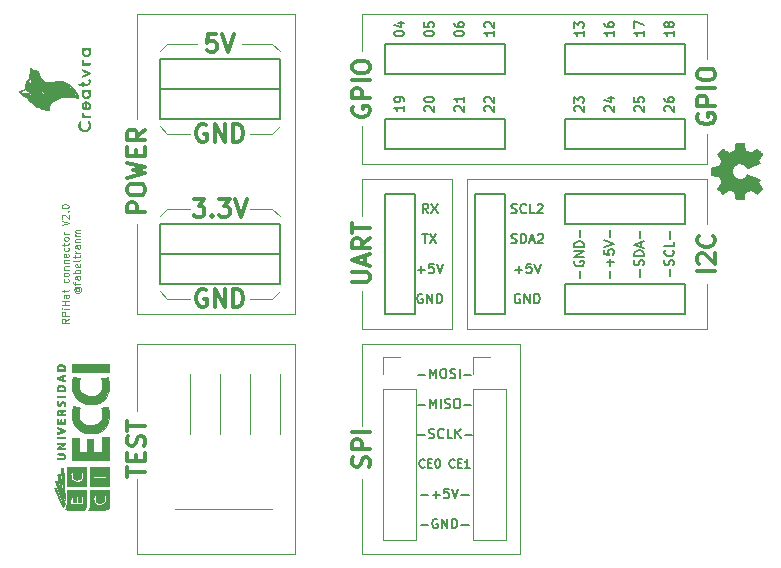
<source format=gbr>
G04 #@! TF.FileFunction,Legend,Top*
%FSLAX46Y46*%
G04 Gerber Fmt 4.6, Leading zero omitted, Abs format (unit mm)*
G04 Created by KiCad (PCBNEW 4.0.0-rc1-stable) date 02/05/2017 19:54:53*
%MOMM*%
G01*
G04 APERTURE LIST*
%ADD10C,0.100000*%
%ADD11C,0.125000*%
%ADD12C,0.300000*%
%ADD13C,0.150000*%
%ADD14C,0.120000*%
%ADD15C,0.010000*%
G04 APERTURE END LIST*
D10*
X150876000Y-73558400D02*
X150876000Y-77368400D01*
X121666000Y-73558400D02*
X150876000Y-73558400D01*
X121666000Y-76733400D02*
X121666000Y-73558400D01*
X121666000Y-86258400D02*
X121666000Y-83083400D01*
X137541000Y-86258400D02*
X121666000Y-86258400D01*
X150876000Y-86258400D02*
X137541000Y-86258400D01*
X150876000Y-83718400D02*
X150876000Y-86258400D01*
X102616000Y-119278400D02*
X102616000Y-112928400D01*
X115951000Y-119278400D02*
X102616000Y-119278400D01*
X115951000Y-101498400D02*
X115951000Y-119278400D01*
X102616000Y-101498400D02*
X115951000Y-101498400D01*
X102616000Y-107213400D02*
X102616000Y-101498400D01*
X114046000Y-115468400D02*
X105791000Y-115468400D01*
X107061000Y-104038400D02*
X107061000Y-109118400D01*
X109601000Y-109118400D02*
X109601000Y-104038400D01*
X112141000Y-109118400D02*
X112141000Y-104038400D01*
X114681000Y-109118400D02*
X114681000Y-104038400D01*
X121666000Y-119278400D02*
X122301000Y-119278400D01*
X121666000Y-112928400D02*
X121666000Y-119278400D01*
X121666000Y-108483400D02*
X121666000Y-101498400D01*
X121666000Y-101498400D02*
X122301000Y-101498400D01*
X129286000Y-100228400D02*
X129286000Y-87528400D01*
X121666000Y-100228400D02*
X129286000Y-100228400D01*
X121666000Y-97053400D02*
X121666000Y-100228400D01*
X121666000Y-87528400D02*
X121666000Y-90703400D01*
X129286000Y-87528400D02*
X121666000Y-87528400D01*
X150876000Y-100228400D02*
X150876000Y-96418400D01*
X130556000Y-100228400D02*
X150876000Y-100228400D01*
X130556000Y-99593400D02*
X130556000Y-100228400D01*
X130556000Y-87528400D02*
X130556000Y-99593400D01*
X150876000Y-87528400D02*
X130556000Y-87528400D01*
X150876000Y-91338400D02*
X150876000Y-87528400D01*
X102616000Y-73558400D02*
X102616000Y-82448400D01*
X115951000Y-73558400D02*
X102616000Y-73558400D01*
X115951000Y-98958400D02*
X115951000Y-73558400D01*
X102616000Y-98958400D02*
X115951000Y-98958400D01*
X102616000Y-91338400D02*
X102616000Y-98958400D01*
X114046000Y-83718400D02*
X114681000Y-83083400D01*
X112141000Y-83718400D02*
X114046000Y-83718400D01*
X105156000Y-83718400D02*
X104521000Y-83083400D01*
X107061000Y-83718400D02*
X105156000Y-83718400D01*
X114046000Y-90068400D02*
X114681000Y-90703400D01*
X112141000Y-90068400D02*
X114046000Y-90068400D01*
X105156000Y-90068400D02*
X104521000Y-90703400D01*
X107061000Y-90068400D02*
X105156000Y-90068400D01*
X105156000Y-97688400D02*
X104521000Y-97053400D01*
X107061000Y-97688400D02*
X105156000Y-97688400D01*
X114046000Y-97688400D02*
X114681000Y-97053400D01*
X112141000Y-97688400D02*
X114046000Y-97688400D01*
X135001000Y-101498400D02*
X122301000Y-101498400D01*
X135001000Y-119278400D02*
X122301000Y-119278400D01*
X135001000Y-118008400D02*
X135001000Y-119278400D01*
X135001000Y-101498400D02*
X135001000Y-118008400D01*
X114046000Y-76098400D02*
X114681000Y-76733400D01*
X111506000Y-76098400D02*
X114046000Y-76098400D01*
X105156000Y-76098400D02*
X104521000Y-76733400D01*
X107696000Y-76098400D02*
X105156000Y-76098400D01*
D11*
X96816929Y-99373715D02*
X96531214Y-99573715D01*
X96816929Y-99716572D02*
X96216929Y-99716572D01*
X96216929Y-99488000D01*
X96245500Y-99430858D01*
X96274071Y-99402286D01*
X96331214Y-99373715D01*
X96416929Y-99373715D01*
X96474071Y-99402286D01*
X96502643Y-99430858D01*
X96531214Y-99488000D01*
X96531214Y-99716572D01*
X96816929Y-99116572D02*
X96216929Y-99116572D01*
X96216929Y-98888000D01*
X96245500Y-98830858D01*
X96274071Y-98802286D01*
X96331214Y-98773715D01*
X96416929Y-98773715D01*
X96474071Y-98802286D01*
X96502643Y-98830858D01*
X96531214Y-98888000D01*
X96531214Y-99116572D01*
X96816929Y-98516572D02*
X96416929Y-98516572D01*
X96216929Y-98516572D02*
X96245500Y-98545143D01*
X96274071Y-98516572D01*
X96245500Y-98488000D01*
X96216929Y-98516572D01*
X96274071Y-98516572D01*
X96816929Y-98230858D02*
X96216929Y-98230858D01*
X96502643Y-98230858D02*
X96502643Y-97888001D01*
X96816929Y-97888001D02*
X96216929Y-97888001D01*
X96816929Y-97345144D02*
X96502643Y-97345144D01*
X96445500Y-97373715D01*
X96416929Y-97430858D01*
X96416929Y-97545144D01*
X96445500Y-97602287D01*
X96788357Y-97345144D02*
X96816929Y-97402287D01*
X96816929Y-97545144D01*
X96788357Y-97602287D01*
X96731214Y-97630858D01*
X96674071Y-97630858D01*
X96616929Y-97602287D01*
X96588357Y-97545144D01*
X96588357Y-97402287D01*
X96559786Y-97345144D01*
X96416929Y-97145144D02*
X96416929Y-96916573D01*
X96216929Y-97059430D02*
X96731214Y-97059430D01*
X96788357Y-97030858D01*
X96816929Y-96973716D01*
X96816929Y-96916573D01*
X96788357Y-96002287D02*
X96816929Y-96059430D01*
X96816929Y-96173716D01*
X96788357Y-96230858D01*
X96759786Y-96259430D01*
X96702643Y-96288001D01*
X96531214Y-96288001D01*
X96474071Y-96259430D01*
X96445500Y-96230858D01*
X96416929Y-96173716D01*
X96416929Y-96059430D01*
X96445500Y-96002287D01*
X96816929Y-95659430D02*
X96788357Y-95716572D01*
X96759786Y-95745144D01*
X96702643Y-95773715D01*
X96531214Y-95773715D01*
X96474071Y-95745144D01*
X96445500Y-95716572D01*
X96416929Y-95659430D01*
X96416929Y-95573715D01*
X96445500Y-95516572D01*
X96474071Y-95488001D01*
X96531214Y-95459430D01*
X96702643Y-95459430D01*
X96759786Y-95488001D01*
X96788357Y-95516572D01*
X96816929Y-95573715D01*
X96816929Y-95659430D01*
X96416929Y-95202287D02*
X96816929Y-95202287D01*
X96474071Y-95202287D02*
X96445500Y-95173715D01*
X96416929Y-95116573D01*
X96416929Y-95030858D01*
X96445500Y-94973715D01*
X96502643Y-94945144D01*
X96816929Y-94945144D01*
X96416929Y-94659430D02*
X96816929Y-94659430D01*
X96474071Y-94659430D02*
X96445500Y-94630858D01*
X96416929Y-94573716D01*
X96416929Y-94488001D01*
X96445500Y-94430858D01*
X96502643Y-94402287D01*
X96816929Y-94402287D01*
X96788357Y-93888001D02*
X96816929Y-93945144D01*
X96816929Y-94059430D01*
X96788357Y-94116573D01*
X96731214Y-94145144D01*
X96502643Y-94145144D01*
X96445500Y-94116573D01*
X96416929Y-94059430D01*
X96416929Y-93945144D01*
X96445500Y-93888001D01*
X96502643Y-93859430D01*
X96559786Y-93859430D01*
X96616929Y-94145144D01*
X96788357Y-93345144D02*
X96816929Y-93402287D01*
X96816929Y-93516573D01*
X96788357Y-93573715D01*
X96759786Y-93602287D01*
X96702643Y-93630858D01*
X96531214Y-93630858D01*
X96474071Y-93602287D01*
X96445500Y-93573715D01*
X96416929Y-93516573D01*
X96416929Y-93402287D01*
X96445500Y-93345144D01*
X96416929Y-93173715D02*
X96416929Y-92945144D01*
X96216929Y-93088001D02*
X96731214Y-93088001D01*
X96788357Y-93059429D01*
X96816929Y-93002287D01*
X96816929Y-92945144D01*
X96816929Y-92659430D02*
X96788357Y-92716572D01*
X96759786Y-92745144D01*
X96702643Y-92773715D01*
X96531214Y-92773715D01*
X96474071Y-92745144D01*
X96445500Y-92716572D01*
X96416929Y-92659430D01*
X96416929Y-92573715D01*
X96445500Y-92516572D01*
X96474071Y-92488001D01*
X96531214Y-92459430D01*
X96702643Y-92459430D01*
X96759786Y-92488001D01*
X96788357Y-92516572D01*
X96816929Y-92573715D01*
X96816929Y-92659430D01*
X96816929Y-92202287D02*
X96416929Y-92202287D01*
X96531214Y-92202287D02*
X96474071Y-92173715D01*
X96445500Y-92145144D01*
X96416929Y-92088001D01*
X96416929Y-92030858D01*
X96216929Y-91459429D02*
X96816929Y-91259429D01*
X96216929Y-91059429D01*
X96274071Y-90888000D02*
X96245500Y-90859429D01*
X96216929Y-90802286D01*
X96216929Y-90659429D01*
X96245500Y-90602286D01*
X96274071Y-90573715D01*
X96331214Y-90545143D01*
X96388357Y-90545143D01*
X96474071Y-90573715D01*
X96816929Y-90916572D01*
X96816929Y-90545143D01*
X96759786Y-90288000D02*
X96788357Y-90259428D01*
X96816929Y-90288000D01*
X96788357Y-90316571D01*
X96759786Y-90288000D01*
X96816929Y-90288000D01*
X96216929Y-89888000D02*
X96216929Y-89830857D01*
X96245500Y-89773714D01*
X96274071Y-89745143D01*
X96331214Y-89716572D01*
X96445500Y-89688000D01*
X96588357Y-89688000D01*
X96702643Y-89716572D01*
X96759786Y-89745143D01*
X96788357Y-89773714D01*
X96816929Y-89830857D01*
X96816929Y-89888000D01*
X96788357Y-89945143D01*
X96759786Y-89973714D01*
X96702643Y-90002286D01*
X96588357Y-90030857D01*
X96445500Y-90030857D01*
X96331214Y-90002286D01*
X96274071Y-89973714D01*
X96245500Y-89945143D01*
X96216929Y-89888000D01*
X97496214Y-96788000D02*
X97467643Y-96816572D01*
X97439071Y-96873715D01*
X97439071Y-96930857D01*
X97467643Y-96988000D01*
X97496214Y-97016572D01*
X97553357Y-97045143D01*
X97610500Y-97045143D01*
X97667643Y-97016572D01*
X97696214Y-96988000D01*
X97724786Y-96930857D01*
X97724786Y-96873715D01*
X97696214Y-96816572D01*
X97667643Y-96788000D01*
X97439071Y-96788000D02*
X97667643Y-96788000D01*
X97696214Y-96759429D01*
X97696214Y-96730857D01*
X97667643Y-96673715D01*
X97610500Y-96645143D01*
X97467643Y-96645143D01*
X97381929Y-96702286D01*
X97324786Y-96788000D01*
X97296214Y-96902286D01*
X97324786Y-97016572D01*
X97381929Y-97102286D01*
X97467643Y-97159429D01*
X97581929Y-97188000D01*
X97696214Y-97159429D01*
X97781929Y-97102286D01*
X97839071Y-97016572D01*
X97867643Y-96902286D01*
X97839071Y-96788000D01*
X97781929Y-96702286D01*
X97381929Y-96473714D02*
X97381929Y-96245143D01*
X97781929Y-96388000D02*
X97267643Y-96388000D01*
X97210500Y-96359428D01*
X97181929Y-96302286D01*
X97181929Y-96245143D01*
X97781929Y-95788000D02*
X97467643Y-95788000D01*
X97410500Y-95816571D01*
X97381929Y-95873714D01*
X97381929Y-95988000D01*
X97410500Y-96045143D01*
X97753357Y-95788000D02*
X97781929Y-95845143D01*
X97781929Y-95988000D01*
X97753357Y-96045143D01*
X97696214Y-96073714D01*
X97639071Y-96073714D01*
X97581929Y-96045143D01*
X97553357Y-95988000D01*
X97553357Y-95845143D01*
X97524786Y-95788000D01*
X97781929Y-95502286D02*
X97181929Y-95502286D01*
X97410500Y-95502286D02*
X97381929Y-95445143D01*
X97381929Y-95330857D01*
X97410500Y-95273714D01*
X97439071Y-95245143D01*
X97496214Y-95216572D01*
X97667643Y-95216572D01*
X97724786Y-95245143D01*
X97753357Y-95273714D01*
X97781929Y-95330857D01*
X97781929Y-95445143D01*
X97753357Y-95502286D01*
X97753357Y-94730857D02*
X97781929Y-94788000D01*
X97781929Y-94902286D01*
X97753357Y-94959429D01*
X97696214Y-94988000D01*
X97467643Y-94988000D01*
X97410500Y-94959429D01*
X97381929Y-94902286D01*
X97381929Y-94788000D01*
X97410500Y-94730857D01*
X97467643Y-94702286D01*
X97524786Y-94702286D01*
X97581929Y-94988000D01*
X97781929Y-94359429D02*
X97753357Y-94416571D01*
X97696214Y-94445143D01*
X97181929Y-94445143D01*
X97381929Y-94216571D02*
X97381929Y-93988000D01*
X97181929Y-94130857D02*
X97696214Y-94130857D01*
X97753357Y-94102285D01*
X97781929Y-94045143D01*
X97781929Y-93988000D01*
X97781929Y-93788000D02*
X97381929Y-93788000D01*
X97496214Y-93788000D02*
X97439071Y-93759428D01*
X97410500Y-93730857D01*
X97381929Y-93673714D01*
X97381929Y-93616571D01*
X97781929Y-93159428D02*
X97467643Y-93159428D01*
X97410500Y-93187999D01*
X97381929Y-93245142D01*
X97381929Y-93359428D01*
X97410500Y-93416571D01*
X97753357Y-93159428D02*
X97781929Y-93216571D01*
X97781929Y-93359428D01*
X97753357Y-93416571D01*
X97696214Y-93445142D01*
X97639071Y-93445142D01*
X97581929Y-93416571D01*
X97553357Y-93359428D01*
X97553357Y-93216571D01*
X97524786Y-93159428D01*
X97381929Y-92873714D02*
X97781929Y-92873714D01*
X97439071Y-92873714D02*
X97410500Y-92845142D01*
X97381929Y-92788000D01*
X97381929Y-92702285D01*
X97410500Y-92645142D01*
X97467643Y-92616571D01*
X97781929Y-92616571D01*
X97781929Y-92330857D02*
X97381929Y-92330857D01*
X97439071Y-92330857D02*
X97410500Y-92302285D01*
X97381929Y-92245143D01*
X97381929Y-92159428D01*
X97410500Y-92102285D01*
X97467643Y-92073714D01*
X97781929Y-92073714D01*
X97467643Y-92073714D02*
X97410500Y-92045143D01*
X97381929Y-91988000D01*
X97381929Y-91902285D01*
X97410500Y-91845143D01*
X97467643Y-91816571D01*
X97781929Y-91816571D01*
D12*
X101794571Y-112781257D02*
X101794571Y-111924114D01*
X103294571Y-112352685D02*
X101794571Y-112352685D01*
X102508857Y-111424114D02*
X102508857Y-110924114D01*
X103294571Y-110709828D02*
X103294571Y-111424114D01*
X101794571Y-111424114D01*
X101794571Y-110709828D01*
X103223143Y-110138400D02*
X103294571Y-109924114D01*
X103294571Y-109566971D01*
X103223143Y-109424114D01*
X103151714Y-109352685D01*
X103008857Y-109281257D01*
X102866000Y-109281257D01*
X102723143Y-109352685D01*
X102651714Y-109424114D01*
X102580286Y-109566971D01*
X102508857Y-109852685D01*
X102437429Y-109995543D01*
X102366000Y-110066971D01*
X102223143Y-110138400D01*
X102080286Y-110138400D01*
X101937429Y-110066971D01*
X101866000Y-109995543D01*
X101794571Y-109852685D01*
X101794571Y-109495543D01*
X101866000Y-109281257D01*
X101794571Y-108852686D02*
X101794571Y-107995543D01*
X103294571Y-108424114D02*
X101794571Y-108424114D01*
X103294571Y-90357686D02*
X101794571Y-90357686D01*
X101794571Y-89786258D01*
X101866000Y-89643400D01*
X101937429Y-89571972D01*
X102080286Y-89500543D01*
X102294571Y-89500543D01*
X102437429Y-89571972D01*
X102508857Y-89643400D01*
X102580286Y-89786258D01*
X102580286Y-90357686D01*
X101794571Y-88571972D02*
X101794571Y-88286258D01*
X101866000Y-88143400D01*
X102008857Y-88000543D01*
X102294571Y-87929115D01*
X102794571Y-87929115D01*
X103080286Y-88000543D01*
X103223143Y-88143400D01*
X103294571Y-88286258D01*
X103294571Y-88571972D01*
X103223143Y-88714829D01*
X103080286Y-88857686D01*
X102794571Y-88929115D01*
X102294571Y-88929115D01*
X102008857Y-88857686D01*
X101866000Y-88714829D01*
X101794571Y-88571972D01*
X101794571Y-87429114D02*
X103294571Y-87071971D01*
X102223143Y-86786257D01*
X103294571Y-86500543D01*
X101794571Y-86143400D01*
X102508857Y-85571971D02*
X102508857Y-85071971D01*
X103294571Y-84857685D02*
X103294571Y-85571971D01*
X101794571Y-85571971D01*
X101794571Y-84857685D01*
X103294571Y-83357685D02*
X102580286Y-83857685D01*
X103294571Y-84214828D02*
X101794571Y-84214828D01*
X101794571Y-83643400D01*
X101866000Y-83500542D01*
X101937429Y-83429114D01*
X102080286Y-83357685D01*
X102294571Y-83357685D01*
X102437429Y-83429114D01*
X102508857Y-83500542D01*
X102580286Y-83643400D01*
X102580286Y-84214828D01*
X120916000Y-81408400D02*
X120844571Y-81551257D01*
X120844571Y-81765543D01*
X120916000Y-81979828D01*
X121058857Y-82122686D01*
X121201714Y-82194114D01*
X121487429Y-82265543D01*
X121701714Y-82265543D01*
X121987429Y-82194114D01*
X122130286Y-82122686D01*
X122273143Y-81979828D01*
X122344571Y-81765543D01*
X122344571Y-81622686D01*
X122273143Y-81408400D01*
X122201714Y-81336971D01*
X121701714Y-81336971D01*
X121701714Y-81622686D01*
X122344571Y-80694114D02*
X120844571Y-80694114D01*
X120844571Y-80122686D01*
X120916000Y-79979828D01*
X120987429Y-79908400D01*
X121130286Y-79836971D01*
X121344571Y-79836971D01*
X121487429Y-79908400D01*
X121558857Y-79979828D01*
X121630286Y-80122686D01*
X121630286Y-80694114D01*
X122344571Y-79194114D02*
X120844571Y-79194114D01*
X120844571Y-78194114D02*
X120844571Y-77908400D01*
X120916000Y-77765542D01*
X121058857Y-77622685D01*
X121344571Y-77551257D01*
X121844571Y-77551257D01*
X122130286Y-77622685D01*
X122273143Y-77765542D01*
X122344571Y-77908400D01*
X122344571Y-78194114D01*
X122273143Y-78336971D01*
X122130286Y-78479828D01*
X121844571Y-78551257D01*
X121344571Y-78551257D01*
X121058857Y-78479828D01*
X120916000Y-78336971D01*
X120844571Y-78194114D01*
D13*
X127247667Y-90430305D02*
X126981000Y-90049352D01*
X126790524Y-90430305D02*
X126790524Y-89630305D01*
X127095286Y-89630305D01*
X127171477Y-89668400D01*
X127209572Y-89706495D01*
X127247667Y-89782686D01*
X127247667Y-89896971D01*
X127209572Y-89973162D01*
X127171477Y-90011257D01*
X127095286Y-90049352D01*
X126790524Y-90049352D01*
X127514334Y-89630305D02*
X128047667Y-90430305D01*
X128047667Y-89630305D02*
X127514334Y-90430305D01*
X126771476Y-92170305D02*
X127228619Y-92170305D01*
X127000048Y-92970305D02*
X127000048Y-92170305D01*
X127419096Y-92170305D02*
X127952429Y-92970305D01*
X127952429Y-92170305D02*
X127419096Y-92970305D01*
X126352429Y-95205543D02*
X126961953Y-95205543D01*
X126657191Y-95510305D02*
X126657191Y-94900781D01*
X127723858Y-94710305D02*
X127342905Y-94710305D01*
X127304810Y-95091257D01*
X127342905Y-95053162D01*
X127419096Y-95015067D01*
X127609572Y-95015067D01*
X127685762Y-95053162D01*
X127723858Y-95091257D01*
X127761953Y-95167448D01*
X127761953Y-95357924D01*
X127723858Y-95434114D01*
X127685762Y-95472210D01*
X127609572Y-95510305D01*
X127419096Y-95510305D01*
X127342905Y-95472210D01*
X127304810Y-95434114D01*
X127990524Y-94710305D02*
X128257191Y-95510305D01*
X128523858Y-94710305D01*
X126771477Y-97288400D02*
X126695286Y-97250305D01*
X126581001Y-97250305D01*
X126466715Y-97288400D01*
X126390524Y-97364590D01*
X126352429Y-97440781D01*
X126314334Y-97593162D01*
X126314334Y-97707448D01*
X126352429Y-97859829D01*
X126390524Y-97936019D01*
X126466715Y-98012210D01*
X126581001Y-98050305D01*
X126657191Y-98050305D01*
X126771477Y-98012210D01*
X126809572Y-97974114D01*
X126809572Y-97707448D01*
X126657191Y-97707448D01*
X127152429Y-98050305D02*
X127152429Y-97250305D01*
X127609572Y-98050305D01*
X127609572Y-97250305D01*
X127990524Y-98050305D02*
X127990524Y-97250305D01*
X128181000Y-97250305D01*
X128295286Y-97288400D01*
X128371477Y-97364590D01*
X128409572Y-97440781D01*
X128447667Y-97593162D01*
X128447667Y-97707448D01*
X128409572Y-97859829D01*
X128371477Y-97936019D01*
X128295286Y-98012210D01*
X128181000Y-98050305D01*
X127990524Y-98050305D01*
X126631953Y-116795543D02*
X127241477Y-116795543D01*
X128041477Y-116338400D02*
X127965286Y-116300305D01*
X127851001Y-116300305D01*
X127736715Y-116338400D01*
X127660524Y-116414590D01*
X127622429Y-116490781D01*
X127584334Y-116643162D01*
X127584334Y-116757448D01*
X127622429Y-116909829D01*
X127660524Y-116986019D01*
X127736715Y-117062210D01*
X127851001Y-117100305D01*
X127927191Y-117100305D01*
X128041477Y-117062210D01*
X128079572Y-117024114D01*
X128079572Y-116757448D01*
X127927191Y-116757448D01*
X128422429Y-117100305D02*
X128422429Y-116300305D01*
X128879572Y-117100305D01*
X128879572Y-116300305D01*
X129260524Y-117100305D02*
X129260524Y-116300305D01*
X129451000Y-116300305D01*
X129565286Y-116338400D01*
X129641477Y-116414590D01*
X129679572Y-116490781D01*
X129717667Y-116643162D01*
X129717667Y-116757448D01*
X129679572Y-116909829D01*
X129641477Y-116986019D01*
X129565286Y-117062210D01*
X129451000Y-117100305D01*
X129260524Y-117100305D01*
X130060524Y-116795543D02*
X130670048Y-116795543D01*
X126631953Y-114255543D02*
X127241477Y-114255543D01*
X127622429Y-114255543D02*
X128231953Y-114255543D01*
X127927191Y-114560305D02*
X127927191Y-113950781D01*
X128993858Y-113760305D02*
X128612905Y-113760305D01*
X128574810Y-114141257D01*
X128612905Y-114103162D01*
X128689096Y-114065067D01*
X128879572Y-114065067D01*
X128955762Y-114103162D01*
X128993858Y-114141257D01*
X129031953Y-114217448D01*
X129031953Y-114407924D01*
X128993858Y-114484114D01*
X128955762Y-114522210D01*
X128879572Y-114560305D01*
X128689096Y-114560305D01*
X128612905Y-114522210D01*
X128574810Y-114484114D01*
X129260524Y-113760305D02*
X129527191Y-114560305D01*
X129793858Y-113760305D01*
X130060524Y-114255543D02*
X130670048Y-114255543D01*
X126951001Y-111908400D02*
X126917667Y-111941733D01*
X126817667Y-111975067D01*
X126751001Y-111975067D01*
X126651001Y-111941733D01*
X126584334Y-111875067D01*
X126551001Y-111808400D01*
X126517667Y-111675067D01*
X126517667Y-111575067D01*
X126551001Y-111441733D01*
X126584334Y-111375067D01*
X126651001Y-111308400D01*
X126751001Y-111275067D01*
X126817667Y-111275067D01*
X126917667Y-111308400D01*
X126951001Y-111341733D01*
X127251001Y-111608400D02*
X127484334Y-111608400D01*
X127584334Y-111975067D02*
X127251001Y-111975067D01*
X127251001Y-111275067D01*
X127584334Y-111275067D01*
X128017667Y-111275067D02*
X128084334Y-111275067D01*
X128151000Y-111308400D01*
X128184334Y-111341733D01*
X128217667Y-111408400D01*
X128251000Y-111541733D01*
X128251000Y-111708400D01*
X128217667Y-111841733D01*
X128184334Y-111908400D01*
X128151000Y-111941733D01*
X128084334Y-111975067D01*
X128017667Y-111975067D01*
X127951000Y-111941733D01*
X127917667Y-111908400D01*
X127884334Y-111841733D01*
X127851000Y-111708400D01*
X127851000Y-111541733D01*
X127884334Y-111408400D01*
X127917667Y-111341733D01*
X127951000Y-111308400D01*
X128017667Y-111275067D01*
X129484334Y-111908400D02*
X129451000Y-111941733D01*
X129351000Y-111975067D01*
X129284334Y-111975067D01*
X129184334Y-111941733D01*
X129117667Y-111875067D01*
X129084334Y-111808400D01*
X129051000Y-111675067D01*
X129051000Y-111575067D01*
X129084334Y-111441733D01*
X129117667Y-111375067D01*
X129184334Y-111308400D01*
X129284334Y-111275067D01*
X129351000Y-111275067D01*
X129451000Y-111308400D01*
X129484334Y-111341733D01*
X129784334Y-111608400D02*
X130017667Y-111608400D01*
X130117667Y-111975067D02*
X129784334Y-111975067D01*
X129784334Y-111275067D01*
X130117667Y-111275067D01*
X130784333Y-111975067D02*
X130384333Y-111975067D01*
X130584333Y-111975067D02*
X130584333Y-111275067D01*
X130517667Y-111375067D01*
X130451000Y-111441733D01*
X130384333Y-111475067D01*
X126346238Y-109175543D02*
X126955762Y-109175543D01*
X127298619Y-109442210D02*
X127412905Y-109480305D01*
X127603381Y-109480305D01*
X127679571Y-109442210D01*
X127717667Y-109404114D01*
X127755762Y-109327924D01*
X127755762Y-109251733D01*
X127717667Y-109175543D01*
X127679571Y-109137448D01*
X127603381Y-109099352D01*
X127451000Y-109061257D01*
X127374809Y-109023162D01*
X127336714Y-108985067D01*
X127298619Y-108908876D01*
X127298619Y-108832686D01*
X127336714Y-108756495D01*
X127374809Y-108718400D01*
X127451000Y-108680305D01*
X127641476Y-108680305D01*
X127755762Y-108718400D01*
X128555762Y-109404114D02*
X128517667Y-109442210D01*
X128403381Y-109480305D01*
X128327191Y-109480305D01*
X128212905Y-109442210D01*
X128136714Y-109366019D01*
X128098619Y-109289829D01*
X128060524Y-109137448D01*
X128060524Y-109023162D01*
X128098619Y-108870781D01*
X128136714Y-108794590D01*
X128212905Y-108718400D01*
X128327191Y-108680305D01*
X128403381Y-108680305D01*
X128517667Y-108718400D01*
X128555762Y-108756495D01*
X129279572Y-109480305D02*
X128898619Y-109480305D01*
X128898619Y-108680305D01*
X129546238Y-109480305D02*
X129546238Y-108680305D01*
X130003381Y-109480305D02*
X129660524Y-109023162D01*
X130003381Y-108680305D02*
X129546238Y-109137448D01*
X130346238Y-109175543D02*
X130955762Y-109175543D01*
X126403381Y-106635543D02*
X127012905Y-106635543D01*
X127393857Y-106940305D02*
X127393857Y-106140305D01*
X127660524Y-106711733D01*
X127927191Y-106140305D01*
X127927191Y-106940305D01*
X128308143Y-106940305D02*
X128308143Y-106140305D01*
X128651000Y-106902210D02*
X128765286Y-106940305D01*
X128955762Y-106940305D01*
X129031952Y-106902210D01*
X129070048Y-106864114D01*
X129108143Y-106787924D01*
X129108143Y-106711733D01*
X129070048Y-106635543D01*
X129031952Y-106597448D01*
X128955762Y-106559352D01*
X128803381Y-106521257D01*
X128727190Y-106483162D01*
X128689095Y-106445067D01*
X128651000Y-106368876D01*
X128651000Y-106292686D01*
X128689095Y-106216495D01*
X128727190Y-106178400D01*
X128803381Y-106140305D01*
X128993857Y-106140305D01*
X129108143Y-106178400D01*
X129603381Y-106140305D02*
X129755762Y-106140305D01*
X129831953Y-106178400D01*
X129908143Y-106254590D01*
X129946238Y-106406971D01*
X129946238Y-106673638D01*
X129908143Y-106826019D01*
X129831953Y-106902210D01*
X129755762Y-106940305D01*
X129603381Y-106940305D01*
X129527191Y-106902210D01*
X129451000Y-106826019D01*
X129412905Y-106673638D01*
X129412905Y-106406971D01*
X129451000Y-106254590D01*
X129527191Y-106178400D01*
X129603381Y-106140305D01*
X130289095Y-106635543D02*
X130898619Y-106635543D01*
X126403381Y-104095543D02*
X127012905Y-104095543D01*
X127393857Y-104400305D02*
X127393857Y-103600305D01*
X127660524Y-104171733D01*
X127927191Y-103600305D01*
X127927191Y-104400305D01*
X128460524Y-103600305D02*
X128612905Y-103600305D01*
X128689096Y-103638400D01*
X128765286Y-103714590D01*
X128803381Y-103866971D01*
X128803381Y-104133638D01*
X128765286Y-104286019D01*
X128689096Y-104362210D01*
X128612905Y-104400305D01*
X128460524Y-104400305D01*
X128384334Y-104362210D01*
X128308143Y-104286019D01*
X128270048Y-104133638D01*
X128270048Y-103866971D01*
X128308143Y-103714590D01*
X128384334Y-103638400D01*
X128460524Y-103600305D01*
X129108143Y-104362210D02*
X129222429Y-104400305D01*
X129412905Y-104400305D01*
X129489095Y-104362210D01*
X129527191Y-104324114D01*
X129565286Y-104247924D01*
X129565286Y-104171733D01*
X129527191Y-104095543D01*
X129489095Y-104057448D01*
X129412905Y-104019352D01*
X129260524Y-103981257D01*
X129184333Y-103943162D01*
X129146238Y-103905067D01*
X129108143Y-103828876D01*
X129108143Y-103752686D01*
X129146238Y-103676495D01*
X129184333Y-103638400D01*
X129260524Y-103600305D01*
X129451000Y-103600305D01*
X129565286Y-103638400D01*
X129908143Y-104400305D02*
X129908143Y-103600305D01*
X130289095Y-104095543D02*
X130898619Y-104095543D01*
X135026477Y-97288400D02*
X134950286Y-97250305D01*
X134836001Y-97250305D01*
X134721715Y-97288400D01*
X134645524Y-97364590D01*
X134607429Y-97440781D01*
X134569334Y-97593162D01*
X134569334Y-97707448D01*
X134607429Y-97859829D01*
X134645524Y-97936019D01*
X134721715Y-98012210D01*
X134836001Y-98050305D01*
X134912191Y-98050305D01*
X135026477Y-98012210D01*
X135064572Y-97974114D01*
X135064572Y-97707448D01*
X134912191Y-97707448D01*
X135407429Y-98050305D02*
X135407429Y-97250305D01*
X135864572Y-98050305D01*
X135864572Y-97250305D01*
X136245524Y-98050305D02*
X136245524Y-97250305D01*
X136436000Y-97250305D01*
X136550286Y-97288400D01*
X136626477Y-97364590D01*
X136664572Y-97440781D01*
X136702667Y-97593162D01*
X136702667Y-97707448D01*
X136664572Y-97859829D01*
X136626477Y-97936019D01*
X136550286Y-98012210D01*
X136436000Y-98050305D01*
X136245524Y-98050305D01*
X134607429Y-95205543D02*
X135216953Y-95205543D01*
X134912191Y-95510305D02*
X134912191Y-94900781D01*
X135978858Y-94710305D02*
X135597905Y-94710305D01*
X135559810Y-95091257D01*
X135597905Y-95053162D01*
X135674096Y-95015067D01*
X135864572Y-95015067D01*
X135940762Y-95053162D01*
X135978858Y-95091257D01*
X136016953Y-95167448D01*
X136016953Y-95357924D01*
X135978858Y-95434114D01*
X135940762Y-95472210D01*
X135864572Y-95510305D01*
X135674096Y-95510305D01*
X135597905Y-95472210D01*
X135559810Y-95434114D01*
X136245524Y-94710305D02*
X136512191Y-95510305D01*
X136778858Y-94710305D01*
X134283619Y-92932210D02*
X134397905Y-92970305D01*
X134588381Y-92970305D01*
X134664571Y-92932210D01*
X134702667Y-92894114D01*
X134740762Y-92817924D01*
X134740762Y-92741733D01*
X134702667Y-92665543D01*
X134664571Y-92627448D01*
X134588381Y-92589352D01*
X134436000Y-92551257D01*
X134359809Y-92513162D01*
X134321714Y-92475067D01*
X134283619Y-92398876D01*
X134283619Y-92322686D01*
X134321714Y-92246495D01*
X134359809Y-92208400D01*
X134436000Y-92170305D01*
X134626476Y-92170305D01*
X134740762Y-92208400D01*
X135083619Y-92970305D02*
X135083619Y-92170305D01*
X135274095Y-92170305D01*
X135388381Y-92208400D01*
X135464572Y-92284590D01*
X135502667Y-92360781D01*
X135540762Y-92513162D01*
X135540762Y-92627448D01*
X135502667Y-92779829D01*
X135464572Y-92856019D01*
X135388381Y-92932210D01*
X135274095Y-92970305D01*
X135083619Y-92970305D01*
X135845524Y-92741733D02*
X136226476Y-92741733D01*
X135769333Y-92970305D02*
X136036000Y-92170305D01*
X136302667Y-92970305D01*
X136531238Y-92246495D02*
X136569333Y-92208400D01*
X136645524Y-92170305D01*
X136836000Y-92170305D01*
X136912190Y-92208400D01*
X136950286Y-92246495D01*
X136988381Y-92322686D01*
X136988381Y-92398876D01*
X136950286Y-92513162D01*
X136493143Y-92970305D01*
X136988381Y-92970305D01*
X134302667Y-90392210D02*
X134416953Y-90430305D01*
X134607429Y-90430305D01*
X134683619Y-90392210D01*
X134721715Y-90354114D01*
X134759810Y-90277924D01*
X134759810Y-90201733D01*
X134721715Y-90125543D01*
X134683619Y-90087448D01*
X134607429Y-90049352D01*
X134455048Y-90011257D01*
X134378857Y-89973162D01*
X134340762Y-89935067D01*
X134302667Y-89858876D01*
X134302667Y-89782686D01*
X134340762Y-89706495D01*
X134378857Y-89668400D01*
X134455048Y-89630305D01*
X134645524Y-89630305D01*
X134759810Y-89668400D01*
X135559810Y-90354114D02*
X135521715Y-90392210D01*
X135407429Y-90430305D01*
X135331239Y-90430305D01*
X135216953Y-90392210D01*
X135140762Y-90316019D01*
X135102667Y-90239829D01*
X135064572Y-90087448D01*
X135064572Y-89973162D01*
X135102667Y-89820781D01*
X135140762Y-89744590D01*
X135216953Y-89668400D01*
X135331239Y-89630305D01*
X135407429Y-89630305D01*
X135521715Y-89668400D01*
X135559810Y-89706495D01*
X136283620Y-90430305D02*
X135902667Y-90430305D01*
X135902667Y-89630305D01*
X136512191Y-89706495D02*
X136550286Y-89668400D01*
X136626477Y-89630305D01*
X136816953Y-89630305D01*
X136893143Y-89668400D01*
X136931239Y-89706495D01*
X136969334Y-89782686D01*
X136969334Y-89858876D01*
X136931239Y-89973162D01*
X136474096Y-90430305D01*
X136969334Y-90430305D01*
D12*
X120844571Y-96271257D02*
X122058857Y-96271257D01*
X122201714Y-96199829D01*
X122273143Y-96128400D01*
X122344571Y-95985543D01*
X122344571Y-95699829D01*
X122273143Y-95556971D01*
X122201714Y-95485543D01*
X122058857Y-95414114D01*
X120844571Y-95414114D01*
X121916000Y-94771257D02*
X121916000Y-94056971D01*
X122344571Y-94914114D02*
X120844571Y-94414114D01*
X122344571Y-93914114D01*
X122344571Y-92556971D02*
X121630286Y-93056971D01*
X122344571Y-93414114D02*
X120844571Y-93414114D01*
X120844571Y-92842686D01*
X120916000Y-92699828D01*
X120987429Y-92628400D01*
X121130286Y-92556971D01*
X121344571Y-92556971D01*
X121487429Y-92628400D01*
X121558857Y-92699828D01*
X121630286Y-92842686D01*
X121630286Y-93414114D01*
X120844571Y-92128400D02*
X120844571Y-91271257D01*
X122344571Y-91699828D02*
X120844571Y-91699828D01*
D13*
X140138143Y-95897447D02*
X140138143Y-95287923D01*
X139681000Y-94487923D02*
X139642905Y-94564114D01*
X139642905Y-94678399D01*
X139681000Y-94792685D01*
X139757190Y-94868876D01*
X139833381Y-94906971D01*
X139985762Y-94945066D01*
X140100048Y-94945066D01*
X140252429Y-94906971D01*
X140328619Y-94868876D01*
X140404810Y-94792685D01*
X140442905Y-94678399D01*
X140442905Y-94602209D01*
X140404810Y-94487923D01*
X140366714Y-94449828D01*
X140100048Y-94449828D01*
X140100048Y-94602209D01*
X140442905Y-94106971D02*
X139642905Y-94106971D01*
X140442905Y-93649828D01*
X139642905Y-93649828D01*
X140442905Y-93268876D02*
X139642905Y-93268876D01*
X139642905Y-93078400D01*
X139681000Y-92964114D01*
X139757190Y-92887923D01*
X139833381Y-92849828D01*
X139985762Y-92811733D01*
X140100048Y-92811733D01*
X140252429Y-92849828D01*
X140328619Y-92887923D01*
X140404810Y-92964114D01*
X140442905Y-93078400D01*
X140442905Y-93268876D01*
X140138143Y-92468876D02*
X140138143Y-91859352D01*
X142678143Y-95897447D02*
X142678143Y-95287923D01*
X142678143Y-94906971D02*
X142678143Y-94297447D01*
X142982905Y-94602209D02*
X142373381Y-94602209D01*
X142182905Y-93535542D02*
X142182905Y-93916495D01*
X142563857Y-93954590D01*
X142525762Y-93916495D01*
X142487667Y-93840304D01*
X142487667Y-93649828D01*
X142525762Y-93573638D01*
X142563857Y-93535542D01*
X142640048Y-93497447D01*
X142830524Y-93497447D01*
X142906714Y-93535542D01*
X142944810Y-93573638D01*
X142982905Y-93649828D01*
X142982905Y-93840304D01*
X142944810Y-93916495D01*
X142906714Y-93954590D01*
X142182905Y-93268876D02*
X142982905Y-93002209D01*
X142182905Y-92735542D01*
X142678143Y-92468876D02*
X142678143Y-91859352D01*
X145218143Y-95802209D02*
X145218143Y-95192685D01*
X145484810Y-94849828D02*
X145522905Y-94735542D01*
X145522905Y-94545066D01*
X145484810Y-94468876D01*
X145446714Y-94430780D01*
X145370524Y-94392685D01*
X145294333Y-94392685D01*
X145218143Y-94430780D01*
X145180048Y-94468876D01*
X145141952Y-94545066D01*
X145103857Y-94697447D01*
X145065762Y-94773638D01*
X145027667Y-94811733D01*
X144951476Y-94849828D01*
X144875286Y-94849828D01*
X144799095Y-94811733D01*
X144761000Y-94773638D01*
X144722905Y-94697447D01*
X144722905Y-94506971D01*
X144761000Y-94392685D01*
X145522905Y-94049828D02*
X144722905Y-94049828D01*
X144722905Y-93859352D01*
X144761000Y-93745066D01*
X144837190Y-93668875D01*
X144913381Y-93630780D01*
X145065762Y-93592685D01*
X145180048Y-93592685D01*
X145332429Y-93630780D01*
X145408619Y-93668875D01*
X145484810Y-93745066D01*
X145522905Y-93859352D01*
X145522905Y-94049828D01*
X145294333Y-93287923D02*
X145294333Y-92906971D01*
X145522905Y-93364114D02*
X144722905Y-93097447D01*
X145522905Y-92830780D01*
X145218143Y-92564114D02*
X145218143Y-91954590D01*
X147758143Y-95783162D02*
X147758143Y-95173638D01*
X148024810Y-94830781D02*
X148062905Y-94716495D01*
X148062905Y-94526019D01*
X148024810Y-94449829D01*
X147986714Y-94411733D01*
X147910524Y-94373638D01*
X147834333Y-94373638D01*
X147758143Y-94411733D01*
X147720048Y-94449829D01*
X147681952Y-94526019D01*
X147643857Y-94678400D01*
X147605762Y-94754591D01*
X147567667Y-94792686D01*
X147491476Y-94830781D01*
X147415286Y-94830781D01*
X147339095Y-94792686D01*
X147301000Y-94754591D01*
X147262905Y-94678400D01*
X147262905Y-94487924D01*
X147301000Y-94373638D01*
X147986714Y-93573638D02*
X148024810Y-93611733D01*
X148062905Y-93726019D01*
X148062905Y-93802209D01*
X148024810Y-93916495D01*
X147948619Y-93992686D01*
X147872429Y-94030781D01*
X147720048Y-94068876D01*
X147605762Y-94068876D01*
X147453381Y-94030781D01*
X147377190Y-93992686D01*
X147301000Y-93916495D01*
X147262905Y-93802209D01*
X147262905Y-93726019D01*
X147301000Y-93611733D01*
X147339095Y-93573638D01*
X148062905Y-92849828D02*
X148062905Y-93230781D01*
X147262905Y-93230781D01*
X147758143Y-92583162D02*
X147758143Y-91973638D01*
X147339095Y-81787924D02*
X147301000Y-81749829D01*
X147262905Y-81673638D01*
X147262905Y-81483162D01*
X147301000Y-81406972D01*
X147339095Y-81368876D01*
X147415286Y-81330781D01*
X147491476Y-81330781D01*
X147605762Y-81368876D01*
X148062905Y-81826019D01*
X148062905Y-81330781D01*
X147262905Y-80645067D02*
X147262905Y-80797448D01*
X147301000Y-80873638D01*
X147339095Y-80911733D01*
X147453381Y-80987924D01*
X147605762Y-81026019D01*
X147910524Y-81026019D01*
X147986714Y-80987924D01*
X148024810Y-80949829D01*
X148062905Y-80873638D01*
X148062905Y-80721257D01*
X148024810Y-80645067D01*
X147986714Y-80606971D01*
X147910524Y-80568876D01*
X147720048Y-80568876D01*
X147643857Y-80606971D01*
X147605762Y-80645067D01*
X147567667Y-80721257D01*
X147567667Y-80873638D01*
X147605762Y-80949829D01*
X147643857Y-80987924D01*
X147720048Y-81026019D01*
X144799095Y-81787924D02*
X144761000Y-81749829D01*
X144722905Y-81673638D01*
X144722905Y-81483162D01*
X144761000Y-81406972D01*
X144799095Y-81368876D01*
X144875286Y-81330781D01*
X144951476Y-81330781D01*
X145065762Y-81368876D01*
X145522905Y-81826019D01*
X145522905Y-81330781D01*
X144722905Y-80606971D02*
X144722905Y-80987924D01*
X145103857Y-81026019D01*
X145065762Y-80987924D01*
X145027667Y-80911733D01*
X145027667Y-80721257D01*
X145065762Y-80645067D01*
X145103857Y-80606971D01*
X145180048Y-80568876D01*
X145370524Y-80568876D01*
X145446714Y-80606971D01*
X145484810Y-80645067D01*
X145522905Y-80721257D01*
X145522905Y-80911733D01*
X145484810Y-80987924D01*
X145446714Y-81026019D01*
X142259095Y-81787924D02*
X142221000Y-81749829D01*
X142182905Y-81673638D01*
X142182905Y-81483162D01*
X142221000Y-81406972D01*
X142259095Y-81368876D01*
X142335286Y-81330781D01*
X142411476Y-81330781D01*
X142525762Y-81368876D01*
X142982905Y-81826019D01*
X142982905Y-81330781D01*
X142449571Y-80645067D02*
X142982905Y-80645067D01*
X142144810Y-80835543D02*
X142716238Y-81026019D01*
X142716238Y-80530781D01*
X139719095Y-81787924D02*
X139681000Y-81749829D01*
X139642905Y-81673638D01*
X139642905Y-81483162D01*
X139681000Y-81406972D01*
X139719095Y-81368876D01*
X139795286Y-81330781D01*
X139871476Y-81330781D01*
X139985762Y-81368876D01*
X140442905Y-81826019D01*
X140442905Y-81330781D01*
X139642905Y-81064114D02*
X139642905Y-80568876D01*
X139947667Y-80835543D01*
X139947667Y-80721257D01*
X139985762Y-80645067D01*
X140023857Y-80606971D01*
X140100048Y-80568876D01*
X140290524Y-80568876D01*
X140366714Y-80606971D01*
X140404810Y-80645067D01*
X140442905Y-80721257D01*
X140442905Y-80949829D01*
X140404810Y-81026019D01*
X140366714Y-81064114D01*
X132099095Y-81787924D02*
X132061000Y-81749829D01*
X132022905Y-81673638D01*
X132022905Y-81483162D01*
X132061000Y-81406972D01*
X132099095Y-81368876D01*
X132175286Y-81330781D01*
X132251476Y-81330781D01*
X132365762Y-81368876D01*
X132822905Y-81826019D01*
X132822905Y-81330781D01*
X132099095Y-81026019D02*
X132061000Y-80987924D01*
X132022905Y-80911733D01*
X132022905Y-80721257D01*
X132061000Y-80645067D01*
X132099095Y-80606971D01*
X132175286Y-80568876D01*
X132251476Y-80568876D01*
X132365762Y-80606971D01*
X132822905Y-81064114D01*
X132822905Y-80568876D01*
X129559095Y-81787924D02*
X129521000Y-81749829D01*
X129482905Y-81673638D01*
X129482905Y-81483162D01*
X129521000Y-81406972D01*
X129559095Y-81368876D01*
X129635286Y-81330781D01*
X129711476Y-81330781D01*
X129825762Y-81368876D01*
X130282905Y-81826019D01*
X130282905Y-81330781D01*
X130282905Y-80568876D02*
X130282905Y-81026019D01*
X130282905Y-80797448D02*
X129482905Y-80797448D01*
X129597190Y-80873638D01*
X129673381Y-80949829D01*
X129711476Y-81026019D01*
X127019095Y-81787924D02*
X126981000Y-81749829D01*
X126942905Y-81673638D01*
X126942905Y-81483162D01*
X126981000Y-81406972D01*
X127019095Y-81368876D01*
X127095286Y-81330781D01*
X127171476Y-81330781D01*
X127285762Y-81368876D01*
X127742905Y-81826019D01*
X127742905Y-81330781D01*
X126942905Y-80835543D02*
X126942905Y-80759352D01*
X126981000Y-80683162D01*
X127019095Y-80645067D01*
X127095286Y-80606971D01*
X127247667Y-80568876D01*
X127438143Y-80568876D01*
X127590524Y-80606971D01*
X127666714Y-80645067D01*
X127704810Y-80683162D01*
X127742905Y-80759352D01*
X127742905Y-80835543D01*
X127704810Y-80911733D01*
X127666714Y-80949829D01*
X127590524Y-80987924D01*
X127438143Y-81026019D01*
X127247667Y-81026019D01*
X127095286Y-80987924D01*
X127019095Y-80949829D01*
X126981000Y-80911733D01*
X126942905Y-80835543D01*
X125202905Y-81330781D02*
X125202905Y-81787924D01*
X125202905Y-81559353D02*
X124402905Y-81559353D01*
X124517190Y-81635543D01*
X124593381Y-81711734D01*
X124631476Y-81787924D01*
X125202905Y-80949829D02*
X125202905Y-80797448D01*
X125164810Y-80721257D01*
X125126714Y-80683162D01*
X125012429Y-80606971D01*
X124860048Y-80568876D01*
X124555286Y-80568876D01*
X124479095Y-80606971D01*
X124441000Y-80645067D01*
X124402905Y-80721257D01*
X124402905Y-80873638D01*
X124441000Y-80949829D01*
X124479095Y-80987924D01*
X124555286Y-81026019D01*
X124745762Y-81026019D01*
X124821952Y-80987924D01*
X124860048Y-80949829D01*
X124898143Y-80873638D01*
X124898143Y-80721257D01*
X124860048Y-80645067D01*
X124821952Y-80606971D01*
X124745762Y-80568876D01*
X148062905Y-74980781D02*
X148062905Y-75437924D01*
X148062905Y-75209353D02*
X147262905Y-75209353D01*
X147377190Y-75285543D01*
X147453381Y-75361734D01*
X147491476Y-75437924D01*
X147605762Y-74523638D02*
X147567667Y-74599829D01*
X147529571Y-74637924D01*
X147453381Y-74676019D01*
X147415286Y-74676019D01*
X147339095Y-74637924D01*
X147301000Y-74599829D01*
X147262905Y-74523638D01*
X147262905Y-74371257D01*
X147301000Y-74295067D01*
X147339095Y-74256971D01*
X147415286Y-74218876D01*
X147453381Y-74218876D01*
X147529571Y-74256971D01*
X147567667Y-74295067D01*
X147605762Y-74371257D01*
X147605762Y-74523638D01*
X147643857Y-74599829D01*
X147681952Y-74637924D01*
X147758143Y-74676019D01*
X147910524Y-74676019D01*
X147986714Y-74637924D01*
X148024810Y-74599829D01*
X148062905Y-74523638D01*
X148062905Y-74371257D01*
X148024810Y-74295067D01*
X147986714Y-74256971D01*
X147910524Y-74218876D01*
X147758143Y-74218876D01*
X147681952Y-74256971D01*
X147643857Y-74295067D01*
X147605762Y-74371257D01*
X145522905Y-74980781D02*
X145522905Y-75437924D01*
X145522905Y-75209353D02*
X144722905Y-75209353D01*
X144837190Y-75285543D01*
X144913381Y-75361734D01*
X144951476Y-75437924D01*
X144722905Y-74714114D02*
X144722905Y-74180781D01*
X145522905Y-74523638D01*
X142982905Y-74980781D02*
X142982905Y-75437924D01*
X142982905Y-75209353D02*
X142182905Y-75209353D01*
X142297190Y-75285543D01*
X142373381Y-75361734D01*
X142411476Y-75437924D01*
X142182905Y-74295067D02*
X142182905Y-74447448D01*
X142221000Y-74523638D01*
X142259095Y-74561733D01*
X142373381Y-74637924D01*
X142525762Y-74676019D01*
X142830524Y-74676019D01*
X142906714Y-74637924D01*
X142944810Y-74599829D01*
X142982905Y-74523638D01*
X142982905Y-74371257D01*
X142944810Y-74295067D01*
X142906714Y-74256971D01*
X142830524Y-74218876D01*
X142640048Y-74218876D01*
X142563857Y-74256971D01*
X142525762Y-74295067D01*
X142487667Y-74371257D01*
X142487667Y-74523638D01*
X142525762Y-74599829D01*
X142563857Y-74637924D01*
X142640048Y-74676019D01*
X140442905Y-74980781D02*
X140442905Y-75437924D01*
X140442905Y-75209353D02*
X139642905Y-75209353D01*
X139757190Y-75285543D01*
X139833381Y-75361734D01*
X139871476Y-75437924D01*
X139642905Y-74714114D02*
X139642905Y-74218876D01*
X139947667Y-74485543D01*
X139947667Y-74371257D01*
X139985762Y-74295067D01*
X140023857Y-74256971D01*
X140100048Y-74218876D01*
X140290524Y-74218876D01*
X140366714Y-74256971D01*
X140404810Y-74295067D01*
X140442905Y-74371257D01*
X140442905Y-74599829D01*
X140404810Y-74676019D01*
X140366714Y-74714114D01*
X132822905Y-74980781D02*
X132822905Y-75437924D01*
X132822905Y-75209353D02*
X132022905Y-75209353D01*
X132137190Y-75285543D01*
X132213381Y-75361734D01*
X132251476Y-75437924D01*
X132099095Y-74676019D02*
X132061000Y-74637924D01*
X132022905Y-74561733D01*
X132022905Y-74371257D01*
X132061000Y-74295067D01*
X132099095Y-74256971D01*
X132175286Y-74218876D01*
X132251476Y-74218876D01*
X132365762Y-74256971D01*
X132822905Y-74714114D01*
X132822905Y-74218876D01*
X129482905Y-75247448D02*
X129482905Y-75171257D01*
X129521000Y-75095067D01*
X129559095Y-75056972D01*
X129635286Y-75018876D01*
X129787667Y-74980781D01*
X129978143Y-74980781D01*
X130130524Y-75018876D01*
X130206714Y-75056972D01*
X130244810Y-75095067D01*
X130282905Y-75171257D01*
X130282905Y-75247448D01*
X130244810Y-75323638D01*
X130206714Y-75361734D01*
X130130524Y-75399829D01*
X129978143Y-75437924D01*
X129787667Y-75437924D01*
X129635286Y-75399829D01*
X129559095Y-75361734D01*
X129521000Y-75323638D01*
X129482905Y-75247448D01*
X129482905Y-74295067D02*
X129482905Y-74447448D01*
X129521000Y-74523638D01*
X129559095Y-74561733D01*
X129673381Y-74637924D01*
X129825762Y-74676019D01*
X130130524Y-74676019D01*
X130206714Y-74637924D01*
X130244810Y-74599829D01*
X130282905Y-74523638D01*
X130282905Y-74371257D01*
X130244810Y-74295067D01*
X130206714Y-74256971D01*
X130130524Y-74218876D01*
X129940048Y-74218876D01*
X129863857Y-74256971D01*
X129825762Y-74295067D01*
X129787667Y-74371257D01*
X129787667Y-74523638D01*
X129825762Y-74599829D01*
X129863857Y-74637924D01*
X129940048Y-74676019D01*
X126942905Y-75247448D02*
X126942905Y-75171257D01*
X126981000Y-75095067D01*
X127019095Y-75056972D01*
X127095286Y-75018876D01*
X127247667Y-74980781D01*
X127438143Y-74980781D01*
X127590524Y-75018876D01*
X127666714Y-75056972D01*
X127704810Y-75095067D01*
X127742905Y-75171257D01*
X127742905Y-75247448D01*
X127704810Y-75323638D01*
X127666714Y-75361734D01*
X127590524Y-75399829D01*
X127438143Y-75437924D01*
X127247667Y-75437924D01*
X127095286Y-75399829D01*
X127019095Y-75361734D01*
X126981000Y-75323638D01*
X126942905Y-75247448D01*
X126942905Y-74256971D02*
X126942905Y-74637924D01*
X127323857Y-74676019D01*
X127285762Y-74637924D01*
X127247667Y-74561733D01*
X127247667Y-74371257D01*
X127285762Y-74295067D01*
X127323857Y-74256971D01*
X127400048Y-74218876D01*
X127590524Y-74218876D01*
X127666714Y-74256971D01*
X127704810Y-74295067D01*
X127742905Y-74371257D01*
X127742905Y-74561733D01*
X127704810Y-74637924D01*
X127666714Y-74676019D01*
X124402905Y-75247448D02*
X124402905Y-75171257D01*
X124441000Y-75095067D01*
X124479095Y-75056972D01*
X124555286Y-75018876D01*
X124707667Y-74980781D01*
X124898143Y-74980781D01*
X125050524Y-75018876D01*
X125126714Y-75056972D01*
X125164810Y-75095067D01*
X125202905Y-75171257D01*
X125202905Y-75247448D01*
X125164810Y-75323638D01*
X125126714Y-75361734D01*
X125050524Y-75399829D01*
X124898143Y-75437924D01*
X124707667Y-75437924D01*
X124555286Y-75399829D01*
X124479095Y-75361734D01*
X124441000Y-75323638D01*
X124402905Y-75247448D01*
X124669571Y-74295067D02*
X125202905Y-74295067D01*
X124364810Y-74485543D02*
X124936238Y-74676019D01*
X124936238Y-74180781D01*
D12*
X108458143Y-96938400D02*
X108315286Y-96866971D01*
X108101000Y-96866971D01*
X107886715Y-96938400D01*
X107743857Y-97081257D01*
X107672429Y-97224114D01*
X107601000Y-97509829D01*
X107601000Y-97724114D01*
X107672429Y-98009829D01*
X107743857Y-98152686D01*
X107886715Y-98295543D01*
X108101000Y-98366971D01*
X108243857Y-98366971D01*
X108458143Y-98295543D01*
X108529572Y-98224114D01*
X108529572Y-97724114D01*
X108243857Y-97724114D01*
X109172429Y-98366971D02*
X109172429Y-96866971D01*
X110029572Y-98366971D01*
X110029572Y-96866971D01*
X110743858Y-98366971D02*
X110743858Y-96866971D01*
X111101001Y-96866971D01*
X111315286Y-96938400D01*
X111458144Y-97081257D01*
X111529572Y-97224114D01*
X111601001Y-97509829D01*
X111601001Y-97724114D01*
X111529572Y-98009829D01*
X111458144Y-98152686D01*
X111315286Y-98295543D01*
X111101001Y-98366971D01*
X110743858Y-98366971D01*
X107386715Y-89246971D02*
X108315286Y-89246971D01*
X107815286Y-89818400D01*
X108029572Y-89818400D01*
X108172429Y-89889829D01*
X108243858Y-89961257D01*
X108315286Y-90104114D01*
X108315286Y-90461257D01*
X108243858Y-90604114D01*
X108172429Y-90675543D01*
X108029572Y-90746971D01*
X107601000Y-90746971D01*
X107458143Y-90675543D01*
X107386715Y-90604114D01*
X108958143Y-90604114D02*
X109029571Y-90675543D01*
X108958143Y-90746971D01*
X108886714Y-90675543D01*
X108958143Y-90604114D01*
X108958143Y-90746971D01*
X109529572Y-89246971D02*
X110458143Y-89246971D01*
X109958143Y-89818400D01*
X110172429Y-89818400D01*
X110315286Y-89889829D01*
X110386715Y-89961257D01*
X110458143Y-90104114D01*
X110458143Y-90461257D01*
X110386715Y-90604114D01*
X110315286Y-90675543D01*
X110172429Y-90746971D01*
X109743857Y-90746971D01*
X109601000Y-90675543D01*
X109529572Y-90604114D01*
X110886714Y-89246971D02*
X111386714Y-90746971D01*
X111886714Y-89246971D01*
X108458143Y-82968400D02*
X108315286Y-82896971D01*
X108101000Y-82896971D01*
X107886715Y-82968400D01*
X107743857Y-83111257D01*
X107672429Y-83254114D01*
X107601000Y-83539829D01*
X107601000Y-83754114D01*
X107672429Y-84039829D01*
X107743857Y-84182686D01*
X107886715Y-84325543D01*
X108101000Y-84396971D01*
X108243857Y-84396971D01*
X108458143Y-84325543D01*
X108529572Y-84254114D01*
X108529572Y-83754114D01*
X108243857Y-83754114D01*
X109172429Y-84396971D02*
X109172429Y-82896971D01*
X110029572Y-84396971D01*
X110029572Y-82896971D01*
X110743858Y-84396971D02*
X110743858Y-82896971D01*
X111101001Y-82896971D01*
X111315286Y-82968400D01*
X111458144Y-83111257D01*
X111529572Y-83254114D01*
X111601001Y-83539829D01*
X111601001Y-83754114D01*
X111529572Y-84039829D01*
X111458144Y-84182686D01*
X111315286Y-84325543D01*
X111101001Y-84396971D01*
X110743858Y-84396971D01*
X109315287Y-75276971D02*
X108601001Y-75276971D01*
X108529572Y-75991257D01*
X108601001Y-75919829D01*
X108743858Y-75848400D01*
X109101001Y-75848400D01*
X109243858Y-75919829D01*
X109315287Y-75991257D01*
X109386715Y-76134114D01*
X109386715Y-76491257D01*
X109315287Y-76634114D01*
X109243858Y-76705543D01*
X109101001Y-76776971D01*
X108743858Y-76776971D01*
X108601001Y-76705543D01*
X108529572Y-76634114D01*
X109815286Y-75276971D02*
X110315286Y-76776971D01*
X110815286Y-75276971D01*
X122273143Y-111924114D02*
X122344571Y-111709828D01*
X122344571Y-111352685D01*
X122273143Y-111209828D01*
X122201714Y-111138399D01*
X122058857Y-111066971D01*
X121916000Y-111066971D01*
X121773143Y-111138399D01*
X121701714Y-111209828D01*
X121630286Y-111352685D01*
X121558857Y-111638399D01*
X121487429Y-111781257D01*
X121416000Y-111852685D01*
X121273143Y-111924114D01*
X121130286Y-111924114D01*
X120987429Y-111852685D01*
X120916000Y-111781257D01*
X120844571Y-111638399D01*
X120844571Y-111281257D01*
X120916000Y-111066971D01*
X122344571Y-110424114D02*
X120844571Y-110424114D01*
X120844571Y-109852686D01*
X120916000Y-109709828D01*
X120987429Y-109638400D01*
X121130286Y-109566971D01*
X121344571Y-109566971D01*
X121487429Y-109638400D01*
X121558857Y-109709828D01*
X121630286Y-109852686D01*
X121630286Y-110424114D01*
X122344571Y-108924114D02*
X120844571Y-108924114D01*
X151554571Y-95342685D02*
X150054571Y-95342685D01*
X150197429Y-94699828D02*
X150126000Y-94628399D01*
X150054571Y-94485542D01*
X150054571Y-94128399D01*
X150126000Y-93985542D01*
X150197429Y-93914113D01*
X150340286Y-93842685D01*
X150483143Y-93842685D01*
X150697429Y-93914113D01*
X151554571Y-94771256D01*
X151554571Y-93842685D01*
X151411714Y-92342685D02*
X151483143Y-92414114D01*
X151554571Y-92628400D01*
X151554571Y-92771257D01*
X151483143Y-92985542D01*
X151340286Y-93128400D01*
X151197429Y-93199828D01*
X150911714Y-93271257D01*
X150697429Y-93271257D01*
X150411714Y-93199828D01*
X150268857Y-93128400D01*
X150126000Y-92985542D01*
X150054571Y-92771257D01*
X150054571Y-92628400D01*
X150126000Y-92414114D01*
X150197429Y-92342685D01*
X150126000Y-82043400D02*
X150054571Y-82186257D01*
X150054571Y-82400543D01*
X150126000Y-82614828D01*
X150268857Y-82757686D01*
X150411714Y-82829114D01*
X150697429Y-82900543D01*
X150911714Y-82900543D01*
X151197429Y-82829114D01*
X151340286Y-82757686D01*
X151483143Y-82614828D01*
X151554571Y-82400543D01*
X151554571Y-82257686D01*
X151483143Y-82043400D01*
X151411714Y-81971971D01*
X150911714Y-81971971D01*
X150911714Y-82257686D01*
X151554571Y-81329114D02*
X150054571Y-81329114D01*
X150054571Y-80757686D01*
X150126000Y-80614828D01*
X150197429Y-80543400D01*
X150340286Y-80471971D01*
X150554571Y-80471971D01*
X150697429Y-80543400D01*
X150768857Y-80614828D01*
X150840286Y-80757686D01*
X150840286Y-81329114D01*
X151554571Y-79829114D02*
X150054571Y-79829114D01*
X150054571Y-78829114D02*
X150054571Y-78543400D01*
X150126000Y-78400542D01*
X150268857Y-78257685D01*
X150554571Y-78186257D01*
X151054571Y-78186257D01*
X151340286Y-78257685D01*
X151483143Y-78400542D01*
X151554571Y-78543400D01*
X151554571Y-78829114D01*
X151483143Y-78971971D01*
X151340286Y-79114828D01*
X151054571Y-79186257D01*
X150554571Y-79186257D01*
X150268857Y-79114828D01*
X150126000Y-78971971D01*
X150054571Y-78829114D01*
D13*
X114681000Y-79908400D02*
X114681000Y-82448400D01*
X114681000Y-82448400D02*
X104521000Y-82448400D01*
X104521000Y-82448400D02*
X104521000Y-79908400D01*
X104521000Y-79908400D02*
X114681000Y-79908400D01*
D14*
X123451000Y-105308400D02*
X123451000Y-118128400D01*
X123451000Y-118128400D02*
X126231000Y-118128400D01*
X126231000Y-118128400D02*
X126231000Y-105308400D01*
X126231000Y-105308400D02*
X123451000Y-105308400D01*
X123451000Y-104038400D02*
X123451000Y-102648400D01*
X123451000Y-102648400D02*
X124841000Y-102648400D01*
X131071000Y-105308400D02*
X131071000Y-118128400D01*
X131071000Y-118128400D02*
X133851000Y-118128400D01*
X133851000Y-118128400D02*
X133851000Y-105308400D01*
X133851000Y-105308400D02*
X131071000Y-105308400D01*
X131071000Y-104038400D02*
X131071000Y-102648400D01*
X131071000Y-102648400D02*
X132461000Y-102648400D01*
D13*
X114681000Y-77368400D02*
X114681000Y-79908400D01*
X114681000Y-79908400D02*
X104521000Y-79908400D01*
X104521000Y-79908400D02*
X104521000Y-77368400D01*
X104521000Y-77368400D02*
X114681000Y-77368400D01*
X114681000Y-91338400D02*
X114681000Y-93878400D01*
X114681000Y-93878400D02*
X104521000Y-93878400D01*
X104521000Y-93878400D02*
X104521000Y-91338400D01*
X104521000Y-91338400D02*
X114681000Y-91338400D01*
X114681000Y-93878400D02*
X114681000Y-96418400D01*
X114681000Y-96418400D02*
X104521000Y-96418400D01*
X104521000Y-96418400D02*
X104521000Y-93878400D01*
X104521000Y-93878400D02*
X114681000Y-93878400D01*
X123571000Y-88798400D02*
X126111000Y-88798400D01*
X126111000Y-88798400D02*
X126111000Y-98958400D01*
X126111000Y-98958400D02*
X123571000Y-98958400D01*
X123571000Y-98958400D02*
X123571000Y-88798400D01*
X133731000Y-76098400D02*
X133731000Y-78638400D01*
X133731000Y-78638400D02*
X123571000Y-78638400D01*
X123571000Y-78638400D02*
X123571000Y-76098400D01*
X123571000Y-76098400D02*
X133731000Y-76098400D01*
X133731000Y-82448400D02*
X133731000Y-84988400D01*
X133731000Y-84988400D02*
X123571000Y-84988400D01*
X123571000Y-84988400D02*
X123571000Y-82448400D01*
X123571000Y-82448400D02*
X133731000Y-82448400D01*
X148971000Y-76098400D02*
X148971000Y-78638400D01*
X148971000Y-78638400D02*
X138811000Y-78638400D01*
X138811000Y-78638400D02*
X138811000Y-76098400D01*
X138811000Y-76098400D02*
X148971000Y-76098400D01*
X148971000Y-82448400D02*
X148971000Y-84988400D01*
X148971000Y-84988400D02*
X138811000Y-84988400D01*
X138811000Y-84988400D02*
X138811000Y-82448400D01*
X138811000Y-82448400D02*
X148971000Y-82448400D01*
X131191000Y-88798400D02*
X133731000Y-88798400D01*
X133731000Y-88798400D02*
X133731000Y-98958400D01*
X133731000Y-98958400D02*
X131191000Y-98958400D01*
X131191000Y-98958400D02*
X131191000Y-88798400D01*
X148971000Y-96418400D02*
X148971000Y-98958400D01*
X148971000Y-98958400D02*
X138811000Y-98958400D01*
X138811000Y-98958400D02*
X138811000Y-96418400D01*
X138811000Y-96418400D02*
X148971000Y-96418400D01*
X148971000Y-88798400D02*
X148971000Y-91338400D01*
X148971000Y-91338400D02*
X138811000Y-91338400D01*
X138811000Y-91338400D02*
X138811000Y-88798400D01*
X138811000Y-88798400D02*
X148971000Y-88798400D01*
D15*
G36*
X97937693Y-78258671D02*
X97946462Y-78250716D01*
X97975416Y-78260952D01*
X98042154Y-78288455D01*
X98135755Y-78328417D01*
X98245298Y-78376030D01*
X98359863Y-78426486D01*
X98468530Y-78474977D01*
X98560377Y-78516696D01*
X98624483Y-78546834D01*
X98649711Y-78560327D01*
X98634178Y-78576013D01*
X98582554Y-78604242D01*
X98542763Y-78622669D01*
X98464876Y-78656908D01*
X98356538Y-78704539D01*
X98236246Y-78757430D01*
X98184368Y-78780242D01*
X98081765Y-78822671D01*
X97998980Y-78851832D01*
X97946841Y-78864199D01*
X97934530Y-78861608D01*
X97932231Y-78824474D01*
X97959205Y-78787962D01*
X98022014Y-78746915D01*
X98127219Y-78696177D01*
X98167541Y-78678505D01*
X98263139Y-78634524D01*
X98335450Y-78596087D01*
X98373749Y-78569141D01*
X98377034Y-78562363D01*
X98350839Y-78542332D01*
X98286828Y-78507818D01*
X98196572Y-78464846D01*
X98150110Y-78444194D01*
X98034843Y-78390460D01*
X97964631Y-78348252D01*
X97933363Y-78313553D01*
X97930368Y-78299652D01*
X97937693Y-78258671D01*
X97937693Y-78258671D01*
G37*
X97937693Y-78258671D02*
X97946462Y-78250716D01*
X97975416Y-78260952D01*
X98042154Y-78288455D01*
X98135755Y-78328417D01*
X98245298Y-78376030D01*
X98359863Y-78426486D01*
X98468530Y-78474977D01*
X98560377Y-78516696D01*
X98624483Y-78546834D01*
X98649711Y-78560327D01*
X98634178Y-78576013D01*
X98582554Y-78604242D01*
X98542763Y-78622669D01*
X98464876Y-78656908D01*
X98356538Y-78704539D01*
X98236246Y-78757430D01*
X98184368Y-78780242D01*
X98081765Y-78822671D01*
X97998980Y-78851832D01*
X97946841Y-78864199D01*
X97934530Y-78861608D01*
X97932231Y-78824474D01*
X97959205Y-78787962D01*
X98022014Y-78746915D01*
X98127219Y-78696177D01*
X98167541Y-78678505D01*
X98263139Y-78634524D01*
X98335450Y-78596087D01*
X98373749Y-78569141D01*
X98377034Y-78562363D01*
X98350839Y-78542332D01*
X98286828Y-78507818D01*
X98196572Y-78464846D01*
X98150110Y-78444194D01*
X98034843Y-78390460D01*
X97964631Y-78348252D01*
X97933363Y-78313553D01*
X97930368Y-78299652D01*
X97937693Y-78258671D01*
G36*
X97631771Y-82909581D02*
X97656505Y-82804739D01*
X97694160Y-82717153D01*
X97740785Y-82659822D01*
X97781012Y-82644470D01*
X97815789Y-82654220D01*
X97818494Y-82689327D01*
X97789560Y-82758575D01*
X97786889Y-82763886D01*
X97739737Y-82905112D01*
X97735790Y-83046223D01*
X97772605Y-83175841D01*
X97847736Y-83282590D01*
X97908497Y-83329903D01*
X98028808Y-83376317D01*
X98159878Y-83383406D01*
X98287519Y-83354507D01*
X98397541Y-83292953D01*
X98475755Y-83202080D01*
X98479122Y-83195778D01*
X98510011Y-83092434D01*
X98516293Y-82965237D01*
X98498003Y-82837791D01*
X98478473Y-82778487D01*
X98447783Y-82697804D01*
X98441616Y-82654229D01*
X98460068Y-82637302D01*
X98479781Y-82635558D01*
X98526832Y-82660084D01*
X98566574Y-82725297D01*
X98596744Y-82818650D01*
X98615080Y-82927594D01*
X98619321Y-83039582D01*
X98607203Y-83142065D01*
X98583405Y-83210341D01*
X98509711Y-83323304D01*
X98416496Y-83403952D01*
X98352539Y-83440508D01*
X98226604Y-83480341D01*
X98082962Y-83488617D01*
X97947706Y-83464459D01*
X97922407Y-83455014D01*
X97821959Y-83390536D01*
X97728794Y-83292209D01*
X97658976Y-83178935D01*
X97636858Y-83119031D01*
X97623905Y-83018679D01*
X97631771Y-82909581D01*
X97631771Y-82909581D01*
G37*
X97631771Y-82909581D02*
X97656505Y-82804739D01*
X97694160Y-82717153D01*
X97740785Y-82659822D01*
X97781012Y-82644470D01*
X97815789Y-82654220D01*
X97818494Y-82689327D01*
X97789560Y-82758575D01*
X97786889Y-82763886D01*
X97739737Y-82905112D01*
X97735790Y-83046223D01*
X97772605Y-83175841D01*
X97847736Y-83282590D01*
X97908497Y-83329903D01*
X98028808Y-83376317D01*
X98159878Y-83383406D01*
X98287519Y-83354507D01*
X98397541Y-83292953D01*
X98475755Y-83202080D01*
X98479122Y-83195778D01*
X98510011Y-83092434D01*
X98516293Y-82965237D01*
X98498003Y-82837791D01*
X98478473Y-82778487D01*
X98447783Y-82697804D01*
X98441616Y-82654229D01*
X98460068Y-82637302D01*
X98479781Y-82635558D01*
X98526832Y-82660084D01*
X98566574Y-82725297D01*
X98596744Y-82818650D01*
X98615080Y-82927594D01*
X98619321Y-83039582D01*
X98607203Y-83142065D01*
X98583405Y-83210341D01*
X98509711Y-83323304D01*
X98416496Y-83403952D01*
X98352539Y-83440508D01*
X98226604Y-83480341D01*
X98082962Y-83488617D01*
X97947706Y-83464459D01*
X97922407Y-83455014D01*
X97821959Y-83390536D01*
X97728794Y-83292209D01*
X97658976Y-83178935D01*
X97636858Y-83119031D01*
X97623905Y-83018679D01*
X97631771Y-82909581D01*
G36*
X97939191Y-82013463D02*
X97959137Y-81941890D01*
X97994889Y-81917076D01*
X98019794Y-81921739D01*
X98047542Y-81950512D01*
X98048716Y-82012944D01*
X98046615Y-82027138D01*
X98042956Y-82089460D01*
X98060730Y-82132601D01*
X98107436Y-82160388D01*
X98190570Y-82176644D01*
X98317631Y-82185195D01*
X98359299Y-82186643D01*
X98479127Y-82191650D01*
X98555407Y-82199140D01*
X98598062Y-82211185D01*
X98617015Y-82229859D01*
X98620497Y-82241190D01*
X98619871Y-82260363D01*
X98603901Y-82273472D01*
X98564408Y-82281652D01*
X98493213Y-82286035D01*
X98382139Y-82287754D01*
X98282781Y-82287979D01*
X97936116Y-82287979D01*
X97934063Y-82134242D01*
X97939191Y-82013463D01*
X97939191Y-82013463D01*
G37*
X97939191Y-82013463D02*
X97959137Y-81941890D01*
X97994889Y-81917076D01*
X98019794Y-81921739D01*
X98047542Y-81950512D01*
X98048716Y-82012944D01*
X98046615Y-82027138D01*
X98042956Y-82089460D01*
X98060730Y-82132601D01*
X98107436Y-82160388D01*
X98190570Y-82176644D01*
X98317631Y-82185195D01*
X98359299Y-82186643D01*
X98479127Y-82191650D01*
X98555407Y-82199140D01*
X98598062Y-82211185D01*
X98617015Y-82229859D01*
X98620497Y-82241190D01*
X98619871Y-82260363D01*
X98603901Y-82273472D01*
X98564408Y-82281652D01*
X98493213Y-82286035D01*
X98382139Y-82287754D01*
X98282781Y-82287979D01*
X97936116Y-82287979D01*
X97934063Y-82134242D01*
X97939191Y-82013463D01*
G36*
X97934052Y-81242203D02*
X97970640Y-81129468D01*
X97998929Y-81087655D01*
X98074497Y-81025330D01*
X98174685Y-80975681D01*
X98272005Y-80951828D01*
X98284631Y-80951286D01*
X98292666Y-80976164D01*
X98299167Y-81043760D01*
X98303405Y-81143321D01*
X98304684Y-81247044D01*
X98305029Y-81375799D01*
X98307323Y-81459807D01*
X98313450Y-81507795D01*
X98325297Y-81528489D01*
X98344748Y-81530617D01*
X98364842Y-81525457D01*
X98450209Y-81476342D01*
X98502488Y-81397024D01*
X98518664Y-81301519D01*
X98495721Y-81203839D01*
X98448816Y-81135246D01*
X98404811Y-81073214D01*
X98401019Y-81026893D01*
X98437451Y-81005209D01*
X98448654Y-81004611D01*
X98488731Y-81022662D01*
X98540662Y-81066587D01*
X98545122Y-81071247D01*
X98592388Y-81153834D01*
X98617260Y-81264052D01*
X98617657Y-81380067D01*
X98591501Y-81480045D01*
X98585208Y-81492222D01*
X98510172Y-81576167D01*
X98407080Y-81627587D01*
X98289471Y-81646604D01*
X98170881Y-81633337D01*
X98161775Y-81629436D01*
X98161775Y-81512611D01*
X98180769Y-81498429D01*
X98192125Y-81450633D01*
X98197169Y-81361349D01*
X98197737Y-81298716D01*
X98194610Y-81192790D01*
X98186073Y-81118354D01*
X98173392Y-81085534D01*
X98171000Y-81084821D01*
X98134115Y-81102079D01*
X98090789Y-81138295D01*
X98050780Y-81206169D01*
X98036995Y-81291629D01*
X98046586Y-81379644D01*
X98076701Y-81455187D01*
X98124491Y-81503228D01*
X98161775Y-81512611D01*
X98161775Y-81629436D01*
X98064845Y-81587907D01*
X97984902Y-81510435D01*
X97970926Y-81486749D01*
X97933693Y-81367766D01*
X97934052Y-81242203D01*
X97934052Y-81242203D01*
G37*
X97934052Y-81242203D02*
X97970640Y-81129468D01*
X97998929Y-81087655D01*
X98074497Y-81025330D01*
X98174685Y-80975681D01*
X98272005Y-80951828D01*
X98284631Y-80951286D01*
X98292666Y-80976164D01*
X98299167Y-81043760D01*
X98303405Y-81143321D01*
X98304684Y-81247044D01*
X98305029Y-81375799D01*
X98307323Y-81459807D01*
X98313450Y-81507795D01*
X98325297Y-81528489D01*
X98344748Y-81530617D01*
X98364842Y-81525457D01*
X98450209Y-81476342D01*
X98502488Y-81397024D01*
X98518664Y-81301519D01*
X98495721Y-81203839D01*
X98448816Y-81135246D01*
X98404811Y-81073214D01*
X98401019Y-81026893D01*
X98437451Y-81005209D01*
X98448654Y-81004611D01*
X98488731Y-81022662D01*
X98540662Y-81066587D01*
X98545122Y-81071247D01*
X98592388Y-81153834D01*
X98617260Y-81264052D01*
X98617657Y-81380067D01*
X98591501Y-81480045D01*
X98585208Y-81492222D01*
X98510172Y-81576167D01*
X98407080Y-81627587D01*
X98289471Y-81646604D01*
X98170881Y-81633337D01*
X98161775Y-81629436D01*
X98161775Y-81512611D01*
X98180769Y-81498429D01*
X98192125Y-81450633D01*
X98197169Y-81361349D01*
X98197737Y-81298716D01*
X98194610Y-81192790D01*
X98186073Y-81118354D01*
X98173392Y-81085534D01*
X98171000Y-81084821D01*
X98134115Y-81102079D01*
X98090789Y-81138295D01*
X98050780Y-81206169D01*
X98036995Y-81291629D01*
X98046586Y-81379644D01*
X98076701Y-81455187D01*
X98124491Y-81503228D01*
X98161775Y-81512611D01*
X98161775Y-81629436D01*
X98064845Y-81587907D01*
X97984902Y-81510435D01*
X97970926Y-81486749D01*
X97933693Y-81367766D01*
X97934052Y-81242203D01*
G36*
X97939716Y-80010560D02*
X97972799Y-79999633D01*
X98037175Y-79992882D01*
X98140406Y-79989484D01*
X98277947Y-79988611D01*
X98424614Y-79989670D01*
X98525265Y-79993380D01*
X98587326Y-80000535D01*
X98618221Y-80011932D01*
X98625526Y-80025855D01*
X98603892Y-80066760D01*
X98583763Y-80079126D01*
X98556887Y-80095663D01*
X98563565Y-80124132D01*
X98583763Y-80154778D01*
X98610425Y-80220944D01*
X98624603Y-80313219D01*
X98625526Y-80342531D01*
X98619100Y-80430794D01*
X98592550Y-80497385D01*
X98534971Y-80569470D01*
X98534002Y-80570530D01*
X98479308Y-80626067D01*
X98431850Y-80655962D01*
X98371389Y-80668109D01*
X98292037Y-80670054D01*
X98292037Y-80572748D01*
X98396295Y-80543485D01*
X98464365Y-80491245D01*
X98510206Y-80406589D01*
X98519829Y-80304654D01*
X98493939Y-80206808D01*
X98453087Y-80150300D01*
X98361458Y-80097266D01*
X98255358Y-80084934D01*
X98153788Y-80113455D01*
X98105784Y-80147503D01*
X98054107Y-80227324D01*
X98034478Y-80326473D01*
X98047821Y-80424424D01*
X98090109Y-80495931D01*
X98184956Y-80556960D01*
X98292037Y-80572748D01*
X98292037Y-80670054D01*
X98277947Y-80670400D01*
X98184340Y-80668095D01*
X98123931Y-80655918D01*
X98076479Y-80625974D01*
X98021893Y-80570530D01*
X97963039Y-80496505D01*
X97936183Y-80428310D01*
X97930368Y-80351209D01*
X97937946Y-80258737D01*
X97956804Y-80176191D01*
X97963475Y-80159097D01*
X97982817Y-80104614D01*
X97973072Y-80079724D01*
X97963475Y-80075401D01*
X97933189Y-80042684D01*
X97930368Y-80026488D01*
X97939716Y-80010560D01*
X97939716Y-80010560D01*
G37*
X97939716Y-80010560D02*
X97972799Y-79999633D01*
X98037175Y-79992882D01*
X98140406Y-79989484D01*
X98277947Y-79988611D01*
X98424614Y-79989670D01*
X98525265Y-79993380D01*
X98587326Y-80000535D01*
X98618221Y-80011932D01*
X98625526Y-80025855D01*
X98603892Y-80066760D01*
X98583763Y-80079126D01*
X98556887Y-80095663D01*
X98563565Y-80124132D01*
X98583763Y-80154778D01*
X98610425Y-80220944D01*
X98624603Y-80313219D01*
X98625526Y-80342531D01*
X98619100Y-80430794D01*
X98592550Y-80497385D01*
X98534971Y-80569470D01*
X98534002Y-80570530D01*
X98479308Y-80626067D01*
X98431850Y-80655962D01*
X98371389Y-80668109D01*
X98292037Y-80670054D01*
X98292037Y-80572748D01*
X98396295Y-80543485D01*
X98464365Y-80491245D01*
X98510206Y-80406589D01*
X98519829Y-80304654D01*
X98493939Y-80206808D01*
X98453087Y-80150300D01*
X98361458Y-80097266D01*
X98255358Y-80084934D01*
X98153788Y-80113455D01*
X98105784Y-80147503D01*
X98054107Y-80227324D01*
X98034478Y-80326473D01*
X98047821Y-80424424D01*
X98090109Y-80495931D01*
X98184956Y-80556960D01*
X98292037Y-80572748D01*
X98292037Y-80670054D01*
X98277947Y-80670400D01*
X98184340Y-80668095D01*
X98123931Y-80655918D01*
X98076479Y-80625974D01*
X98021893Y-80570530D01*
X97963039Y-80496505D01*
X97936183Y-80428310D01*
X97930368Y-80351209D01*
X97937946Y-80258737D01*
X97956804Y-80176191D01*
X97963475Y-80159097D01*
X97982817Y-80104614D01*
X97973072Y-80079724D01*
X97963475Y-80075401D01*
X97933189Y-80042684D01*
X97930368Y-80026488D01*
X97939716Y-80010560D01*
G36*
X97642646Y-79476445D02*
X97670242Y-79460347D01*
X97731725Y-79454444D01*
X97783316Y-79453874D01*
X97867536Y-79452139D01*
X97911388Y-79442968D01*
X97927959Y-79420414D01*
X97930368Y-79387032D01*
X97942901Y-79334617D01*
X97983842Y-79320190D01*
X98026332Y-79336517D01*
X98037316Y-79384557D01*
X98041937Y-79421232D01*
X98064270Y-79442087D01*
X98117023Y-79453332D01*
X98191052Y-79459676D01*
X98333100Y-79454862D01*
X98436950Y-79419818D01*
X98499606Y-79357240D01*
X98518071Y-79269826D01*
X98498633Y-79182815D01*
X98484034Y-79120505D01*
X98502155Y-79082291D01*
X98506255Y-79078691D01*
X98536720Y-79068810D01*
X98567152Y-79100160D01*
X98583756Y-79129812D01*
X98621240Y-79239840D01*
X98610196Y-79342625D01*
X98573383Y-79418746D01*
X98521024Y-79489073D01*
X98459337Y-79532243D01*
X98374318Y-79554172D01*
X98251965Y-79560776D01*
X98237096Y-79560821D01*
X98140190Y-79562781D01*
X98084058Y-79571003D01*
X98056071Y-79589005D01*
X98045062Y-79614295D01*
X98012372Y-79657985D01*
X97980723Y-79667769D01*
X97938326Y-79647406D01*
X97930368Y-79614295D01*
X97923985Y-79583393D01*
X97896389Y-79567294D01*
X97834906Y-79561392D01*
X97783316Y-79560821D01*
X97698334Y-79558500D01*
X97654063Y-79548465D01*
X97637831Y-79526108D01*
X97636263Y-79507347D01*
X97642646Y-79476445D01*
X97642646Y-79476445D01*
G37*
X97642646Y-79476445D02*
X97670242Y-79460347D01*
X97731725Y-79454444D01*
X97783316Y-79453874D01*
X97867536Y-79452139D01*
X97911388Y-79442968D01*
X97927959Y-79420414D01*
X97930368Y-79387032D01*
X97942901Y-79334617D01*
X97983842Y-79320190D01*
X98026332Y-79336517D01*
X98037316Y-79384557D01*
X98041937Y-79421232D01*
X98064270Y-79442087D01*
X98117023Y-79453332D01*
X98191052Y-79459676D01*
X98333100Y-79454862D01*
X98436950Y-79419818D01*
X98499606Y-79357240D01*
X98518071Y-79269826D01*
X98498633Y-79182815D01*
X98484034Y-79120505D01*
X98502155Y-79082291D01*
X98506255Y-79078691D01*
X98536720Y-79068810D01*
X98567152Y-79100160D01*
X98583756Y-79129812D01*
X98621240Y-79239840D01*
X98610196Y-79342625D01*
X98573383Y-79418746D01*
X98521024Y-79489073D01*
X98459337Y-79532243D01*
X98374318Y-79554172D01*
X98251965Y-79560776D01*
X98237096Y-79560821D01*
X98140190Y-79562781D01*
X98084058Y-79571003D01*
X98056071Y-79589005D01*
X98045062Y-79614295D01*
X98012372Y-79657985D01*
X97980723Y-79667769D01*
X97938326Y-79647406D01*
X97930368Y-79614295D01*
X97923985Y-79583393D01*
X97896389Y-79567294D01*
X97834906Y-79561392D01*
X97783316Y-79560821D01*
X97698334Y-79558500D01*
X97654063Y-79548465D01*
X97637831Y-79526108D01*
X97636263Y-79507347D01*
X97642646Y-79476445D01*
G36*
X97939604Y-77583576D02*
X97957728Y-77503678D01*
X97986183Y-77465285D01*
X98021256Y-77473114D01*
X98042504Y-77519256D01*
X98043057Y-77582032D01*
X98039572Y-77648462D01*
X98057040Y-77693948D01*
X98102929Y-77722261D01*
X98184709Y-77737171D01*
X98309851Y-77742446D01*
X98361431Y-77742716D01*
X98482239Y-77743467D01*
X98559315Y-77747034D01*
X98602396Y-77755388D01*
X98621218Y-77770501D01*
X98625517Y-77794344D01*
X98625526Y-77796190D01*
X98622559Y-77818093D01*
X98607954Y-77833031D01*
X98573155Y-77842330D01*
X98509609Y-77847317D01*
X98408760Y-77849318D01*
X98280712Y-77849663D01*
X97935899Y-77849663D01*
X97934099Y-77699048D01*
X97939604Y-77583576D01*
X97939604Y-77583576D01*
G37*
X97939604Y-77583576D02*
X97957728Y-77503678D01*
X97986183Y-77465285D01*
X98021256Y-77473114D01*
X98042504Y-77519256D01*
X98043057Y-77582032D01*
X98039572Y-77648462D01*
X98057040Y-77693948D01*
X98102929Y-77722261D01*
X98184709Y-77737171D01*
X98309851Y-77742446D01*
X98361431Y-77742716D01*
X98482239Y-77743467D01*
X98559315Y-77747034D01*
X98602396Y-77755388D01*
X98621218Y-77770501D01*
X98625517Y-77794344D01*
X98625526Y-77796190D01*
X98622559Y-77818093D01*
X98607954Y-77833031D01*
X98573155Y-77842330D01*
X98509609Y-77847317D01*
X98408760Y-77849318D01*
X98280712Y-77849663D01*
X97935899Y-77849663D01*
X97934099Y-77699048D01*
X97939604Y-77583576D01*
G36*
X97947474Y-76671942D02*
X97963475Y-76629834D01*
X97982817Y-76575351D01*
X97973072Y-76550461D01*
X97963475Y-76546137D01*
X97935942Y-76513727D01*
X97930368Y-76483057D01*
X97933418Y-76461697D01*
X97948299Y-76447450D01*
X97983611Y-76439192D01*
X98047951Y-76435797D01*
X98149918Y-76436141D01*
X98270935Y-76438496D01*
X98412831Y-76442387D01*
X98509881Y-76447607D01*
X98570714Y-76455494D01*
X98603958Y-76467389D01*
X98618242Y-76484631D01*
X98620474Y-76492769D01*
X98610213Y-76532566D01*
X98587381Y-76539558D01*
X98551215Y-76550274D01*
X98556195Y-76585984D01*
X98586271Y-76631563D01*
X98612468Y-76698031D01*
X98622844Y-76792503D01*
X98616464Y-76891625D01*
X98599322Y-76956970D01*
X98535356Y-77050693D01*
X98440106Y-77112548D01*
X98326131Y-77141283D01*
X98305250Y-77140303D01*
X98305250Y-77033253D01*
X98407198Y-77000691D01*
X98450229Y-76968763D01*
X98504205Y-76886256D01*
X98521737Y-76786997D01*
X98502363Y-76690338D01*
X98458421Y-76626411D01*
X98356950Y-76564018D01*
X98246958Y-76550924D01*
X98140107Y-76586933D01*
X98081570Y-76632808D01*
X98043373Y-76704688D01*
X98035637Y-76798550D01*
X98056863Y-76893504D01*
X98105553Y-76968658D01*
X98105665Y-76968763D01*
X98198724Y-77022611D01*
X98305250Y-77033253D01*
X98305250Y-77140303D01*
X98205991Y-77135644D01*
X98092245Y-77094378D01*
X97998085Y-77016985D01*
X97946436Y-76918035D01*
X97928975Y-76796405D01*
X97947474Y-76671942D01*
X97947474Y-76671942D01*
G37*
X97947474Y-76671942D02*
X97963475Y-76629834D01*
X97982817Y-76575351D01*
X97973072Y-76550461D01*
X97963475Y-76546137D01*
X97935942Y-76513727D01*
X97930368Y-76483057D01*
X97933418Y-76461697D01*
X97948299Y-76447450D01*
X97983611Y-76439192D01*
X98047951Y-76435797D01*
X98149918Y-76436141D01*
X98270935Y-76438496D01*
X98412831Y-76442387D01*
X98509881Y-76447607D01*
X98570714Y-76455494D01*
X98603958Y-76467389D01*
X98618242Y-76484631D01*
X98620474Y-76492769D01*
X98610213Y-76532566D01*
X98587381Y-76539558D01*
X98551215Y-76550274D01*
X98556195Y-76585984D01*
X98586271Y-76631563D01*
X98612468Y-76698031D01*
X98622844Y-76792503D01*
X98616464Y-76891625D01*
X98599322Y-76956970D01*
X98535356Y-77050693D01*
X98440106Y-77112548D01*
X98326131Y-77141283D01*
X98305250Y-77140303D01*
X98305250Y-77033253D01*
X98407198Y-77000691D01*
X98450229Y-76968763D01*
X98504205Y-76886256D01*
X98521737Y-76786997D01*
X98502363Y-76690338D01*
X98458421Y-76626411D01*
X98356950Y-76564018D01*
X98246958Y-76550924D01*
X98140107Y-76586933D01*
X98081570Y-76632808D01*
X98043373Y-76704688D01*
X98035637Y-76798550D01*
X98056863Y-76893504D01*
X98105553Y-76968658D01*
X98105665Y-76968763D01*
X98198724Y-77022611D01*
X98305250Y-77033253D01*
X98305250Y-77140303D01*
X98205991Y-77135644D01*
X98092245Y-77094378D01*
X97998085Y-77016985D01*
X97946436Y-76918035D01*
X97928975Y-76796405D01*
X97947474Y-76671942D01*
G36*
X92604125Y-80124236D02*
X92616421Y-80122621D01*
X92653682Y-80111430D01*
X92726144Y-80081118D01*
X92821460Y-80037029D01*
X92878861Y-80008990D01*
X93107880Y-79895032D01*
X93139953Y-79643965D01*
X93172654Y-79449750D01*
X93216617Y-79301322D01*
X93274732Y-79191654D01*
X93349893Y-79113718D01*
X93361682Y-79105119D01*
X93429196Y-79054853D01*
X93467965Y-79010650D01*
X93485996Y-78955111D01*
X93491291Y-78870835D01*
X93491643Y-78822606D01*
X93494890Y-78708010D01*
X93502759Y-78592476D01*
X93509055Y-78535184D01*
X93524164Y-78457223D01*
X93546154Y-78420096D01*
X93579515Y-78411137D01*
X93633719Y-78392440D01*
X93692249Y-78347108D01*
X93695372Y-78343807D01*
X93770418Y-78290339D01*
X93845491Y-78280278D01*
X93972497Y-78296420D01*
X94065154Y-78330391D01*
X94115433Y-78378894D01*
X94120500Y-78393162D01*
X94160738Y-78574323D01*
X94198785Y-78759912D01*
X94232821Y-78939640D01*
X94261024Y-79103219D01*
X94281572Y-79240358D01*
X94292644Y-79340770D01*
X94294058Y-79373486D01*
X94278334Y-79516620D01*
X94240584Y-79608257D01*
X94201554Y-79681723D01*
X94189845Y-79724693D01*
X94204551Y-79731781D01*
X94244762Y-79697599D01*
X94253936Y-79687448D01*
X94304717Y-79622893D01*
X94339391Y-79557481D01*
X94358467Y-79482457D01*
X94362452Y-79389066D01*
X94351855Y-79268555D01*
X94327183Y-79112167D01*
X94296697Y-78950463D01*
X94266842Y-78799188D01*
X94239672Y-78663372D01*
X94217203Y-78552959D01*
X94201454Y-78477894D01*
X94195389Y-78451242D01*
X94188774Y-78414865D01*
X94205615Y-78421537D01*
X94226451Y-78440834D01*
X94260164Y-78493207D01*
X94290302Y-78572363D01*
X94297790Y-78601255D01*
X94338550Y-78729833D01*
X94403152Y-78876634D01*
X94480560Y-79019347D01*
X94559740Y-79135660D01*
X94565779Y-79143107D01*
X94692020Y-79258054D01*
X94840373Y-79327100D01*
X94982297Y-79346926D01*
X95056075Y-79343065D01*
X95168868Y-79332475D01*
X95306853Y-79316653D01*
X95456207Y-79297091D01*
X95498046Y-79291167D01*
X95788057Y-79257648D01*
X96038382Y-79247966D01*
X96257738Y-79263233D01*
X96454842Y-79304561D01*
X96638412Y-79373060D01*
X96795474Y-79456575D01*
X96961626Y-79578990D01*
X97128170Y-79742308D01*
X97285642Y-79934872D01*
X97424583Y-80145027D01*
X97535530Y-80361116D01*
X97542059Y-80376295D01*
X97586232Y-80482560D01*
X97607199Y-80542791D01*
X97603432Y-80559838D01*
X97573402Y-80536549D01*
X97515581Y-80475774D01*
X97498618Y-80457262D01*
X97406339Y-80363157D01*
X97315030Y-80287859D01*
X97216983Y-80228962D01*
X97104492Y-80184063D01*
X97076585Y-80177160D01*
X97076585Y-79956325D01*
X97067590Y-79919163D01*
X97029716Y-79842019D01*
X97026879Y-79836719D01*
X96972701Y-79762786D01*
X96888308Y-79692265D01*
X96766291Y-79619997D01*
X96606894Y-79544192D01*
X96507803Y-79503546D01*
X96421778Y-79478134D01*
X96328940Y-79464054D01*
X96209409Y-79457402D01*
X96158386Y-79456122D01*
X96039978Y-79455435D01*
X95937428Y-79458062D01*
X95865466Y-79463473D01*
X95844228Y-79467454D01*
X95796522Y-79488714D01*
X95799552Y-79506354D01*
X95853972Y-79520538D01*
X95960435Y-79531430D01*
X96119592Y-79539193D01*
X96132316Y-79539611D01*
X96281697Y-79545624D01*
X96391174Y-79554039D01*
X96474314Y-79567085D01*
X96544685Y-79586993D01*
X96615856Y-79615995D01*
X96626592Y-79620878D01*
X96729280Y-79679331D01*
X96839274Y-79759212D01*
X96915286Y-79826561D01*
X97001935Y-79910161D01*
X97055201Y-79953370D01*
X97076585Y-79956325D01*
X97076585Y-80177160D01*
X96969849Y-80150757D01*
X96805347Y-80126639D01*
X96603278Y-80109306D01*
X96355935Y-80096353D01*
X96339526Y-80095664D01*
X96082320Y-80082225D01*
X95870711Y-80063948D01*
X95696888Y-80038681D01*
X95553042Y-80004274D01*
X95431362Y-79958576D01*
X95324040Y-79899435D01*
X95223264Y-79824701D01*
X95162793Y-79771574D01*
X95099229Y-79718979D01*
X95051287Y-79690353D01*
X95032102Y-79690167D01*
X95040875Y-79722717D01*
X95084892Y-79775302D01*
X95154234Y-79839320D01*
X95238986Y-79906170D01*
X95329232Y-79967250D01*
X95393295Y-80003462D01*
X95572422Y-80071819D01*
X95797540Y-80118390D01*
X96069817Y-80143368D01*
X96264065Y-80148099D01*
X96546275Y-80155602D01*
X96782941Y-80177342D01*
X96980450Y-80214804D01*
X97145188Y-80269476D01*
X97283543Y-80342841D01*
X97366190Y-80404484D01*
X97426123Y-80462136D01*
X97491135Y-80535091D01*
X97550512Y-80609880D01*
X97593541Y-80673032D01*
X97609526Y-80710429D01*
X97588130Y-80710079D01*
X97532975Y-80689552D01*
X97480288Y-80665107D01*
X97325069Y-80609586D01*
X97131349Y-80573967D01*
X96910286Y-80558319D01*
X96673039Y-80562708D01*
X96430767Y-80587205D01*
X96194626Y-80631875D01*
X96099855Y-80656699D01*
X95862720Y-80738961D01*
X95651454Y-80840771D01*
X95470893Y-80958057D01*
X95325878Y-81086745D01*
X95221246Y-81222762D01*
X95161836Y-81362033D01*
X95149737Y-81456587D01*
X95149737Y-81544101D01*
X95062842Y-81470830D01*
X94984688Y-81412617D01*
X94900133Y-81368528D01*
X94796201Y-81333844D01*
X94659913Y-81303845D01*
X94553303Y-81285501D01*
X94472666Y-81271361D01*
X94472666Y-80761160D01*
X94671512Y-80734270D01*
X94884469Y-80655886D01*
X95111473Y-80526012D01*
X95183158Y-80476396D01*
X95251383Y-80424206D01*
X95297483Y-80382914D01*
X95310158Y-80365128D01*
X95285447Y-80356450D01*
X95219378Y-80350209D01*
X95124045Y-80347324D01*
X95076210Y-80347353D01*
X94946417Y-80345566D01*
X94853177Y-80335592D01*
X94779866Y-80314856D01*
X94735316Y-80294535D01*
X94631926Y-80215325D01*
X94557303Y-80106477D01*
X94520037Y-79983809D01*
X94520617Y-79899251D01*
X94526422Y-79831540D01*
X94514828Y-79806699D01*
X94502078Y-79807750D01*
X94472824Y-79842845D01*
X94460290Y-79912692D01*
X94464289Y-80001310D01*
X94484636Y-80092720D01*
X94505997Y-80145002D01*
X94578207Y-80253498D01*
X94672522Y-80330505D01*
X94798257Y-80381191D01*
X94964723Y-80410725D01*
X94989316Y-80413231D01*
X95163105Y-80429769D01*
X95029421Y-80512083D01*
X94826642Y-80618678D01*
X94637235Y-80678955D01*
X94467947Y-80695784D01*
X94336132Y-80684545D01*
X94222252Y-80647760D01*
X94206528Y-80637938D01*
X94206528Y-79881663D01*
X94256252Y-79860589D01*
X94308063Y-79811153D01*
X94342729Y-79754032D01*
X94347631Y-79729950D01*
X94341981Y-79704504D01*
X94318007Y-79714728D01*
X94285750Y-79743318D01*
X94227263Y-79784729D01*
X94175827Y-79801453D01*
X94145003Y-79793129D01*
X94137981Y-79758602D01*
X94145341Y-79707874D01*
X94150672Y-79638255D01*
X94132370Y-79615650D01*
X94091244Y-79640894D01*
X94085610Y-79646379D01*
X94057270Y-79706799D01*
X94067672Y-79776167D01*
X94108431Y-79838166D01*
X94171160Y-79876478D01*
X94206528Y-79881663D01*
X94206528Y-80637938D01*
X94111229Y-80578404D01*
X93993368Y-80474688D01*
X93919611Y-80411301D01*
X93876246Y-80389032D01*
X93865730Y-80403401D01*
X93890524Y-80449928D01*
X93953086Y-80524132D01*
X93961452Y-80532839D01*
X94117570Y-80660448D01*
X94287997Y-80736554D01*
X94472666Y-80761160D01*
X94472666Y-81271361D01*
X94386716Y-81256289D01*
X94261706Y-81227734D01*
X94166555Y-81196121D01*
X94089545Y-81157732D01*
X94035117Y-81121127D01*
X93976166Y-81087224D01*
X93938354Y-81081714D01*
X93931244Y-81101235D01*
X93964398Y-81142426D01*
X93967262Y-81144975D01*
X94079204Y-81218266D01*
X94234185Y-81277794D01*
X94436288Y-81325010D01*
X94508052Y-81337201D01*
X94639046Y-81361423D01*
X94763162Y-81390591D01*
X94862667Y-81420248D01*
X94903400Y-81436529D01*
X94977199Y-81484593D01*
X95050970Y-81552395D01*
X95111649Y-81625466D01*
X95146174Y-81689334D01*
X95149737Y-81709420D01*
X95126212Y-81724144D01*
X95061260Y-81721911D01*
X94963318Y-81705086D01*
X94840818Y-81676032D01*
X94702196Y-81637114D01*
X94555887Y-81590694D01*
X94410326Y-81539138D01*
X94273947Y-81484809D01*
X94157904Y-81431442D01*
X93953561Y-81317105D01*
X93761787Y-81187815D01*
X93590998Y-81050660D01*
X93449614Y-80912731D01*
X93346051Y-80781120D01*
X93309671Y-80716970D01*
X93284440Y-80654892D01*
X93287464Y-80611541D01*
X93321018Y-80558907D01*
X93322695Y-80556658D01*
X93375478Y-80503667D01*
X93456057Y-80441605D01*
X93526419Y-80396352D01*
X93616769Y-80336909D01*
X93692972Y-80274779D01*
X93747192Y-80218063D01*
X93771593Y-80174858D01*
X93760912Y-80153985D01*
X93725972Y-80165654D01*
X93674478Y-80206628D01*
X93658062Y-80223259D01*
X93585164Y-80286892D01*
X93496082Y-80346486D01*
X93473918Y-80358538D01*
X93384523Y-80417303D01*
X93300306Y-80492936D01*
X93283335Y-80512152D01*
X93203129Y-80609456D01*
X93104278Y-80556769D01*
X93104278Y-80282716D01*
X93190527Y-80276809D01*
X93288470Y-80261398D01*
X93383923Y-80239951D01*
X93462701Y-80215936D01*
X93510620Y-80192820D01*
X93518689Y-80181417D01*
X93496098Y-80161358D01*
X93438374Y-80130736D01*
X93391784Y-80110237D01*
X93347192Y-80087999D01*
X93347192Y-79931658D01*
X93400291Y-79924764D01*
X93401200Y-79924422D01*
X93427858Y-79901318D01*
X93434273Y-79851330D01*
X93428633Y-79794538D01*
X93404418Y-79598923D01*
X93392346Y-79454186D01*
X93392368Y-79359144D01*
X93404436Y-79312610D01*
X93408510Y-79308881D01*
X93428062Y-79316861D01*
X93437456Y-79373404D01*
X93438579Y-79420212D01*
X93447077Y-79515691D01*
X93468669Y-79581087D01*
X93497498Y-79611117D01*
X93527707Y-79600497D01*
X93553440Y-79543942D01*
X93557376Y-79527400D01*
X93575909Y-79440505D01*
X93617452Y-79500663D01*
X93655856Y-79545121D01*
X93682471Y-79560821D01*
X93700168Y-79557984D01*
X93702508Y-79541025D01*
X93687478Y-79497271D01*
X93662861Y-79437495D01*
X93631079Y-79293623D01*
X93633885Y-79213651D01*
X93639630Y-79110652D01*
X93633278Y-79022971D01*
X93616704Y-78963830D01*
X93595883Y-78945874D01*
X93577907Y-78968706D01*
X93572263Y-79010535D01*
X93549662Y-79074126D01*
X93481830Y-79131088D01*
X93392408Y-79214241D01*
X93340945Y-79330716D01*
X93327066Y-79482250D01*
X93350395Y-79670582D01*
X93357810Y-79705385D01*
X93373726Y-79803744D01*
X93365808Y-79858308D01*
X93332490Y-79873898D01*
X93304894Y-79868295D01*
X93256704Y-79867440D01*
X93239209Y-79879792D01*
X93247399Y-79903868D01*
X93289810Y-79922924D01*
X93347192Y-79931658D01*
X93347192Y-80087999D01*
X93302311Y-80065615D01*
X93223557Y-80013480D01*
X93199249Y-79992343D01*
X93133518Y-79926612D01*
X93038732Y-79984887D01*
X92952305Y-80035357D01*
X92854718Y-80088721D01*
X92830316Y-80101425D01*
X92763782Y-80139140D01*
X92722879Y-80169267D01*
X92716684Y-80178583D01*
X92740798Y-80201752D01*
X92803459Y-80227575D01*
X92890140Y-80252149D01*
X92986319Y-80271573D01*
X93077471Y-80281945D01*
X93104278Y-80282716D01*
X93104278Y-80556769D01*
X93042997Y-80524106D01*
X92958552Y-80473201D01*
X92863729Y-80406932D01*
X92768780Y-80333707D01*
X92683957Y-80261933D01*
X92619513Y-80200018D01*
X92585700Y-80156369D01*
X92583000Y-80146893D01*
X92604125Y-80124236D01*
X92604125Y-80124236D01*
G37*
X92604125Y-80124236D02*
X92616421Y-80122621D01*
X92653682Y-80111430D01*
X92726144Y-80081118D01*
X92821460Y-80037029D01*
X92878861Y-80008990D01*
X93107880Y-79895032D01*
X93139953Y-79643965D01*
X93172654Y-79449750D01*
X93216617Y-79301322D01*
X93274732Y-79191654D01*
X93349893Y-79113718D01*
X93361682Y-79105119D01*
X93429196Y-79054853D01*
X93467965Y-79010650D01*
X93485996Y-78955111D01*
X93491291Y-78870835D01*
X93491643Y-78822606D01*
X93494890Y-78708010D01*
X93502759Y-78592476D01*
X93509055Y-78535184D01*
X93524164Y-78457223D01*
X93546154Y-78420096D01*
X93579515Y-78411137D01*
X93633719Y-78392440D01*
X93692249Y-78347108D01*
X93695372Y-78343807D01*
X93770418Y-78290339D01*
X93845491Y-78280278D01*
X93972497Y-78296420D01*
X94065154Y-78330391D01*
X94115433Y-78378894D01*
X94120500Y-78393162D01*
X94160738Y-78574323D01*
X94198785Y-78759912D01*
X94232821Y-78939640D01*
X94261024Y-79103219D01*
X94281572Y-79240358D01*
X94292644Y-79340770D01*
X94294058Y-79373486D01*
X94278334Y-79516620D01*
X94240584Y-79608257D01*
X94201554Y-79681723D01*
X94189845Y-79724693D01*
X94204551Y-79731781D01*
X94244762Y-79697599D01*
X94253936Y-79687448D01*
X94304717Y-79622893D01*
X94339391Y-79557481D01*
X94358467Y-79482457D01*
X94362452Y-79389066D01*
X94351855Y-79268555D01*
X94327183Y-79112167D01*
X94296697Y-78950463D01*
X94266842Y-78799188D01*
X94239672Y-78663372D01*
X94217203Y-78552959D01*
X94201454Y-78477894D01*
X94195389Y-78451242D01*
X94188774Y-78414865D01*
X94205615Y-78421537D01*
X94226451Y-78440834D01*
X94260164Y-78493207D01*
X94290302Y-78572363D01*
X94297790Y-78601255D01*
X94338550Y-78729833D01*
X94403152Y-78876634D01*
X94480560Y-79019347D01*
X94559740Y-79135660D01*
X94565779Y-79143107D01*
X94692020Y-79258054D01*
X94840373Y-79327100D01*
X94982297Y-79346926D01*
X95056075Y-79343065D01*
X95168868Y-79332475D01*
X95306853Y-79316653D01*
X95456207Y-79297091D01*
X95498046Y-79291167D01*
X95788057Y-79257648D01*
X96038382Y-79247966D01*
X96257738Y-79263233D01*
X96454842Y-79304561D01*
X96638412Y-79373060D01*
X96795474Y-79456575D01*
X96961626Y-79578990D01*
X97128170Y-79742308D01*
X97285642Y-79934872D01*
X97424583Y-80145027D01*
X97535530Y-80361116D01*
X97542059Y-80376295D01*
X97586232Y-80482560D01*
X97607199Y-80542791D01*
X97603432Y-80559838D01*
X97573402Y-80536549D01*
X97515581Y-80475774D01*
X97498618Y-80457262D01*
X97406339Y-80363157D01*
X97315030Y-80287859D01*
X97216983Y-80228962D01*
X97104492Y-80184063D01*
X97076585Y-80177160D01*
X97076585Y-79956325D01*
X97067590Y-79919163D01*
X97029716Y-79842019D01*
X97026879Y-79836719D01*
X96972701Y-79762786D01*
X96888308Y-79692265D01*
X96766291Y-79619997D01*
X96606894Y-79544192D01*
X96507803Y-79503546D01*
X96421778Y-79478134D01*
X96328940Y-79464054D01*
X96209409Y-79457402D01*
X96158386Y-79456122D01*
X96039978Y-79455435D01*
X95937428Y-79458062D01*
X95865466Y-79463473D01*
X95844228Y-79467454D01*
X95796522Y-79488714D01*
X95799552Y-79506354D01*
X95853972Y-79520538D01*
X95960435Y-79531430D01*
X96119592Y-79539193D01*
X96132316Y-79539611D01*
X96281697Y-79545624D01*
X96391174Y-79554039D01*
X96474314Y-79567085D01*
X96544685Y-79586993D01*
X96615856Y-79615995D01*
X96626592Y-79620878D01*
X96729280Y-79679331D01*
X96839274Y-79759212D01*
X96915286Y-79826561D01*
X97001935Y-79910161D01*
X97055201Y-79953370D01*
X97076585Y-79956325D01*
X97076585Y-80177160D01*
X96969849Y-80150757D01*
X96805347Y-80126639D01*
X96603278Y-80109306D01*
X96355935Y-80096353D01*
X96339526Y-80095664D01*
X96082320Y-80082225D01*
X95870711Y-80063948D01*
X95696888Y-80038681D01*
X95553042Y-80004274D01*
X95431362Y-79958576D01*
X95324040Y-79899435D01*
X95223264Y-79824701D01*
X95162793Y-79771574D01*
X95099229Y-79718979D01*
X95051287Y-79690353D01*
X95032102Y-79690167D01*
X95040875Y-79722717D01*
X95084892Y-79775302D01*
X95154234Y-79839320D01*
X95238986Y-79906170D01*
X95329232Y-79967250D01*
X95393295Y-80003462D01*
X95572422Y-80071819D01*
X95797540Y-80118390D01*
X96069817Y-80143368D01*
X96264065Y-80148099D01*
X96546275Y-80155602D01*
X96782941Y-80177342D01*
X96980450Y-80214804D01*
X97145188Y-80269476D01*
X97283543Y-80342841D01*
X97366190Y-80404484D01*
X97426123Y-80462136D01*
X97491135Y-80535091D01*
X97550512Y-80609880D01*
X97593541Y-80673032D01*
X97609526Y-80710429D01*
X97588130Y-80710079D01*
X97532975Y-80689552D01*
X97480288Y-80665107D01*
X97325069Y-80609586D01*
X97131349Y-80573967D01*
X96910286Y-80558319D01*
X96673039Y-80562708D01*
X96430767Y-80587205D01*
X96194626Y-80631875D01*
X96099855Y-80656699D01*
X95862720Y-80738961D01*
X95651454Y-80840771D01*
X95470893Y-80958057D01*
X95325878Y-81086745D01*
X95221246Y-81222762D01*
X95161836Y-81362033D01*
X95149737Y-81456587D01*
X95149737Y-81544101D01*
X95062842Y-81470830D01*
X94984688Y-81412617D01*
X94900133Y-81368528D01*
X94796201Y-81333844D01*
X94659913Y-81303845D01*
X94553303Y-81285501D01*
X94472666Y-81271361D01*
X94472666Y-80761160D01*
X94671512Y-80734270D01*
X94884469Y-80655886D01*
X95111473Y-80526012D01*
X95183158Y-80476396D01*
X95251383Y-80424206D01*
X95297483Y-80382914D01*
X95310158Y-80365128D01*
X95285447Y-80356450D01*
X95219378Y-80350209D01*
X95124045Y-80347324D01*
X95076210Y-80347353D01*
X94946417Y-80345566D01*
X94853177Y-80335592D01*
X94779866Y-80314856D01*
X94735316Y-80294535D01*
X94631926Y-80215325D01*
X94557303Y-80106477D01*
X94520037Y-79983809D01*
X94520617Y-79899251D01*
X94526422Y-79831540D01*
X94514828Y-79806699D01*
X94502078Y-79807750D01*
X94472824Y-79842845D01*
X94460290Y-79912692D01*
X94464289Y-80001310D01*
X94484636Y-80092720D01*
X94505997Y-80145002D01*
X94578207Y-80253498D01*
X94672522Y-80330505D01*
X94798257Y-80381191D01*
X94964723Y-80410725D01*
X94989316Y-80413231D01*
X95163105Y-80429769D01*
X95029421Y-80512083D01*
X94826642Y-80618678D01*
X94637235Y-80678955D01*
X94467947Y-80695784D01*
X94336132Y-80684545D01*
X94222252Y-80647760D01*
X94206528Y-80637938D01*
X94206528Y-79881663D01*
X94256252Y-79860589D01*
X94308063Y-79811153D01*
X94342729Y-79754032D01*
X94347631Y-79729950D01*
X94341981Y-79704504D01*
X94318007Y-79714728D01*
X94285750Y-79743318D01*
X94227263Y-79784729D01*
X94175827Y-79801453D01*
X94145003Y-79793129D01*
X94137981Y-79758602D01*
X94145341Y-79707874D01*
X94150672Y-79638255D01*
X94132370Y-79615650D01*
X94091244Y-79640894D01*
X94085610Y-79646379D01*
X94057270Y-79706799D01*
X94067672Y-79776167D01*
X94108431Y-79838166D01*
X94171160Y-79876478D01*
X94206528Y-79881663D01*
X94206528Y-80637938D01*
X94111229Y-80578404D01*
X93993368Y-80474688D01*
X93919611Y-80411301D01*
X93876246Y-80389032D01*
X93865730Y-80403401D01*
X93890524Y-80449928D01*
X93953086Y-80524132D01*
X93961452Y-80532839D01*
X94117570Y-80660448D01*
X94287997Y-80736554D01*
X94472666Y-80761160D01*
X94472666Y-81271361D01*
X94386716Y-81256289D01*
X94261706Y-81227734D01*
X94166555Y-81196121D01*
X94089545Y-81157732D01*
X94035117Y-81121127D01*
X93976166Y-81087224D01*
X93938354Y-81081714D01*
X93931244Y-81101235D01*
X93964398Y-81142426D01*
X93967262Y-81144975D01*
X94079204Y-81218266D01*
X94234185Y-81277794D01*
X94436288Y-81325010D01*
X94508052Y-81337201D01*
X94639046Y-81361423D01*
X94763162Y-81390591D01*
X94862667Y-81420248D01*
X94903400Y-81436529D01*
X94977199Y-81484593D01*
X95050970Y-81552395D01*
X95111649Y-81625466D01*
X95146174Y-81689334D01*
X95149737Y-81709420D01*
X95126212Y-81724144D01*
X95061260Y-81721911D01*
X94963318Y-81705086D01*
X94840818Y-81676032D01*
X94702196Y-81637114D01*
X94555887Y-81590694D01*
X94410326Y-81539138D01*
X94273947Y-81484809D01*
X94157904Y-81431442D01*
X93953561Y-81317105D01*
X93761787Y-81187815D01*
X93590998Y-81050660D01*
X93449614Y-80912731D01*
X93346051Y-80781120D01*
X93309671Y-80716970D01*
X93284440Y-80654892D01*
X93287464Y-80611541D01*
X93321018Y-80558907D01*
X93322695Y-80556658D01*
X93375478Y-80503667D01*
X93456057Y-80441605D01*
X93526419Y-80396352D01*
X93616769Y-80336909D01*
X93692972Y-80274779D01*
X93747192Y-80218063D01*
X93771593Y-80174858D01*
X93760912Y-80153985D01*
X93725972Y-80165654D01*
X93674478Y-80206628D01*
X93658062Y-80223259D01*
X93585164Y-80286892D01*
X93496082Y-80346486D01*
X93473918Y-80358538D01*
X93384523Y-80417303D01*
X93300306Y-80492936D01*
X93283335Y-80512152D01*
X93203129Y-80609456D01*
X93104278Y-80556769D01*
X93104278Y-80282716D01*
X93190527Y-80276809D01*
X93288470Y-80261398D01*
X93383923Y-80239951D01*
X93462701Y-80215936D01*
X93510620Y-80192820D01*
X93518689Y-80181417D01*
X93496098Y-80161358D01*
X93438374Y-80130736D01*
X93391784Y-80110237D01*
X93347192Y-80087999D01*
X93347192Y-79931658D01*
X93400291Y-79924764D01*
X93401200Y-79924422D01*
X93427858Y-79901318D01*
X93434273Y-79851330D01*
X93428633Y-79794538D01*
X93404418Y-79598923D01*
X93392346Y-79454186D01*
X93392368Y-79359144D01*
X93404436Y-79312610D01*
X93408510Y-79308881D01*
X93428062Y-79316861D01*
X93437456Y-79373404D01*
X93438579Y-79420212D01*
X93447077Y-79515691D01*
X93468669Y-79581087D01*
X93497498Y-79611117D01*
X93527707Y-79600497D01*
X93553440Y-79543942D01*
X93557376Y-79527400D01*
X93575909Y-79440505D01*
X93617452Y-79500663D01*
X93655856Y-79545121D01*
X93682471Y-79560821D01*
X93700168Y-79557984D01*
X93702508Y-79541025D01*
X93687478Y-79497271D01*
X93662861Y-79437495D01*
X93631079Y-79293623D01*
X93633885Y-79213651D01*
X93639630Y-79110652D01*
X93633278Y-79022971D01*
X93616704Y-78963830D01*
X93595883Y-78945874D01*
X93577907Y-78968706D01*
X93572263Y-79010535D01*
X93549662Y-79074126D01*
X93481830Y-79131088D01*
X93392408Y-79214241D01*
X93340945Y-79330716D01*
X93327066Y-79482250D01*
X93350395Y-79670582D01*
X93357810Y-79705385D01*
X93373726Y-79803744D01*
X93365808Y-79858308D01*
X93332490Y-79873898D01*
X93304894Y-79868295D01*
X93256704Y-79867440D01*
X93239209Y-79879792D01*
X93247399Y-79903868D01*
X93289810Y-79922924D01*
X93347192Y-79931658D01*
X93347192Y-80087999D01*
X93302311Y-80065615D01*
X93223557Y-80013480D01*
X93199249Y-79992343D01*
X93133518Y-79926612D01*
X93038732Y-79984887D01*
X92952305Y-80035357D01*
X92854718Y-80088721D01*
X92830316Y-80101425D01*
X92763782Y-80139140D01*
X92722879Y-80169267D01*
X92716684Y-80178583D01*
X92740798Y-80201752D01*
X92803459Y-80227575D01*
X92890140Y-80252149D01*
X92986319Y-80271573D01*
X93077471Y-80281945D01*
X93104278Y-80282716D01*
X93104278Y-80556769D01*
X93042997Y-80524106D01*
X92958552Y-80473201D01*
X92863729Y-80406932D01*
X92768780Y-80333707D01*
X92683957Y-80261933D01*
X92619513Y-80200018D01*
X92585700Y-80156369D01*
X92583000Y-80146893D01*
X92604125Y-80124236D01*
G36*
X93526387Y-78200603D02*
X93556075Y-78172473D01*
X93618192Y-78174532D01*
X93672526Y-78187357D01*
X93717892Y-78204982D01*
X93723323Y-78230037D01*
X93687819Y-78273048D01*
X93662076Y-78297505D01*
X93592210Y-78349024D01*
X93545608Y-78352454D01*
X93522031Y-78307741D01*
X93518789Y-78264084D01*
X93526387Y-78200603D01*
X93526387Y-78200603D01*
G37*
X93526387Y-78200603D02*
X93556075Y-78172473D01*
X93618192Y-78174532D01*
X93672526Y-78187357D01*
X93717892Y-78204982D01*
X93723323Y-78230037D01*
X93687819Y-78273048D01*
X93662076Y-78297505D01*
X93592210Y-78349024D01*
X93545608Y-78352454D01*
X93522031Y-78307741D01*
X93518789Y-78264084D01*
X93526387Y-78200603D01*
G36*
X151231645Y-86781966D02*
X151231956Y-86706607D01*
X151232800Y-86650555D01*
X151234438Y-86610762D01*
X151237138Y-86584183D01*
X151241162Y-86567770D01*
X151246776Y-86558476D01*
X151254244Y-86553255D01*
X151260175Y-86550621D01*
X151280608Y-86544924D01*
X151322063Y-86535613D01*
X151380551Y-86523503D01*
X151452082Y-86509410D01*
X151532666Y-86494147D01*
X151573982Y-86486537D01*
X151656769Y-86471137D01*
X151731735Y-86456637D01*
X151795068Y-86443817D01*
X151842956Y-86433462D01*
X151871587Y-86426353D01*
X151877541Y-86424232D01*
X151887010Y-86410302D01*
X151903841Y-86377306D01*
X151926087Y-86329811D01*
X151951796Y-86272382D01*
X151979021Y-86209586D01*
X152005813Y-86145989D01*
X152030222Y-86086156D01*
X152050299Y-86034655D01*
X152064096Y-85996050D01*
X152069663Y-85974908D01*
X152069694Y-85974065D01*
X152062754Y-85960085D01*
X152043297Y-85928241D01*
X152013280Y-85881545D01*
X151974659Y-85823004D01*
X151929393Y-85755629D01*
X151891894Y-85700580D01*
X151842906Y-85628538D01*
X151799089Y-85563071D01*
X151762398Y-85507183D01*
X151734787Y-85463881D01*
X151718213Y-85436170D01*
X151714200Y-85427394D01*
X151722956Y-85413796D01*
X151747200Y-85385824D01*
X151783889Y-85346479D01*
X151829982Y-85298763D01*
X151882439Y-85245677D01*
X151938219Y-85190223D01*
X151994280Y-85135401D01*
X152047583Y-85084214D01*
X152095085Y-85039661D01*
X152133746Y-85004745D01*
X152160526Y-84982468D01*
X152171858Y-84975700D01*
X152187985Y-84981526D01*
X152219928Y-84999373D01*
X152268543Y-85029799D01*
X152334685Y-85073362D01*
X152419210Y-85130619D01*
X152522974Y-85202126D01*
X152573734Y-85237404D01*
X152622351Y-85270145D01*
X152664643Y-85296568D01*
X152695585Y-85313659D01*
X152709125Y-85318600D01*
X152725290Y-85313797D01*
X152760162Y-85300663D01*
X152809203Y-85281114D01*
X152867877Y-85257064D01*
X152931649Y-85230428D01*
X152995981Y-85203121D01*
X153056338Y-85177059D01*
X153108184Y-85154155D01*
X153146982Y-85136324D01*
X153168196Y-85125483D01*
X153170487Y-85123847D01*
X153174589Y-85110010D01*
X153182540Y-85074738D01*
X153193611Y-85021580D01*
X153207074Y-84954086D01*
X153222202Y-84875803D01*
X153232195Y-84822894D01*
X153248066Y-84738881D01*
X153262730Y-84662697D01*
X153275447Y-84598066D01*
X153285478Y-84548715D01*
X153292084Y-84518370D01*
X153294102Y-84510821D01*
X153300295Y-84505243D01*
X153315865Y-84500921D01*
X153343498Y-84497710D01*
X153385879Y-84495467D01*
X153445695Y-84494047D01*
X153525632Y-84493306D01*
X153624295Y-84493101D01*
X153723636Y-84493219D01*
X153800513Y-84493705D01*
X153857858Y-84494757D01*
X153898607Y-84496573D01*
X153925695Y-84499349D01*
X153942055Y-84503285D01*
X153950622Y-84508576D01*
X153954302Y-84515325D01*
X153959413Y-84537337D01*
X153967457Y-84577300D01*
X153977034Y-84628142D01*
X153981321Y-84651850D01*
X154003681Y-84775599D01*
X154022531Y-84876327D01*
X154038335Y-84956102D01*
X154051557Y-85016991D01*
X154062661Y-85061061D01*
X154072110Y-85090380D01*
X154080369Y-85107015D01*
X154084416Y-85111391D01*
X154101233Y-85120101D01*
X154136782Y-85136038D01*
X154186589Y-85157378D01*
X154246178Y-85182302D01*
X154311074Y-85208989D01*
X154376802Y-85235618D01*
X154438887Y-85260366D01*
X154492853Y-85281415D01*
X154534224Y-85296942D01*
X154558527Y-85305126D01*
X154562526Y-85305936D01*
X154575384Y-85299024D01*
X154606038Y-85279662D01*
X154651412Y-85249880D01*
X154708432Y-85211710D01*
X154774026Y-85167181D01*
X154812520Y-85140800D01*
X154882370Y-85093455D01*
X154946297Y-85051412D01*
X155001018Y-85016728D01*
X155043248Y-84991458D01*
X155069704Y-84977660D01*
X155076169Y-84975700D01*
X155091936Y-84984534D01*
X155122928Y-85009630D01*
X155166828Y-85048885D01*
X155221319Y-85100190D01*
X155284083Y-85161443D01*
X155319408Y-85196714D01*
X155387797Y-85265710D01*
X155440081Y-85319185D01*
X155478192Y-85359500D01*
X155504064Y-85389016D01*
X155519629Y-85410095D01*
X155526821Y-85425097D01*
X155527572Y-85436384D01*
X155523817Y-85446316D01*
X155523792Y-85446362D01*
X155512148Y-85465207D01*
X155488462Y-85501332D01*
X155455149Y-85551136D01*
X155414622Y-85611014D01*
X155369298Y-85677362D01*
X155357583Y-85694417D01*
X155312504Y-85760707D01*
X155272798Y-85820502D01*
X155240603Y-85870463D01*
X155218060Y-85907254D01*
X155207307Y-85927535D01*
X155206700Y-85929858D01*
X155212249Y-85947399D01*
X155227191Y-85981695D01*
X155248967Y-86027090D01*
X155265109Y-86058971D01*
X155289833Y-86109936D01*
X155306544Y-86150761D01*
X155313470Y-86176788D01*
X155312392Y-86183188D01*
X155298253Y-86190673D01*
X155263593Y-86206501D01*
X155211395Y-86229385D01*
X155144639Y-86258037D01*
X155066309Y-86291171D01*
X154979387Y-86327499D01*
X154946007Y-86341342D01*
X154847870Y-86381983D01*
X154749258Y-86422865D01*
X154654881Y-86462034D01*
X154569449Y-86497534D01*
X154497672Y-86527408D01*
X154444257Y-86549702D01*
X154440713Y-86551185D01*
X154382660Y-86574954D01*
X154332240Y-86594599D01*
X154294498Y-86608226D01*
X154274478Y-86613937D01*
X154273553Y-86614000D01*
X154258435Y-86604294D01*
X154234030Y-86578616D01*
X154205138Y-86542128D01*
X154199699Y-86534625D01*
X154108135Y-86423837D01*
X154008688Y-86337036D01*
X153900707Y-86273862D01*
X153783542Y-86233954D01*
X153656541Y-86216950D01*
X153625550Y-86216240D01*
X153498535Y-86226822D01*
X153381836Y-86259992D01*
X153273388Y-86316574D01*
X153171131Y-86397390D01*
X153170453Y-86398023D01*
X153086505Y-86492975D01*
X153023843Y-86598858D01*
X152982597Y-86712549D01*
X152962895Y-86830925D01*
X152964866Y-86950864D01*
X152988638Y-87069243D01*
X153034340Y-87182940D01*
X153102101Y-87288831D01*
X153132260Y-87324820D01*
X153227468Y-87413204D01*
X153333542Y-87478645D01*
X153450071Y-87520961D01*
X153576645Y-87539969D01*
X153617869Y-87541100D01*
X153744752Y-87532045D01*
X153858511Y-87503941D01*
X153961790Y-87455383D01*
X154057228Y-87384962D01*
X154147470Y-87291274D01*
X154190913Y-87236012D01*
X154222539Y-87195971D01*
X154250426Y-87165346D01*
X154270061Y-87148923D01*
X154274490Y-87147400D01*
X154290088Y-87152108D01*
X154326288Y-87165483D01*
X154380256Y-87186401D01*
X154449155Y-87213741D01*
X154530151Y-87246379D01*
X154620408Y-87283193D01*
X154695563Y-87314146D01*
X154795483Y-87355442D01*
X154892158Y-87395343D01*
X154981996Y-87432371D01*
X155061405Y-87465048D01*
X155126794Y-87491894D01*
X155174569Y-87511432D01*
X155194000Y-87519319D01*
X155252664Y-87543340D01*
X155290105Y-87562429D01*
X155308385Y-87581803D01*
X155309565Y-87606679D01*
X155295706Y-87642273D01*
X155268871Y-87693804D01*
X155265473Y-87700186D01*
X155240337Y-87749027D01*
X155220567Y-87790468D01*
X155208809Y-87818797D01*
X155206700Y-87827124D01*
X155213590Y-87841927D01*
X155232912Y-87874444D01*
X155262641Y-87921501D01*
X155300752Y-87979928D01*
X155345219Y-88046551D01*
X155371800Y-88085755D01*
X155418808Y-88155082D01*
X155460608Y-88217443D01*
X155495190Y-88269781D01*
X155520542Y-88309035D01*
X155534655Y-88332148D01*
X155536900Y-88336917D01*
X155528312Y-88348046D01*
X155504178Y-88374549D01*
X155466940Y-88413868D01*
X155419041Y-88463446D01*
X155362923Y-88520725D01*
X155318299Y-88565803D01*
X155256672Y-88626918D01*
X155199955Y-88681504D01*
X155150866Y-88727078D01*
X155112120Y-88761160D01*
X155086434Y-88781268D01*
X155077619Y-88785701D01*
X155061174Y-88778730D01*
X155027231Y-88759196D01*
X154979057Y-88729160D01*
X154919919Y-88690686D01*
X154853084Y-88645838D01*
X154816794Y-88620973D01*
X154747671Y-88573722D01*
X154685019Y-88531732D01*
X154632007Y-88497059D01*
X154591804Y-88471759D01*
X154567579Y-88457888D01*
X154562326Y-88455873D01*
X154544281Y-88460409D01*
X154507444Y-88473129D01*
X154456364Y-88492196D01*
X154395590Y-88515771D01*
X154329668Y-88542017D01*
X154263147Y-88569095D01*
X154200575Y-88595168D01*
X154146500Y-88618398D01*
X154105470Y-88636947D01*
X154082033Y-88648976D01*
X154078891Y-88651243D01*
X154071928Y-88667949D01*
X154061538Y-88705907D01*
X154048580Y-88761332D01*
X154033916Y-88830439D01*
X154018405Y-88909445D01*
X154010518Y-88951937D01*
X153995082Y-89034470D01*
X153980363Y-89109008D01*
X153967170Y-89171773D01*
X153956312Y-89218988D01*
X153948598Y-89246875D01*
X153946146Y-89252425D01*
X153929562Y-89257953D01*
X153892184Y-89262420D01*
X153838192Y-89265837D01*
X153771765Y-89268215D01*
X153697085Y-89269564D01*
X153618331Y-89269895D01*
X153539682Y-89269218D01*
X153465319Y-89267544D01*
X153399422Y-89264882D01*
X153346170Y-89261244D01*
X153309744Y-89256640D01*
X153294323Y-89251080D01*
X153294184Y-89250794D01*
X153290033Y-89233772D01*
X153282021Y-89195490D01*
X153270884Y-89139665D01*
X153257357Y-89070020D01*
X153242176Y-88990273D01*
X153232458Y-88938479D01*
X153216498Y-88854907D01*
X153201429Y-88779670D01*
X153188033Y-88716374D01*
X153177087Y-88668626D01*
X153169372Y-88640032D01*
X153166550Y-88633501D01*
X153149903Y-88623890D01*
X153114441Y-88606976D01*
X153064818Y-88584708D01*
X153005688Y-88559038D01*
X152941704Y-88531916D01*
X152877521Y-88505293D01*
X152817791Y-88481119D01*
X152767168Y-88461346D01*
X152730306Y-88447925D01*
X152711858Y-88442805D01*
X152711631Y-88442800D01*
X152695140Y-88449746D01*
X152661089Y-88469223D01*
X152612722Y-88499194D01*
X152553283Y-88537619D01*
X152486018Y-88582459D01*
X152446224Y-88609556D01*
X152375831Y-88657446D01*
X152311393Y-88700528D01*
X152256186Y-88736671D01*
X152213487Y-88763746D01*
X152186571Y-88779624D01*
X152179689Y-88782810D01*
X152166868Y-88780022D01*
X152144905Y-88765823D01*
X152112154Y-88738771D01*
X152066969Y-88697423D01*
X152007706Y-88640337D01*
X151935214Y-88568566D01*
X151874098Y-88506907D01*
X151819463Y-88450600D01*
X151773763Y-88402273D01*
X151739453Y-88364553D01*
X151718987Y-88340068D01*
X151714200Y-88332016D01*
X151721150Y-88317523D01*
X151740668Y-88285301D01*
X151770754Y-88238428D01*
X151809410Y-88179984D01*
X151854636Y-88113045D01*
X151887479Y-88065180D01*
X151936287Y-87994001D01*
X151980212Y-87929045D01*
X152017182Y-87873449D01*
X152045124Y-87830353D01*
X152061965Y-87802895D01*
X152065985Y-87794891D01*
X152063004Y-87777622D01*
X152051822Y-87741682D01*
X152034276Y-87691737D01*
X152012202Y-87632450D01*
X151987434Y-87568484D01*
X151961808Y-87504502D01*
X151937162Y-87445168D01*
X151915329Y-87395146D01*
X151898147Y-87359100D01*
X151887667Y-87341907D01*
X151871535Y-87335493D01*
X151833980Y-87325429D01*
X151778590Y-87312523D01*
X151708948Y-87297583D01*
X151628640Y-87281414D01*
X151564044Y-87269057D01*
X151478363Y-87252825D01*
X151400858Y-87237766D01*
X151335063Y-87224596D01*
X151284515Y-87214034D01*
X151252751Y-87206797D01*
X151243369Y-87203976D01*
X151239977Y-87189589D01*
X151237010Y-87152911D01*
X151234582Y-87097048D01*
X151232806Y-87025106D01*
X151231794Y-86940192D01*
X151231600Y-86879679D01*
X151231645Y-86781966D01*
X151231645Y-86781966D01*
G37*
X151231645Y-86781966D02*
X151231956Y-86706607D01*
X151232800Y-86650555D01*
X151234438Y-86610762D01*
X151237138Y-86584183D01*
X151241162Y-86567770D01*
X151246776Y-86558476D01*
X151254244Y-86553255D01*
X151260175Y-86550621D01*
X151280608Y-86544924D01*
X151322063Y-86535613D01*
X151380551Y-86523503D01*
X151452082Y-86509410D01*
X151532666Y-86494147D01*
X151573982Y-86486537D01*
X151656769Y-86471137D01*
X151731735Y-86456637D01*
X151795068Y-86443817D01*
X151842956Y-86433462D01*
X151871587Y-86426353D01*
X151877541Y-86424232D01*
X151887010Y-86410302D01*
X151903841Y-86377306D01*
X151926087Y-86329811D01*
X151951796Y-86272382D01*
X151979021Y-86209586D01*
X152005813Y-86145989D01*
X152030222Y-86086156D01*
X152050299Y-86034655D01*
X152064096Y-85996050D01*
X152069663Y-85974908D01*
X152069694Y-85974065D01*
X152062754Y-85960085D01*
X152043297Y-85928241D01*
X152013280Y-85881545D01*
X151974659Y-85823004D01*
X151929393Y-85755629D01*
X151891894Y-85700580D01*
X151842906Y-85628538D01*
X151799089Y-85563071D01*
X151762398Y-85507183D01*
X151734787Y-85463881D01*
X151718213Y-85436170D01*
X151714200Y-85427394D01*
X151722956Y-85413796D01*
X151747200Y-85385824D01*
X151783889Y-85346479D01*
X151829982Y-85298763D01*
X151882439Y-85245677D01*
X151938219Y-85190223D01*
X151994280Y-85135401D01*
X152047583Y-85084214D01*
X152095085Y-85039661D01*
X152133746Y-85004745D01*
X152160526Y-84982468D01*
X152171858Y-84975700D01*
X152187985Y-84981526D01*
X152219928Y-84999373D01*
X152268543Y-85029799D01*
X152334685Y-85073362D01*
X152419210Y-85130619D01*
X152522974Y-85202126D01*
X152573734Y-85237404D01*
X152622351Y-85270145D01*
X152664643Y-85296568D01*
X152695585Y-85313659D01*
X152709125Y-85318600D01*
X152725290Y-85313797D01*
X152760162Y-85300663D01*
X152809203Y-85281114D01*
X152867877Y-85257064D01*
X152931649Y-85230428D01*
X152995981Y-85203121D01*
X153056338Y-85177059D01*
X153108184Y-85154155D01*
X153146982Y-85136324D01*
X153168196Y-85125483D01*
X153170487Y-85123847D01*
X153174589Y-85110010D01*
X153182540Y-85074738D01*
X153193611Y-85021580D01*
X153207074Y-84954086D01*
X153222202Y-84875803D01*
X153232195Y-84822894D01*
X153248066Y-84738881D01*
X153262730Y-84662697D01*
X153275447Y-84598066D01*
X153285478Y-84548715D01*
X153292084Y-84518370D01*
X153294102Y-84510821D01*
X153300295Y-84505243D01*
X153315865Y-84500921D01*
X153343498Y-84497710D01*
X153385879Y-84495467D01*
X153445695Y-84494047D01*
X153525632Y-84493306D01*
X153624295Y-84493101D01*
X153723636Y-84493219D01*
X153800513Y-84493705D01*
X153857858Y-84494757D01*
X153898607Y-84496573D01*
X153925695Y-84499349D01*
X153942055Y-84503285D01*
X153950622Y-84508576D01*
X153954302Y-84515325D01*
X153959413Y-84537337D01*
X153967457Y-84577300D01*
X153977034Y-84628142D01*
X153981321Y-84651850D01*
X154003681Y-84775599D01*
X154022531Y-84876327D01*
X154038335Y-84956102D01*
X154051557Y-85016991D01*
X154062661Y-85061061D01*
X154072110Y-85090380D01*
X154080369Y-85107015D01*
X154084416Y-85111391D01*
X154101233Y-85120101D01*
X154136782Y-85136038D01*
X154186589Y-85157378D01*
X154246178Y-85182302D01*
X154311074Y-85208989D01*
X154376802Y-85235618D01*
X154438887Y-85260366D01*
X154492853Y-85281415D01*
X154534224Y-85296942D01*
X154558527Y-85305126D01*
X154562526Y-85305936D01*
X154575384Y-85299024D01*
X154606038Y-85279662D01*
X154651412Y-85249880D01*
X154708432Y-85211710D01*
X154774026Y-85167181D01*
X154812520Y-85140800D01*
X154882370Y-85093455D01*
X154946297Y-85051412D01*
X155001018Y-85016728D01*
X155043248Y-84991458D01*
X155069704Y-84977660D01*
X155076169Y-84975700D01*
X155091936Y-84984534D01*
X155122928Y-85009630D01*
X155166828Y-85048885D01*
X155221319Y-85100190D01*
X155284083Y-85161443D01*
X155319408Y-85196714D01*
X155387797Y-85265710D01*
X155440081Y-85319185D01*
X155478192Y-85359500D01*
X155504064Y-85389016D01*
X155519629Y-85410095D01*
X155526821Y-85425097D01*
X155527572Y-85436384D01*
X155523817Y-85446316D01*
X155523792Y-85446362D01*
X155512148Y-85465207D01*
X155488462Y-85501332D01*
X155455149Y-85551136D01*
X155414622Y-85611014D01*
X155369298Y-85677362D01*
X155357583Y-85694417D01*
X155312504Y-85760707D01*
X155272798Y-85820502D01*
X155240603Y-85870463D01*
X155218060Y-85907254D01*
X155207307Y-85927535D01*
X155206700Y-85929858D01*
X155212249Y-85947399D01*
X155227191Y-85981695D01*
X155248967Y-86027090D01*
X155265109Y-86058971D01*
X155289833Y-86109936D01*
X155306544Y-86150761D01*
X155313470Y-86176788D01*
X155312392Y-86183188D01*
X155298253Y-86190673D01*
X155263593Y-86206501D01*
X155211395Y-86229385D01*
X155144639Y-86258037D01*
X155066309Y-86291171D01*
X154979387Y-86327499D01*
X154946007Y-86341342D01*
X154847870Y-86381983D01*
X154749258Y-86422865D01*
X154654881Y-86462034D01*
X154569449Y-86497534D01*
X154497672Y-86527408D01*
X154444257Y-86549702D01*
X154440713Y-86551185D01*
X154382660Y-86574954D01*
X154332240Y-86594599D01*
X154294498Y-86608226D01*
X154274478Y-86613937D01*
X154273553Y-86614000D01*
X154258435Y-86604294D01*
X154234030Y-86578616D01*
X154205138Y-86542128D01*
X154199699Y-86534625D01*
X154108135Y-86423837D01*
X154008688Y-86337036D01*
X153900707Y-86273862D01*
X153783542Y-86233954D01*
X153656541Y-86216950D01*
X153625550Y-86216240D01*
X153498535Y-86226822D01*
X153381836Y-86259992D01*
X153273388Y-86316574D01*
X153171131Y-86397390D01*
X153170453Y-86398023D01*
X153086505Y-86492975D01*
X153023843Y-86598858D01*
X152982597Y-86712549D01*
X152962895Y-86830925D01*
X152964866Y-86950864D01*
X152988638Y-87069243D01*
X153034340Y-87182940D01*
X153102101Y-87288831D01*
X153132260Y-87324820D01*
X153227468Y-87413204D01*
X153333542Y-87478645D01*
X153450071Y-87520961D01*
X153576645Y-87539969D01*
X153617869Y-87541100D01*
X153744752Y-87532045D01*
X153858511Y-87503941D01*
X153961790Y-87455383D01*
X154057228Y-87384962D01*
X154147470Y-87291274D01*
X154190913Y-87236012D01*
X154222539Y-87195971D01*
X154250426Y-87165346D01*
X154270061Y-87148923D01*
X154274490Y-87147400D01*
X154290088Y-87152108D01*
X154326288Y-87165483D01*
X154380256Y-87186401D01*
X154449155Y-87213741D01*
X154530151Y-87246379D01*
X154620408Y-87283193D01*
X154695563Y-87314146D01*
X154795483Y-87355442D01*
X154892158Y-87395343D01*
X154981996Y-87432371D01*
X155061405Y-87465048D01*
X155126794Y-87491894D01*
X155174569Y-87511432D01*
X155194000Y-87519319D01*
X155252664Y-87543340D01*
X155290105Y-87562429D01*
X155308385Y-87581803D01*
X155309565Y-87606679D01*
X155295706Y-87642273D01*
X155268871Y-87693804D01*
X155265473Y-87700186D01*
X155240337Y-87749027D01*
X155220567Y-87790468D01*
X155208809Y-87818797D01*
X155206700Y-87827124D01*
X155213590Y-87841927D01*
X155232912Y-87874444D01*
X155262641Y-87921501D01*
X155300752Y-87979928D01*
X155345219Y-88046551D01*
X155371800Y-88085755D01*
X155418808Y-88155082D01*
X155460608Y-88217443D01*
X155495190Y-88269781D01*
X155520542Y-88309035D01*
X155534655Y-88332148D01*
X155536900Y-88336917D01*
X155528312Y-88348046D01*
X155504178Y-88374549D01*
X155466940Y-88413868D01*
X155419041Y-88463446D01*
X155362923Y-88520725D01*
X155318299Y-88565803D01*
X155256672Y-88626918D01*
X155199955Y-88681504D01*
X155150866Y-88727078D01*
X155112120Y-88761160D01*
X155086434Y-88781268D01*
X155077619Y-88785701D01*
X155061174Y-88778730D01*
X155027231Y-88759196D01*
X154979057Y-88729160D01*
X154919919Y-88690686D01*
X154853084Y-88645838D01*
X154816794Y-88620973D01*
X154747671Y-88573722D01*
X154685019Y-88531732D01*
X154632007Y-88497059D01*
X154591804Y-88471759D01*
X154567579Y-88457888D01*
X154562326Y-88455873D01*
X154544281Y-88460409D01*
X154507444Y-88473129D01*
X154456364Y-88492196D01*
X154395590Y-88515771D01*
X154329668Y-88542017D01*
X154263147Y-88569095D01*
X154200575Y-88595168D01*
X154146500Y-88618398D01*
X154105470Y-88636947D01*
X154082033Y-88648976D01*
X154078891Y-88651243D01*
X154071928Y-88667949D01*
X154061538Y-88705907D01*
X154048580Y-88761332D01*
X154033916Y-88830439D01*
X154018405Y-88909445D01*
X154010518Y-88951937D01*
X153995082Y-89034470D01*
X153980363Y-89109008D01*
X153967170Y-89171773D01*
X153956312Y-89218988D01*
X153948598Y-89246875D01*
X153946146Y-89252425D01*
X153929562Y-89257953D01*
X153892184Y-89262420D01*
X153838192Y-89265837D01*
X153771765Y-89268215D01*
X153697085Y-89269564D01*
X153618331Y-89269895D01*
X153539682Y-89269218D01*
X153465319Y-89267544D01*
X153399422Y-89264882D01*
X153346170Y-89261244D01*
X153309744Y-89256640D01*
X153294323Y-89251080D01*
X153294184Y-89250794D01*
X153290033Y-89233772D01*
X153282021Y-89195490D01*
X153270884Y-89139665D01*
X153257357Y-89070020D01*
X153242176Y-88990273D01*
X153232458Y-88938479D01*
X153216498Y-88854907D01*
X153201429Y-88779670D01*
X153188033Y-88716374D01*
X153177087Y-88668626D01*
X153169372Y-88640032D01*
X153166550Y-88633501D01*
X153149903Y-88623890D01*
X153114441Y-88606976D01*
X153064818Y-88584708D01*
X153005688Y-88559038D01*
X152941704Y-88531916D01*
X152877521Y-88505293D01*
X152817791Y-88481119D01*
X152767168Y-88461346D01*
X152730306Y-88447925D01*
X152711858Y-88442805D01*
X152711631Y-88442800D01*
X152695140Y-88449746D01*
X152661089Y-88469223D01*
X152612722Y-88499194D01*
X152553283Y-88537619D01*
X152486018Y-88582459D01*
X152446224Y-88609556D01*
X152375831Y-88657446D01*
X152311393Y-88700528D01*
X152256186Y-88736671D01*
X152213487Y-88763746D01*
X152186571Y-88779624D01*
X152179689Y-88782810D01*
X152166868Y-88780022D01*
X152144905Y-88765823D01*
X152112154Y-88738771D01*
X152066969Y-88697423D01*
X152007706Y-88640337D01*
X151935214Y-88568566D01*
X151874098Y-88506907D01*
X151819463Y-88450600D01*
X151773763Y-88402273D01*
X151739453Y-88364553D01*
X151718987Y-88340068D01*
X151714200Y-88332016D01*
X151721150Y-88317523D01*
X151740668Y-88285301D01*
X151770754Y-88238428D01*
X151809410Y-88179984D01*
X151854636Y-88113045D01*
X151887479Y-88065180D01*
X151936287Y-87994001D01*
X151980212Y-87929045D01*
X152017182Y-87873449D01*
X152045124Y-87830353D01*
X152061965Y-87802895D01*
X152065985Y-87794891D01*
X152063004Y-87777622D01*
X152051822Y-87741682D01*
X152034276Y-87691737D01*
X152012202Y-87632450D01*
X151987434Y-87568484D01*
X151961808Y-87504502D01*
X151937162Y-87445168D01*
X151915329Y-87395146D01*
X151898147Y-87359100D01*
X151887667Y-87341907D01*
X151871535Y-87335493D01*
X151833980Y-87325429D01*
X151778590Y-87312523D01*
X151708948Y-87297583D01*
X151628640Y-87281414D01*
X151564044Y-87269057D01*
X151478363Y-87252825D01*
X151400858Y-87237766D01*
X151335063Y-87224596D01*
X151284515Y-87214034D01*
X151252751Y-87206797D01*
X151243369Y-87203976D01*
X151239977Y-87189589D01*
X151237010Y-87152911D01*
X151234582Y-87097048D01*
X151232806Y-87025106D01*
X151231794Y-86940192D01*
X151231600Y-86879679D01*
X151231645Y-86781966D01*
G36*
X98549695Y-115448244D02*
X98570470Y-115418731D01*
X98586349Y-115384210D01*
X98597989Y-115336308D01*
X98606042Y-115266652D01*
X98611165Y-115166869D01*
X98614013Y-115028588D01*
X98615239Y-114843434D01*
X98615500Y-114606869D01*
X98615500Y-113849150D01*
X100266500Y-113849150D01*
X100265534Y-114587338D01*
X100263610Y-114856201D01*
X100258705Y-115074475D01*
X100250966Y-115238810D01*
X100240545Y-115345854D01*
X100229837Y-115389025D01*
X100204659Y-115431506D01*
X100176022Y-115464608D01*
X100136235Y-115489498D01*
X100077605Y-115507348D01*
X99992438Y-115519325D01*
X99873041Y-115526600D01*
X99711723Y-115530340D01*
X99500790Y-115531716D01*
X99386363Y-115531816D01*
X99386363Y-115144917D01*
X99547858Y-115136424D01*
X99700899Y-115091700D01*
X99830896Y-115011504D01*
X99922838Y-114897396D01*
X99957470Y-114794519D01*
X99977020Y-114662085D01*
X99980344Y-114524881D01*
X99966296Y-114407695D01*
X99947882Y-114355063D01*
X99892480Y-114306198D01*
X99841162Y-114293650D01*
X99796680Y-114297792D01*
X99780561Y-114321358D01*
X99787719Y-114381059D01*
X99799006Y-114432165D01*
X99816137Y-114607764D01*
X99783875Y-114757246D01*
X99707831Y-114868010D01*
X99647566Y-114913318D01*
X99575946Y-114936585D01*
X99469974Y-114944278D01*
X99435693Y-114944525D01*
X99324393Y-114941175D01*
X99254014Y-114925991D01*
X99202109Y-114891273D01*
X99165182Y-114851730D01*
X99123639Y-114797076D01*
X99101016Y-114741713D01*
X99093172Y-114665846D01*
X99095966Y-114549679D01*
X99097111Y-114526292D01*
X99102022Y-114406888D01*
X99099443Y-114337392D01*
X99085956Y-114304340D01*
X99058142Y-114294273D01*
X99038028Y-114293650D01*
X98978133Y-114321875D01*
X98936345Y-114397212D01*
X98913543Y-114505652D01*
X98910608Y-114633188D01*
X98928421Y-114765814D01*
X98967861Y-114889521D01*
X98997067Y-114945443D01*
X99096377Y-115050184D01*
X99231006Y-115116423D01*
X99386363Y-115144917D01*
X99386363Y-115531816D01*
X99289752Y-115531901D01*
X98483891Y-115531901D01*
X98549695Y-115448244D01*
X98549695Y-115448244D01*
G37*
X98549695Y-115448244D02*
X98570470Y-115418731D01*
X98586349Y-115384210D01*
X98597989Y-115336308D01*
X98606042Y-115266652D01*
X98611165Y-115166869D01*
X98614013Y-115028588D01*
X98615239Y-114843434D01*
X98615500Y-114606869D01*
X98615500Y-113849150D01*
X100266500Y-113849150D01*
X100265534Y-114587338D01*
X100263610Y-114856201D01*
X100258705Y-115074475D01*
X100250966Y-115238810D01*
X100240545Y-115345854D01*
X100229837Y-115389025D01*
X100204659Y-115431506D01*
X100176022Y-115464608D01*
X100136235Y-115489498D01*
X100077605Y-115507348D01*
X99992438Y-115519325D01*
X99873041Y-115526600D01*
X99711723Y-115530340D01*
X99500790Y-115531716D01*
X99386363Y-115531816D01*
X99386363Y-115144917D01*
X99547858Y-115136424D01*
X99700899Y-115091700D01*
X99830896Y-115011504D01*
X99922838Y-114897396D01*
X99957470Y-114794519D01*
X99977020Y-114662085D01*
X99980344Y-114524881D01*
X99966296Y-114407695D01*
X99947882Y-114355063D01*
X99892480Y-114306198D01*
X99841162Y-114293650D01*
X99796680Y-114297792D01*
X99780561Y-114321358D01*
X99787719Y-114381059D01*
X99799006Y-114432165D01*
X99816137Y-114607764D01*
X99783875Y-114757246D01*
X99707831Y-114868010D01*
X99647566Y-114913318D01*
X99575946Y-114936585D01*
X99469974Y-114944278D01*
X99435693Y-114944525D01*
X99324393Y-114941175D01*
X99254014Y-114925991D01*
X99202109Y-114891273D01*
X99165182Y-114851730D01*
X99123639Y-114797076D01*
X99101016Y-114741713D01*
X99093172Y-114665846D01*
X99095966Y-114549679D01*
X99097111Y-114526292D01*
X99102022Y-114406888D01*
X99099443Y-114337392D01*
X99085956Y-114304340D01*
X99058142Y-114294273D01*
X99038028Y-114293650D01*
X98978133Y-114321875D01*
X98936345Y-114397212D01*
X98913543Y-114505652D01*
X98910608Y-114633188D01*
X98928421Y-114765814D01*
X98967861Y-114889521D01*
X98997067Y-114945443D01*
X99096377Y-115050184D01*
X99231006Y-115116423D01*
X99386363Y-115144917D01*
X99386363Y-115531816D01*
X99289752Y-115531901D01*
X98483891Y-115531901D01*
X98549695Y-115448244D01*
G36*
X100266500Y-111944150D02*
X100266500Y-113499900D01*
X99980750Y-113499900D01*
X99980750Y-112866436D01*
X99980750Y-112674400D01*
X98897032Y-112674400D01*
X98907078Y-112761713D01*
X98917125Y-112849025D01*
X99448937Y-112857731D01*
X99980750Y-112866436D01*
X99980750Y-113499900D01*
X98615500Y-113499900D01*
X98615500Y-111944150D01*
X100266500Y-111944150D01*
X100266500Y-111944150D01*
G37*
X100266500Y-111944150D02*
X100266500Y-113499900D01*
X99980750Y-113499900D01*
X99980750Y-112866436D01*
X99980750Y-112674400D01*
X98897032Y-112674400D01*
X98907078Y-112761713D01*
X98917125Y-112849025D01*
X99448937Y-112857731D01*
X99980750Y-112866436D01*
X99980750Y-113499900D01*
X98615500Y-113499900D01*
X98615500Y-111944150D01*
X100266500Y-111944150D01*
G36*
X97106844Y-107219679D02*
X97126751Y-107050013D01*
X97156183Y-106911249D01*
X97194293Y-106816940D01*
X97210530Y-106795920D01*
X97250807Y-106791139D01*
X97333877Y-106799836D01*
X97441418Y-106818249D01*
X97555107Y-106842616D01*
X97656622Y-106869177D01*
X97727641Y-106894170D01*
X97747288Y-106906106D01*
X97747422Y-106942399D01*
X97731637Y-107019790D01*
X97712785Y-107089032D01*
X97664002Y-107345016D01*
X97669649Y-107590962D01*
X97727757Y-107818213D01*
X97836359Y-108018115D01*
X97953613Y-108148369D01*
X98117559Y-108268572D01*
X98299264Y-108344942D01*
X98513182Y-108382362D01*
X98663125Y-108388150D01*
X98937665Y-108364547D01*
X99169959Y-108293643D01*
X99360278Y-108175301D01*
X99508898Y-108009381D01*
X99552604Y-107937321D01*
X99601760Y-107835970D01*
X99631809Y-107738270D01*
X99648440Y-107620043D01*
X99655710Y-107499150D01*
X99654755Y-107296907D01*
X99635491Y-107122479D01*
X99622210Y-107062588D01*
X99598794Y-106970923D01*
X99585782Y-106910379D01*
X99585018Y-106895900D01*
X99617504Y-106890406D01*
X99697354Y-106875767D01*
X99809558Y-106854749D01*
X99853662Y-106846403D01*
X99974595Y-106825406D01*
X100069594Y-106812560D01*
X100123185Y-106809822D01*
X100129253Y-106811571D01*
X100155794Y-106866707D01*
X100182406Y-106970464D01*
X100207201Y-107107997D01*
X100228292Y-107264456D01*
X100243790Y-107424994D01*
X100251807Y-107574763D01*
X100250455Y-107698916D01*
X100246969Y-107737275D01*
X100180428Y-108068606D01*
X100069737Y-108354913D01*
X99915287Y-108595709D01*
X99717469Y-108790507D01*
X99476675Y-108938821D01*
X99201764Y-109037981D01*
X99030794Y-109068060D01*
X98822744Y-109083164D01*
X98602218Y-109083290D01*
X98393817Y-109068438D01*
X98222147Y-109038605D01*
X98219944Y-109038035D01*
X97928034Y-108931138D01*
X97672718Y-108774252D01*
X97458363Y-108571833D01*
X97289338Y-108328334D01*
X97170012Y-108048209D01*
X97139367Y-107936321D01*
X97112722Y-107778569D01*
X97098983Y-107597510D01*
X97097306Y-107406696D01*
X97106844Y-107219679D01*
X97106844Y-107219679D01*
G37*
X97106844Y-107219679D02*
X97126751Y-107050013D01*
X97156183Y-106911249D01*
X97194293Y-106816940D01*
X97210530Y-106795920D01*
X97250807Y-106791139D01*
X97333877Y-106799836D01*
X97441418Y-106818249D01*
X97555107Y-106842616D01*
X97656622Y-106869177D01*
X97727641Y-106894170D01*
X97747288Y-106906106D01*
X97747422Y-106942399D01*
X97731637Y-107019790D01*
X97712785Y-107089032D01*
X97664002Y-107345016D01*
X97669649Y-107590962D01*
X97727757Y-107818213D01*
X97836359Y-108018115D01*
X97953613Y-108148369D01*
X98117559Y-108268572D01*
X98299264Y-108344942D01*
X98513182Y-108382362D01*
X98663125Y-108388150D01*
X98937665Y-108364547D01*
X99169959Y-108293643D01*
X99360278Y-108175301D01*
X99508898Y-108009381D01*
X99552604Y-107937321D01*
X99601760Y-107835970D01*
X99631809Y-107738270D01*
X99648440Y-107620043D01*
X99655710Y-107499150D01*
X99654755Y-107296907D01*
X99635491Y-107122479D01*
X99622210Y-107062588D01*
X99598794Y-106970923D01*
X99585782Y-106910379D01*
X99585018Y-106895900D01*
X99617504Y-106890406D01*
X99697354Y-106875767D01*
X99809558Y-106854749D01*
X99853662Y-106846403D01*
X99974595Y-106825406D01*
X100069594Y-106812560D01*
X100123185Y-106809822D01*
X100129253Y-106811571D01*
X100155794Y-106866707D01*
X100182406Y-106970464D01*
X100207201Y-107107997D01*
X100228292Y-107264456D01*
X100243790Y-107424994D01*
X100251807Y-107574763D01*
X100250455Y-107698916D01*
X100246969Y-107737275D01*
X100180428Y-108068606D01*
X100069737Y-108354913D01*
X99915287Y-108595709D01*
X99717469Y-108790507D01*
X99476675Y-108938821D01*
X99201764Y-109037981D01*
X99030794Y-109068060D01*
X98822744Y-109083164D01*
X98602218Y-109083290D01*
X98393817Y-109068438D01*
X98222147Y-109038605D01*
X98219944Y-109038035D01*
X97928034Y-108931138D01*
X97672718Y-108774252D01*
X97458363Y-108571833D01*
X97289338Y-108328334D01*
X97170012Y-108048209D01*
X97139367Y-107936321D01*
X97112722Y-107778569D01*
X97098983Y-107597510D01*
X97097306Y-107406696D01*
X97106844Y-107219679D01*
G36*
X97098096Y-104878835D02*
X97111682Y-104697204D01*
X97134549Y-104535587D01*
X97165608Y-104407653D01*
X97203770Y-104327073D01*
X97210530Y-104319420D01*
X97250807Y-104314639D01*
X97333877Y-104323336D01*
X97441418Y-104341749D01*
X97555107Y-104366116D01*
X97656622Y-104392677D01*
X97727641Y-104417670D01*
X97747288Y-104429606D01*
X97747422Y-104465899D01*
X97731637Y-104543290D01*
X97712785Y-104612532D01*
X97664304Y-104868365D01*
X97670383Y-105115155D01*
X97729031Y-105343886D01*
X97838257Y-105545542D01*
X97945839Y-105667730D01*
X98098858Y-105784194D01*
X98271855Y-105860716D01*
X98477953Y-105901630D01*
X98684422Y-105911650D01*
X98951872Y-105888609D01*
X99177049Y-105818888D01*
X99361678Y-105701595D01*
X99507483Y-105535839D01*
X99551401Y-105463031D01*
X99601065Y-105361038D01*
X99631409Y-105263664D01*
X99648190Y-105146599D01*
X99655710Y-105022650D01*
X99654755Y-104820407D01*
X99635491Y-104645979D01*
X99622210Y-104586088D01*
X99598043Y-104494353D01*
X99583139Y-104433792D01*
X99580588Y-104419357D01*
X99611029Y-104414241D01*
X99689462Y-104400623D01*
X99801347Y-104381032D01*
X99851574Y-104372203D01*
X99973952Y-104352242D01*
X100070071Y-104339531D01*
X100124780Y-104335953D01*
X100131596Y-104337414D01*
X100145514Y-104372591D01*
X100168324Y-104450152D01*
X100186507Y-104519505D01*
X100227015Y-104745735D01*
X100246542Y-105001334D01*
X100243496Y-105255205D01*
X100230975Y-105387775D01*
X100181070Y-105608770D01*
X100094381Y-105835978D01*
X99982640Y-106041155D01*
X99927301Y-106118782D01*
X99805758Y-106241267D01*
X99642187Y-106361535D01*
X99457114Y-106466436D01*
X99271065Y-106542823D01*
X99259853Y-106546356D01*
X99093544Y-106582309D01*
X98888252Y-106603917D01*
X98666952Y-106610747D01*
X98452617Y-106602368D01*
X98268223Y-106578347D01*
X98214446Y-106566014D01*
X97935926Y-106460629D01*
X97685763Y-106304094D01*
X97471016Y-106103911D01*
X97298743Y-105867579D01*
X97176003Y-105602601D01*
X97123907Y-105407117D01*
X97103120Y-105247461D01*
X97094879Y-105066810D01*
X97098096Y-104878835D01*
X97098096Y-104878835D01*
G37*
X97098096Y-104878835D02*
X97111682Y-104697204D01*
X97134549Y-104535587D01*
X97165608Y-104407653D01*
X97203770Y-104327073D01*
X97210530Y-104319420D01*
X97250807Y-104314639D01*
X97333877Y-104323336D01*
X97441418Y-104341749D01*
X97555107Y-104366116D01*
X97656622Y-104392677D01*
X97727641Y-104417670D01*
X97747288Y-104429606D01*
X97747422Y-104465899D01*
X97731637Y-104543290D01*
X97712785Y-104612532D01*
X97664304Y-104868365D01*
X97670383Y-105115155D01*
X97729031Y-105343886D01*
X97838257Y-105545542D01*
X97945839Y-105667730D01*
X98098858Y-105784194D01*
X98271855Y-105860716D01*
X98477953Y-105901630D01*
X98684422Y-105911650D01*
X98951872Y-105888609D01*
X99177049Y-105818888D01*
X99361678Y-105701595D01*
X99507483Y-105535839D01*
X99551401Y-105463031D01*
X99601065Y-105361038D01*
X99631409Y-105263664D01*
X99648190Y-105146599D01*
X99655710Y-105022650D01*
X99654755Y-104820407D01*
X99635491Y-104645979D01*
X99622210Y-104586088D01*
X99598043Y-104494353D01*
X99583139Y-104433792D01*
X99580588Y-104419357D01*
X99611029Y-104414241D01*
X99689462Y-104400623D01*
X99801347Y-104381032D01*
X99851574Y-104372203D01*
X99973952Y-104352242D01*
X100070071Y-104339531D01*
X100124780Y-104335953D01*
X100131596Y-104337414D01*
X100145514Y-104372591D01*
X100168324Y-104450152D01*
X100186507Y-104519505D01*
X100227015Y-104745735D01*
X100246542Y-105001334D01*
X100243496Y-105255205D01*
X100230975Y-105387775D01*
X100181070Y-105608770D01*
X100094381Y-105835978D01*
X99982640Y-106041155D01*
X99927301Y-106118782D01*
X99805758Y-106241267D01*
X99642187Y-106361535D01*
X99457114Y-106466436D01*
X99271065Y-106542823D01*
X99259853Y-106546356D01*
X99093544Y-106582309D01*
X98888252Y-106603917D01*
X98666952Y-106610747D01*
X98452617Y-106602368D01*
X98268223Y-106578347D01*
X98214446Y-106566014D01*
X97935926Y-106460629D01*
X97685763Y-106304094D01*
X97471016Y-106103911D01*
X97298743Y-105867579D01*
X97176003Y-105602601D01*
X97123907Y-105407117D01*
X97103120Y-105247461D01*
X97094879Y-105066810D01*
X97098096Y-104878835D01*
G36*
X97693317Y-109467650D02*
X97701971Y-110047088D01*
X97710625Y-110626525D01*
X98020187Y-110635613D01*
X98329750Y-110644700D01*
X98329750Y-109531150D01*
X98899750Y-109531150D01*
X98908437Y-110078838D01*
X98917125Y-110626525D01*
X99274312Y-110635503D01*
X99631500Y-110644480D01*
X99631500Y-109404150D01*
X100203000Y-109404150D01*
X100203000Y-111309150D01*
X97123250Y-111309150D01*
X97123250Y-109467650D01*
X97693317Y-109467650D01*
X97693317Y-109467650D01*
G37*
X97693317Y-109467650D02*
X97701971Y-110047088D01*
X97710625Y-110626525D01*
X98020187Y-110635613D01*
X98329750Y-110644700D01*
X98329750Y-109531150D01*
X98899750Y-109531150D01*
X98908437Y-110078838D01*
X98917125Y-110626525D01*
X99274312Y-110635503D01*
X99631500Y-110644480D01*
X99631500Y-109404150D01*
X100203000Y-109404150D01*
X100203000Y-111309150D01*
X97123250Y-111309150D01*
X97123250Y-109467650D01*
X97693317Y-109467650D01*
G36*
X100203000Y-103212900D02*
X100203000Y-103879650D01*
X97123250Y-103879650D01*
X97123250Y-103212900D01*
X100203000Y-103212900D01*
X100203000Y-103212900D01*
G37*
X100203000Y-103212900D02*
X100203000Y-103879650D01*
X97123250Y-103879650D01*
X97123250Y-103212900D01*
X100203000Y-103212900D01*
G36*
X96528078Y-115492441D02*
X96528377Y-115492213D01*
X96564947Y-115456522D01*
X96593335Y-115406575D01*
X96614522Y-115334690D01*
X96629486Y-115233182D01*
X96639206Y-115094368D01*
X96644661Y-114910564D01*
X96646832Y-114674088D01*
X96647000Y-114561459D01*
X96647000Y-113849150D01*
X98266250Y-113849150D01*
X98266250Y-114606869D01*
X98265980Y-114846426D01*
X98264735Y-115030857D01*
X98261860Y-115168534D01*
X98256700Y-115267831D01*
X98248600Y-115337119D01*
X98236905Y-115384773D01*
X98220961Y-115419165D01*
X98200445Y-115448244D01*
X98134641Y-115531900D01*
X98044000Y-115531900D01*
X98044000Y-115055650D01*
X98044000Y-114388900D01*
X97964625Y-114388900D01*
X97924251Y-114391868D01*
X97900585Y-114409688D01*
X97889168Y-114455736D01*
X97885541Y-114543388D01*
X97885250Y-114627025D01*
X97885250Y-114865150D01*
X97599500Y-114865150D01*
X97599500Y-114420650D01*
X97409000Y-114420650D01*
X97409000Y-114865150D01*
X97157781Y-114865150D01*
X97148453Y-114634963D01*
X97142438Y-114516289D01*
X97132911Y-114447514D01*
X97114640Y-114415060D01*
X97082393Y-114405347D01*
X97059750Y-114404775D01*
X97024032Y-114406869D01*
X97000677Y-114420778D01*
X96986575Y-114457949D01*
X96978616Y-114529826D01*
X96973691Y-114647852D01*
X96971326Y-114730213D01*
X96962278Y-115055650D01*
X98044000Y-115055650D01*
X98044000Y-115531900D01*
X97305377Y-115531901D01*
X97049658Y-115531388D01*
X96851708Y-115529654D01*
X96705800Y-115526408D01*
X96606208Y-115521355D01*
X96547208Y-115514205D01*
X96523073Y-115504665D01*
X96528078Y-115492441D01*
X96528078Y-115492441D01*
G37*
X96528078Y-115492441D02*
X96528377Y-115492213D01*
X96564947Y-115456522D01*
X96593335Y-115406575D01*
X96614522Y-115334690D01*
X96629486Y-115233182D01*
X96639206Y-115094368D01*
X96644661Y-114910564D01*
X96646832Y-114674088D01*
X96647000Y-114561459D01*
X96647000Y-113849150D01*
X98266250Y-113849150D01*
X98266250Y-114606869D01*
X98265980Y-114846426D01*
X98264735Y-115030857D01*
X98261860Y-115168534D01*
X98256700Y-115267831D01*
X98248600Y-115337119D01*
X98236905Y-115384773D01*
X98220961Y-115419165D01*
X98200445Y-115448244D01*
X98134641Y-115531900D01*
X98044000Y-115531900D01*
X98044000Y-115055650D01*
X98044000Y-114388900D01*
X97964625Y-114388900D01*
X97924251Y-114391868D01*
X97900585Y-114409688D01*
X97889168Y-114455736D01*
X97885541Y-114543388D01*
X97885250Y-114627025D01*
X97885250Y-114865150D01*
X97599500Y-114865150D01*
X97599500Y-114420650D01*
X97409000Y-114420650D01*
X97409000Y-114865150D01*
X97157781Y-114865150D01*
X97148453Y-114634963D01*
X97142438Y-114516289D01*
X97132911Y-114447514D01*
X97114640Y-114415060D01*
X97082393Y-114405347D01*
X97059750Y-114404775D01*
X97024032Y-114406869D01*
X97000677Y-114420778D01*
X96986575Y-114457949D01*
X96978616Y-114529826D01*
X96973691Y-114647852D01*
X96971326Y-114730213D01*
X96962278Y-115055650D01*
X98044000Y-115055650D01*
X98044000Y-115531900D01*
X97305377Y-115531901D01*
X97049658Y-115531388D01*
X96851708Y-115529654D01*
X96705800Y-115526408D01*
X96606208Y-115521355D01*
X96547208Y-115514205D01*
X96523073Y-115504665D01*
X96528078Y-115492441D01*
G36*
X98266250Y-111944150D02*
X98266250Y-113499900D01*
X97497332Y-113499900D01*
X97497332Y-113182351D01*
X97689484Y-113159248D01*
X97845108Y-113092432D01*
X97958039Y-112985831D01*
X98020734Y-112849025D01*
X98036090Y-112742113D01*
X98039353Y-112612900D01*
X98031028Y-112490246D01*
X98013035Y-112406592D01*
X97967363Y-112346889D01*
X97903470Y-112322206D01*
X97847486Y-112341747D01*
X97844029Y-112379877D01*
X97854425Y-112457170D01*
X97863278Y-112499885D01*
X97879248Y-112672561D01*
X97843909Y-112812959D01*
X97760874Y-112916089D01*
X97633751Y-112976963D01*
X97507320Y-112991900D01*
X97346864Y-112970703D01*
X97232803Y-112907478D01*
X97184193Y-112844249D01*
X97158682Y-112757910D01*
X97146767Y-112636794D01*
X97149355Y-112508341D01*
X97167357Y-112399993D01*
X97169269Y-112393709D01*
X97175466Y-112342731D01*
X97138042Y-112325996D01*
X97111976Y-112325150D01*
X97043869Y-112354097D01*
X96995815Y-112434043D01*
X96971453Y-112554643D01*
X96974420Y-112705555D01*
X96975337Y-112713586D01*
X97020909Y-112901550D01*
X97107696Y-113041234D01*
X97236218Y-113133106D01*
X97406996Y-113177635D01*
X97497332Y-113182351D01*
X97497332Y-113499900D01*
X96647000Y-113499900D01*
X96647000Y-111944150D01*
X98266250Y-111944150D01*
X98266250Y-111944150D01*
G37*
X98266250Y-111944150D02*
X98266250Y-113499900D01*
X97497332Y-113499900D01*
X97497332Y-113182351D01*
X97689484Y-113159248D01*
X97845108Y-113092432D01*
X97958039Y-112985831D01*
X98020734Y-112849025D01*
X98036090Y-112742113D01*
X98039353Y-112612900D01*
X98031028Y-112490246D01*
X98013035Y-112406592D01*
X97967363Y-112346889D01*
X97903470Y-112322206D01*
X97847486Y-112341747D01*
X97844029Y-112379877D01*
X97854425Y-112457170D01*
X97863278Y-112499885D01*
X97879248Y-112672561D01*
X97843909Y-112812959D01*
X97760874Y-112916089D01*
X97633751Y-112976963D01*
X97507320Y-112991900D01*
X97346864Y-112970703D01*
X97232803Y-112907478D01*
X97184193Y-112844249D01*
X97158682Y-112757910D01*
X97146767Y-112636794D01*
X97149355Y-112508341D01*
X97167357Y-112399993D01*
X97169269Y-112393709D01*
X97175466Y-112342731D01*
X97138042Y-112325996D01*
X97111976Y-112325150D01*
X97043869Y-112354097D01*
X96995815Y-112434043D01*
X96971453Y-112554643D01*
X96974420Y-112705555D01*
X96975337Y-112713586D01*
X97020909Y-112901550D01*
X97107696Y-113041234D01*
X97236218Y-113133106D01*
X97406996Y-113177635D01*
X97497332Y-113182351D01*
X97497332Y-113499900D01*
X96647000Y-113499900D01*
X96647000Y-111944150D01*
X98266250Y-111944150D01*
G36*
X96500817Y-114968999D02*
X96515248Y-114978469D01*
X96517493Y-115010671D01*
X96509739Y-115044550D01*
X96498311Y-115029854D01*
X96494526Y-114980232D01*
X96500817Y-114968999D01*
X96500817Y-114968999D01*
G37*
X96500817Y-114968999D02*
X96515248Y-114978469D01*
X96517493Y-115010671D01*
X96509739Y-115044550D01*
X96498311Y-115029854D01*
X96494526Y-114980232D01*
X96500817Y-114968999D01*
G36*
X95832764Y-110793596D02*
X95873842Y-110779088D01*
X95955657Y-110771645D01*
X96089134Y-110769410D01*
X96101715Y-110769400D01*
X96239611Y-110771043D01*
X96329801Y-110778181D01*
X96388042Y-110794130D01*
X96430091Y-110822204D01*
X96450965Y-110842884D01*
X96510193Y-110945130D01*
X96520071Y-111058787D01*
X96481424Y-111163040D01*
X96436343Y-111211596D01*
X96382192Y-111245533D01*
X96314865Y-111265644D01*
X96217124Y-111275179D01*
X96087093Y-111277400D01*
X95957118Y-111276183D01*
X95878116Y-111270535D01*
X95837579Y-111257466D01*
X95822996Y-111233985D01*
X95821500Y-111213900D01*
X95826587Y-111182844D01*
X95850184Y-111163958D01*
X95904791Y-111154259D01*
X96002911Y-111150763D01*
X96087487Y-111150400D01*
X96246579Y-111144777D01*
X96350491Y-111125666D01*
X96406729Y-111089705D01*
X96422802Y-111033535D01*
X96419153Y-111001911D01*
X96374661Y-110934818D01*
X96272917Y-110889665D01*
X96116604Y-110867408D01*
X96035812Y-110865119D01*
X95917472Y-110861861D01*
X95850700Y-110850979D01*
X95823760Y-110829839D01*
X95821500Y-110817025D01*
X95832764Y-110793596D01*
X95832764Y-110793596D01*
G37*
X95832764Y-110793596D02*
X95873842Y-110779088D01*
X95955657Y-110771645D01*
X96089134Y-110769410D01*
X96101715Y-110769400D01*
X96239611Y-110771043D01*
X96329801Y-110778181D01*
X96388042Y-110794130D01*
X96430091Y-110822204D01*
X96450965Y-110842884D01*
X96510193Y-110945130D01*
X96520071Y-111058787D01*
X96481424Y-111163040D01*
X96436343Y-111211596D01*
X96382192Y-111245533D01*
X96314865Y-111265644D01*
X96217124Y-111275179D01*
X96087093Y-111277400D01*
X95957118Y-111276183D01*
X95878116Y-111270535D01*
X95837579Y-111257466D01*
X95822996Y-111233985D01*
X95821500Y-111213900D01*
X95826587Y-111182844D01*
X95850184Y-111163958D01*
X95904791Y-111154259D01*
X96002911Y-111150763D01*
X96087487Y-111150400D01*
X96246579Y-111144777D01*
X96350491Y-111125666D01*
X96406729Y-111089705D01*
X96422802Y-111033535D01*
X96419153Y-111001911D01*
X96374661Y-110934818D01*
X96272917Y-110889665D01*
X96116604Y-110867408D01*
X96035812Y-110865119D01*
X95917472Y-110861861D01*
X95850700Y-110850979D01*
X95823760Y-110829839D01*
X95821500Y-110817025D01*
X95832764Y-110793596D01*
G36*
X95831475Y-109906708D02*
X95868113Y-109892672D01*
X95941477Y-109884544D01*
X96061631Y-109880952D01*
X96170750Y-109880400D01*
X96324511Y-109881381D01*
X96425541Y-109885465D01*
X96484592Y-109894363D01*
X96512416Y-109909788D01*
X96519766Y-109933450D01*
X96519792Y-109935963D01*
X96490560Y-109982812D01*
X96404936Y-110050766D01*
X96265622Y-110137697D01*
X96257854Y-110142183D01*
X95996125Y-110292840D01*
X96258062Y-110292995D01*
X96390718Y-110295211D01*
X96471137Y-110303025D01*
X96510481Y-110318471D01*
X96520000Y-110340775D01*
X96510024Y-110362093D01*
X96473386Y-110376129D01*
X96400022Y-110384257D01*
X96279868Y-110387849D01*
X96170750Y-110388400D01*
X96017849Y-110387648D01*
X95917478Y-110384079D01*
X95858671Y-110375723D01*
X95830464Y-110360612D01*
X95821891Y-110336775D01*
X95821500Y-110325676D01*
X95842390Y-110279620D01*
X95908918Y-110220378D01*
X96026866Y-110143088D01*
X96066898Y-110119301D01*
X96312297Y-109975650D01*
X96066898Y-109975650D01*
X95939115Y-109973277D01*
X95863316Y-109964683D01*
X95828113Y-109947657D01*
X95821500Y-109928025D01*
X95831475Y-109906708D01*
X95831475Y-109906708D01*
G37*
X95831475Y-109906708D02*
X95868113Y-109892672D01*
X95941477Y-109884544D01*
X96061631Y-109880952D01*
X96170750Y-109880400D01*
X96324511Y-109881381D01*
X96425541Y-109885465D01*
X96484592Y-109894363D01*
X96512416Y-109909788D01*
X96519766Y-109933450D01*
X96519792Y-109935963D01*
X96490560Y-109982812D01*
X96404936Y-110050766D01*
X96265622Y-110137697D01*
X96257854Y-110142183D01*
X95996125Y-110292840D01*
X96258062Y-110292995D01*
X96390718Y-110295211D01*
X96471137Y-110303025D01*
X96510481Y-110318471D01*
X96520000Y-110340775D01*
X96510024Y-110362093D01*
X96473386Y-110376129D01*
X96400022Y-110384257D01*
X96279868Y-110387849D01*
X96170750Y-110388400D01*
X96017849Y-110387648D01*
X95917478Y-110384079D01*
X95858671Y-110375723D01*
X95830464Y-110360612D01*
X95821891Y-110336775D01*
X95821500Y-110325676D01*
X95842390Y-110279620D01*
X95908918Y-110220378D01*
X96026866Y-110143088D01*
X96066898Y-110119301D01*
X96312297Y-109975650D01*
X96066898Y-109975650D01*
X95939115Y-109973277D01*
X95863316Y-109964683D01*
X95828113Y-109947657D01*
X95821500Y-109928025D01*
X95831475Y-109906708D01*
G36*
X95831475Y-109430458D02*
X95868113Y-109416422D01*
X95941477Y-109408294D01*
X96061631Y-109404702D01*
X96170750Y-109404150D01*
X96327078Y-109405511D01*
X96430012Y-109410507D01*
X96489615Y-109420511D01*
X96515952Y-109436896D01*
X96520000Y-109451775D01*
X96510024Y-109473093D01*
X96473386Y-109487129D01*
X96400022Y-109495257D01*
X96279868Y-109498849D01*
X96170750Y-109499400D01*
X96014421Y-109498040D01*
X95911487Y-109493044D01*
X95851884Y-109483040D01*
X95825547Y-109466655D01*
X95821500Y-109451775D01*
X95831475Y-109430458D01*
X95831475Y-109430458D01*
G37*
X95831475Y-109430458D02*
X95868113Y-109416422D01*
X95941477Y-109408294D01*
X96061631Y-109404702D01*
X96170750Y-109404150D01*
X96327078Y-109405511D01*
X96430012Y-109410507D01*
X96489615Y-109420511D01*
X96515952Y-109436896D01*
X96520000Y-109451775D01*
X96510024Y-109473093D01*
X96473386Y-109487129D01*
X96400022Y-109495257D01*
X96279868Y-109498849D01*
X96170750Y-109499400D01*
X96014421Y-109498040D01*
X95911487Y-109493044D01*
X95851884Y-109483040D01*
X95825547Y-109466655D01*
X95821500Y-109451775D01*
X95831475Y-109430458D01*
G36*
X95836512Y-108558057D02*
X95861187Y-108554716D01*
X95906708Y-108570409D01*
X95997686Y-108601030D01*
X96119280Y-108641602D01*
X96210437Y-108671856D01*
X96351885Y-108720345D01*
X96442946Y-108757052D01*
X96494208Y-108787925D01*
X96516260Y-108818912D01*
X96520000Y-108845758D01*
X96513545Y-108879472D01*
X96487230Y-108908247D01*
X96430626Y-108937516D01*
X96333306Y-108972708D01*
X96189733Y-109017765D01*
X96053943Y-109058640D01*
X95941549Y-109091529D01*
X95865823Y-109112609D01*
X95840483Y-109118400D01*
X95824853Y-109091808D01*
X95821500Y-109057153D01*
X95828796Y-109027432D01*
X95856673Y-109000728D01*
X95914113Y-108973295D01*
X96010099Y-108941386D01*
X96153614Y-108901254D01*
X96266000Y-108871740D01*
X96316081Y-108857554D01*
X96334621Y-108844776D01*
X96314695Y-108828656D01*
X96249379Y-108804444D01*
X96131748Y-108767388D01*
X96099312Y-108757395D01*
X95964942Y-108713824D01*
X95881236Y-108679724D01*
X95837259Y-108649136D01*
X95822079Y-108616100D01*
X95821500Y-108605983D01*
X95836512Y-108558057D01*
X95836512Y-108558057D01*
G37*
X95836512Y-108558057D02*
X95861187Y-108554716D01*
X95906708Y-108570409D01*
X95997686Y-108601030D01*
X96119280Y-108641602D01*
X96210437Y-108671856D01*
X96351885Y-108720345D01*
X96442946Y-108757052D01*
X96494208Y-108787925D01*
X96516260Y-108818912D01*
X96520000Y-108845758D01*
X96513545Y-108879472D01*
X96487230Y-108908247D01*
X96430626Y-108937516D01*
X96333306Y-108972708D01*
X96189733Y-109017765D01*
X96053943Y-109058640D01*
X95941549Y-109091529D01*
X95865823Y-109112609D01*
X95840483Y-109118400D01*
X95824853Y-109091808D01*
X95821500Y-109057153D01*
X95828796Y-109027432D01*
X95856673Y-109000728D01*
X95914113Y-108973295D01*
X96010099Y-108941386D01*
X96153614Y-108901254D01*
X96266000Y-108871740D01*
X96316081Y-108857554D01*
X96334621Y-108844776D01*
X96314695Y-108828656D01*
X96249379Y-108804444D01*
X96131748Y-108767388D01*
X96099312Y-108757395D01*
X95964942Y-108713824D01*
X95881236Y-108679724D01*
X95837259Y-108649136D01*
X95822079Y-108616100D01*
X95821500Y-108605983D01*
X95836512Y-108558057D01*
G36*
X95825157Y-107960036D02*
X95838123Y-107900647D01*
X95863386Y-107880526D01*
X95869125Y-107880150D01*
X95902240Y-107901122D01*
X95915885Y-107970639D01*
X95916750Y-108007150D01*
X95920511Y-108088584D01*
X95940894Y-108124784D01*
X95991546Y-108133950D01*
X96012000Y-108134150D01*
X96073075Y-108129135D01*
X96100225Y-108101958D01*
X96107099Y-108034421D01*
X96107250Y-108007150D01*
X96115114Y-107918844D01*
X96141183Y-107882455D01*
X96154875Y-107880150D01*
X96187990Y-107901122D01*
X96201635Y-107970639D01*
X96202500Y-108007150D01*
X96205864Y-108088464D01*
X96226636Y-108124600D01*
X96280834Y-108133867D01*
X96313625Y-108134150D01*
X96381905Y-108131100D01*
X96414237Y-108110429D01*
X96424064Y-108054855D01*
X96424750Y-107991275D01*
X96430982Y-107897105D01*
X96452175Y-107854210D01*
X96472375Y-107848400D01*
X96499088Y-107862178D01*
X96513936Y-107911409D01*
X96519651Y-108007939D01*
X96520000Y-108054775D01*
X96520000Y-108261150D01*
X95821500Y-108261150D01*
X95821500Y-108070650D01*
X95825157Y-107960036D01*
X95825157Y-107960036D01*
G37*
X95825157Y-107960036D02*
X95838123Y-107900647D01*
X95863386Y-107880526D01*
X95869125Y-107880150D01*
X95902240Y-107901122D01*
X95915885Y-107970639D01*
X95916750Y-108007150D01*
X95920511Y-108088584D01*
X95940894Y-108124784D01*
X95991546Y-108133950D01*
X96012000Y-108134150D01*
X96073075Y-108129135D01*
X96100225Y-108101958D01*
X96107099Y-108034421D01*
X96107250Y-108007150D01*
X96115114Y-107918844D01*
X96141183Y-107882455D01*
X96154875Y-107880150D01*
X96187990Y-107901122D01*
X96201635Y-107970639D01*
X96202500Y-108007150D01*
X96205864Y-108088464D01*
X96226636Y-108124600D01*
X96280834Y-108133867D01*
X96313625Y-108134150D01*
X96381905Y-108131100D01*
X96414237Y-108110429D01*
X96424064Y-108054855D01*
X96424750Y-107991275D01*
X96430982Y-107897105D01*
X96452175Y-107854210D01*
X96472375Y-107848400D01*
X96499088Y-107862178D01*
X96513936Y-107911409D01*
X96519651Y-108007939D01*
X96520000Y-108054775D01*
X96520000Y-108261150D01*
X95821500Y-108261150D01*
X95821500Y-108070650D01*
X95825157Y-107960036D01*
G36*
X95830456Y-107229692D02*
X95860979Y-107141702D01*
X95918550Y-107097046D01*
X95993354Y-107086400D01*
X96077419Y-107098948D01*
X96135011Y-107129304D01*
X96136433Y-107130933D01*
X96173884Y-107158350D01*
X96227086Y-107148907D01*
X96259383Y-107134620D01*
X96356452Y-107096142D01*
X96432687Y-107073608D01*
X96495986Y-107066594D01*
X96518467Y-107092488D01*
X96520000Y-107114533D01*
X96498232Y-107163474D01*
X96426405Y-107203950D01*
X96385062Y-107218325D01*
X96290686Y-107258490D01*
X96246584Y-107307487D01*
X96239979Y-107332463D01*
X96239905Y-107376233D01*
X96266456Y-107397210D01*
X96335121Y-107403595D01*
X96374916Y-107403900D01*
X96465042Y-107407925D01*
X96508008Y-107424691D01*
X96519897Y-107461238D01*
X96520000Y-107467400D01*
X96515980Y-107495191D01*
X96496605Y-107513432D01*
X96450897Y-107524120D01*
X96367878Y-107529252D01*
X96236572Y-107530822D01*
X96170750Y-107530900D01*
X96098869Y-107530900D01*
X96098869Y-107399285D01*
X96132748Y-107380616D01*
X96139000Y-107344585D01*
X96117353Y-107270960D01*
X96089107Y-107231543D01*
X96017071Y-107188943D01*
X95955599Y-107204850D01*
X95916095Y-107274278D01*
X95909598Y-107310038D01*
X95911517Y-107362033D01*
X95944084Y-107386983D01*
X96019937Y-107397880D01*
X96098869Y-107399285D01*
X96098869Y-107530900D01*
X95821500Y-107530900D01*
X95821500Y-107370063D01*
X95830456Y-107229692D01*
X95830456Y-107229692D01*
G37*
X95830456Y-107229692D02*
X95860979Y-107141702D01*
X95918550Y-107097046D01*
X95993354Y-107086400D01*
X96077419Y-107098948D01*
X96135011Y-107129304D01*
X96136433Y-107130933D01*
X96173884Y-107158350D01*
X96227086Y-107148907D01*
X96259383Y-107134620D01*
X96356452Y-107096142D01*
X96432687Y-107073608D01*
X96495986Y-107066594D01*
X96518467Y-107092488D01*
X96520000Y-107114533D01*
X96498232Y-107163474D01*
X96426405Y-107203950D01*
X96385062Y-107218325D01*
X96290686Y-107258490D01*
X96246584Y-107307487D01*
X96239979Y-107332463D01*
X96239905Y-107376233D01*
X96266456Y-107397210D01*
X96335121Y-107403595D01*
X96374916Y-107403900D01*
X96465042Y-107407925D01*
X96508008Y-107424691D01*
X96519897Y-107461238D01*
X96520000Y-107467400D01*
X96515980Y-107495191D01*
X96496605Y-107513432D01*
X96450897Y-107524120D01*
X96367878Y-107529252D01*
X96236572Y-107530822D01*
X96170750Y-107530900D01*
X96098869Y-107530900D01*
X96098869Y-107399285D01*
X96132748Y-107380616D01*
X96139000Y-107344585D01*
X96117353Y-107270960D01*
X96089107Y-107231543D01*
X96017071Y-107188943D01*
X95955599Y-107204850D01*
X95916095Y-107274278D01*
X95909598Y-107310038D01*
X95911517Y-107362033D01*
X95944084Y-107386983D01*
X96019937Y-107397880D01*
X96098869Y-107399285D01*
X96098869Y-107530900D01*
X95821500Y-107530900D01*
X95821500Y-107370063D01*
X95830456Y-107229692D01*
G36*
X95828974Y-106418895D02*
X95846144Y-106376449D01*
X95846828Y-106375994D01*
X95891865Y-106374761D01*
X95922394Y-106426970D01*
X95932625Y-106514466D01*
X95946578Y-106604376D01*
X95983290Y-106638528D01*
X96035037Y-106616871D01*
X96094095Y-106539352D01*
X96106874Y-106515637D01*
X96186783Y-106397054D01*
X96273253Y-106340926D01*
X96365504Y-106347598D01*
X96417729Y-106377643D01*
X96477119Y-106437490D01*
X96505966Y-106517533D01*
X96513684Y-106586656D01*
X96512706Y-106677601D01*
X96499162Y-106739744D01*
X96489872Y-106752023D01*
X96439133Y-106760782D01*
X96412381Y-106716918D01*
X96414070Y-106631908D01*
X96410966Y-106532470D01*
X96372752Y-106475600D01*
X96314293Y-106464694D01*
X96250457Y-106503146D01*
X96200536Y-106583141D01*
X96133643Y-106689045D01*
X96046723Y-106744607D01*
X95950133Y-106743544D01*
X95941240Y-106740426D01*
X95873749Y-106698895D01*
X95841705Y-106657611D01*
X95826281Y-106585495D01*
X95822195Y-106497250D01*
X95828974Y-106418895D01*
X95828974Y-106418895D01*
G37*
X95828974Y-106418895D02*
X95846144Y-106376449D01*
X95846828Y-106375994D01*
X95891865Y-106374761D01*
X95922394Y-106426970D01*
X95932625Y-106514466D01*
X95946578Y-106604376D01*
X95983290Y-106638528D01*
X96035037Y-106616871D01*
X96094095Y-106539352D01*
X96106874Y-106515637D01*
X96186783Y-106397054D01*
X96273253Y-106340926D01*
X96365504Y-106347598D01*
X96417729Y-106377643D01*
X96477119Y-106437490D01*
X96505966Y-106517533D01*
X96513684Y-106586656D01*
X96512706Y-106677601D01*
X96499162Y-106739744D01*
X96489872Y-106752023D01*
X96439133Y-106760782D01*
X96412381Y-106716918D01*
X96414070Y-106631908D01*
X96410966Y-106532470D01*
X96372752Y-106475600D01*
X96314293Y-106464694D01*
X96250457Y-106503146D01*
X96200536Y-106583141D01*
X96133643Y-106689045D01*
X96046723Y-106744607D01*
X95950133Y-106743544D01*
X95941240Y-106740426D01*
X95873749Y-106698895D01*
X95841705Y-106657611D01*
X95826281Y-106585495D01*
X95822195Y-106497250D01*
X95828974Y-106418895D01*
G36*
X95825519Y-105915610D02*
X95844894Y-105897369D01*
X95890602Y-105886681D01*
X95973621Y-105881549D01*
X96104927Y-105879979D01*
X96170750Y-105879900D01*
X96323595Y-105880631D01*
X96423923Y-105884154D01*
X96482709Y-105892465D01*
X96510933Y-105907559D01*
X96519570Y-105931433D01*
X96520000Y-105943400D01*
X96515980Y-105971191D01*
X96496605Y-105989432D01*
X96450897Y-106000120D01*
X96367878Y-106005252D01*
X96236572Y-106006822D01*
X96170750Y-106006900D01*
X96017904Y-106006170D01*
X95917576Y-106002647D01*
X95858790Y-105994336D01*
X95830566Y-105979242D01*
X95821929Y-105955368D01*
X95821500Y-105943400D01*
X95825519Y-105915610D01*
X95825519Y-105915610D01*
G37*
X95825519Y-105915610D02*
X95844894Y-105897369D01*
X95890602Y-105886681D01*
X95973621Y-105881549D01*
X96104927Y-105879979D01*
X96170750Y-105879900D01*
X96323595Y-105880631D01*
X96423923Y-105884154D01*
X96482709Y-105892465D01*
X96510933Y-105907559D01*
X96519570Y-105931433D01*
X96520000Y-105943400D01*
X96515980Y-105971191D01*
X96496605Y-105989432D01*
X96450897Y-106000120D01*
X96367878Y-106005252D01*
X96236572Y-106006822D01*
X96170750Y-106006900D01*
X96017904Y-106006170D01*
X95917576Y-106002647D01*
X95858790Y-105994336D01*
X95830566Y-105979242D01*
X95821929Y-105955368D01*
X95821500Y-105943400D01*
X95825519Y-105915610D01*
G36*
X95826988Y-105221627D02*
X95847919Y-105139939D01*
X95890992Y-105072568D01*
X95898125Y-105064108D01*
X95952091Y-105011364D01*
X96011949Y-104984656D01*
X96101568Y-104975592D01*
X96151404Y-104975025D01*
X96263153Y-104980182D01*
X96337203Y-105001179D01*
X96398901Y-105046313D01*
X96413963Y-105060932D01*
X96466657Y-105126508D01*
X96496631Y-105205224D01*
X96512372Y-105320708D01*
X96513750Y-105338744D01*
X96527632Y-105530650D01*
X96424750Y-105530650D01*
X96424750Y-105406219D01*
X96424750Y-105314605D01*
X96399567Y-105218746D01*
X96357916Y-105162509D01*
X96276947Y-105120719D01*
X96169262Y-105102418D01*
X96061186Y-105108474D01*
X95979044Y-105139753D01*
X95967510Y-105149650D01*
X95929923Y-105215495D01*
X95910814Y-105292525D01*
X95900875Y-105387775D01*
X96162812Y-105396997D01*
X96424750Y-105406219D01*
X96424750Y-105530650D01*
X95821500Y-105530650D01*
X95821500Y-105341921D01*
X95826988Y-105221627D01*
X95826988Y-105221627D01*
G37*
X95826988Y-105221627D02*
X95847919Y-105139939D01*
X95890992Y-105072568D01*
X95898125Y-105064108D01*
X95952091Y-105011364D01*
X96011949Y-104984656D01*
X96101568Y-104975592D01*
X96151404Y-104975025D01*
X96263153Y-104980182D01*
X96337203Y-105001179D01*
X96398901Y-105046313D01*
X96413963Y-105060932D01*
X96466657Y-105126508D01*
X96496631Y-105205224D01*
X96512372Y-105320708D01*
X96513750Y-105338744D01*
X96527632Y-105530650D01*
X96424750Y-105530650D01*
X96424750Y-105406219D01*
X96424750Y-105314605D01*
X96399567Y-105218746D01*
X96357916Y-105162509D01*
X96276947Y-105120719D01*
X96169262Y-105102418D01*
X96061186Y-105108474D01*
X95979044Y-105139753D01*
X95967510Y-105149650D01*
X95929923Y-105215495D01*
X95910814Y-105292525D01*
X95900875Y-105387775D01*
X96162812Y-105396997D01*
X96424750Y-105406219D01*
X96424750Y-105530650D01*
X95821500Y-105530650D01*
X95821500Y-105341921D01*
X95826988Y-105221627D01*
G36*
X95826358Y-104351943D02*
X95846846Y-104321852D01*
X95894323Y-104294037D01*
X95979799Y-104262260D01*
X96114285Y-104220279D01*
X96131411Y-104215111D01*
X96265676Y-104174520D01*
X96379020Y-104140000D01*
X96456398Y-104116146D01*
X96480312Y-104108527D01*
X96512584Y-104122780D01*
X96520000Y-104158898D01*
X96489768Y-104220941D01*
X96424750Y-104255893D01*
X96358607Y-104289244D01*
X96332790Y-104342373D01*
X96329500Y-104399351D01*
X96336888Y-104476405D01*
X96370323Y-104513899D01*
X96424750Y-104530525D01*
X96499790Y-104563718D01*
X96520000Y-104612423D01*
X96510144Y-104662684D01*
X96497370Y-104673400D01*
X96459449Y-104664596D01*
X96374437Y-104640772D01*
X96255863Y-104605813D01*
X96226312Y-104596844D01*
X96226312Y-104482419D01*
X96232284Y-104455552D01*
X96234250Y-104403525D01*
X96226089Y-104343891D01*
X96210437Y-104324328D01*
X96167258Y-104332364D01*
X96088429Y-104352216D01*
X96059625Y-104360134D01*
X95932625Y-104395764D01*
X96075500Y-104438850D01*
X96161145Y-104464309D01*
X96216377Y-104480029D01*
X96226312Y-104482419D01*
X96226312Y-104596844D01*
X96148120Y-104573112D01*
X96003504Y-104527665D01*
X95909249Y-104493798D01*
X95854692Y-104465546D01*
X95829169Y-104436940D01*
X95822014Y-104402014D01*
X95821848Y-104390550D01*
X95826358Y-104351943D01*
X95826358Y-104351943D01*
G37*
X95826358Y-104351943D02*
X95846846Y-104321852D01*
X95894323Y-104294037D01*
X95979799Y-104262260D01*
X96114285Y-104220279D01*
X96131411Y-104215111D01*
X96265676Y-104174520D01*
X96379020Y-104140000D01*
X96456398Y-104116146D01*
X96480312Y-104108527D01*
X96512584Y-104122780D01*
X96520000Y-104158898D01*
X96489768Y-104220941D01*
X96424750Y-104255893D01*
X96358607Y-104289244D01*
X96332790Y-104342373D01*
X96329500Y-104399351D01*
X96336888Y-104476405D01*
X96370323Y-104513899D01*
X96424750Y-104530525D01*
X96499790Y-104563718D01*
X96520000Y-104612423D01*
X96510144Y-104662684D01*
X96497370Y-104673400D01*
X96459449Y-104664596D01*
X96374437Y-104640772D01*
X96255863Y-104605813D01*
X96226312Y-104596844D01*
X96226312Y-104482419D01*
X96232284Y-104455552D01*
X96234250Y-104403525D01*
X96226089Y-104343891D01*
X96210437Y-104324328D01*
X96167258Y-104332364D01*
X96088429Y-104352216D01*
X96059625Y-104360134D01*
X95932625Y-104395764D01*
X96075500Y-104438850D01*
X96161145Y-104464309D01*
X96216377Y-104480029D01*
X96226312Y-104482419D01*
X96226312Y-104596844D01*
X96148120Y-104573112D01*
X96003504Y-104527665D01*
X95909249Y-104493798D01*
X95854692Y-104465546D01*
X95829169Y-104436940D01*
X95822014Y-104402014D01*
X95821848Y-104390550D01*
X95826358Y-104351943D01*
G36*
X95826988Y-103475377D02*
X95847919Y-103393689D01*
X95890992Y-103326318D01*
X95898125Y-103317858D01*
X95952091Y-103265114D01*
X96011949Y-103238406D01*
X96101568Y-103229342D01*
X96151404Y-103228775D01*
X96263153Y-103233932D01*
X96337203Y-103254929D01*
X96398901Y-103300063D01*
X96413963Y-103314682D01*
X96466657Y-103380258D01*
X96496631Y-103458974D01*
X96512372Y-103574458D01*
X96513750Y-103592494D01*
X96527632Y-103784400D01*
X96424750Y-103784400D01*
X96424750Y-103659969D01*
X96424750Y-103568355D01*
X96399567Y-103472496D01*
X96357916Y-103416259D01*
X96276947Y-103374469D01*
X96169262Y-103356168D01*
X96061186Y-103362224D01*
X95979044Y-103393503D01*
X95967510Y-103403400D01*
X95929923Y-103469245D01*
X95910814Y-103546275D01*
X95900875Y-103641525D01*
X96162812Y-103650747D01*
X96424750Y-103659969D01*
X96424750Y-103784400D01*
X95821500Y-103784400D01*
X95821500Y-103595671D01*
X95826988Y-103475377D01*
X95826988Y-103475377D01*
G37*
X95826988Y-103475377D02*
X95847919Y-103393689D01*
X95890992Y-103326318D01*
X95898125Y-103317858D01*
X95952091Y-103265114D01*
X96011949Y-103238406D01*
X96101568Y-103229342D01*
X96151404Y-103228775D01*
X96263153Y-103233932D01*
X96337203Y-103254929D01*
X96398901Y-103300063D01*
X96413963Y-103314682D01*
X96466657Y-103380258D01*
X96496631Y-103458974D01*
X96512372Y-103574458D01*
X96513750Y-103592494D01*
X96527632Y-103784400D01*
X96424750Y-103784400D01*
X96424750Y-103659969D01*
X96424750Y-103568355D01*
X96399567Y-103472496D01*
X96357916Y-103416259D01*
X96276947Y-103374469D01*
X96169262Y-103356168D01*
X96061186Y-103362224D01*
X95979044Y-103393503D01*
X95967510Y-103403400D01*
X95929923Y-103469245D01*
X95910814Y-103546275D01*
X95900875Y-103641525D01*
X96162812Y-103650747D01*
X96424750Y-103659969D01*
X96424750Y-103784400D01*
X95821500Y-103784400D01*
X95821500Y-103595671D01*
X95826988Y-103475377D01*
G36*
X96155308Y-112024222D02*
X96212035Y-112008826D01*
X96250125Y-112007650D01*
X96323999Y-112009652D01*
X96361370Y-112014571D01*
X96362436Y-112015588D01*
X96365841Y-112060185D01*
X96371542Y-112159934D01*
X96379165Y-112306542D01*
X96388335Y-112491718D01*
X96398677Y-112707168D01*
X96409817Y-112944601D01*
X96421378Y-113195724D01*
X96432988Y-113452245D01*
X96444270Y-113705873D01*
X96454850Y-113948314D01*
X96464353Y-114171277D01*
X96472404Y-114366469D01*
X96478628Y-114525598D01*
X96482651Y-114640372D01*
X96484098Y-114702499D01*
X96484075Y-114706400D01*
X96479898Y-114712715D01*
X96468976Y-114661320D01*
X96452071Y-114557558D01*
X96429948Y-114406774D01*
X96403369Y-114214312D01*
X96373097Y-113985515D01*
X96339894Y-113725729D01*
X96311824Y-113499900D01*
X96276236Y-113209224D01*
X96243111Y-112936839D01*
X96213250Y-112689462D01*
X96187454Y-112473813D01*
X96166523Y-112296609D01*
X96151259Y-112164568D01*
X96142461Y-112084409D01*
X96140587Y-112063213D01*
X96155308Y-112024222D01*
X96155308Y-112024222D01*
G37*
X96155308Y-112024222D02*
X96212035Y-112008826D01*
X96250125Y-112007650D01*
X96323999Y-112009652D01*
X96361370Y-112014571D01*
X96362436Y-112015588D01*
X96365841Y-112060185D01*
X96371542Y-112159934D01*
X96379165Y-112306542D01*
X96388335Y-112491718D01*
X96398677Y-112707168D01*
X96409817Y-112944601D01*
X96421378Y-113195724D01*
X96432988Y-113452245D01*
X96444270Y-113705873D01*
X96454850Y-113948314D01*
X96464353Y-114171277D01*
X96472404Y-114366469D01*
X96478628Y-114525598D01*
X96482651Y-114640372D01*
X96484098Y-114702499D01*
X96484075Y-114706400D01*
X96479898Y-114712715D01*
X96468976Y-114661320D01*
X96452071Y-114557558D01*
X96429948Y-114406774D01*
X96403369Y-114214312D01*
X96373097Y-113985515D01*
X96339894Y-113725729D01*
X96311824Y-113499900D01*
X96276236Y-113209224D01*
X96243111Y-112936839D01*
X96213250Y-112689462D01*
X96187454Y-112473813D01*
X96166523Y-112296609D01*
X96151259Y-112164568D01*
X96142461Y-112084409D01*
X96140587Y-112063213D01*
X96155308Y-112024222D01*
G36*
X96437317Y-115064249D02*
X96451748Y-115073719D01*
X96453993Y-115105921D01*
X96446239Y-115139800D01*
X96434811Y-115125104D01*
X96431026Y-115075482D01*
X96437317Y-115064249D01*
X96437317Y-115064249D01*
G37*
X96437317Y-115064249D02*
X96451748Y-115073719D01*
X96453993Y-115105921D01*
X96446239Y-115139800D01*
X96434811Y-115125104D01*
X96431026Y-115075482D01*
X96437317Y-115064249D01*
G36*
X95881185Y-112555199D02*
X95949868Y-112547597D01*
X95964375Y-112547400D01*
X96044773Y-112557903D01*
X96075471Y-112586528D01*
X96075500Y-112587627D01*
X96080095Y-112627252D01*
X96093176Y-112722411D01*
X96113689Y-112865863D01*
X96140576Y-113050362D01*
X96172782Y-113268666D01*
X96209251Y-113513529D01*
X96248927Y-113777710D01*
X96250125Y-113785650D01*
X96300082Y-114118506D01*
X96340626Y-114392578D01*
X96372262Y-114611801D01*
X96395501Y-114780110D01*
X96410848Y-114901443D01*
X96418811Y-114979733D01*
X96419899Y-115018918D01*
X96414620Y-115022932D01*
X96407818Y-115008025D01*
X96397938Y-114969909D01*
X96376110Y-114878514D01*
X96344197Y-114742035D01*
X96304063Y-114568668D01*
X96257573Y-114366608D01*
X96206592Y-114144049D01*
X96152983Y-113909188D01*
X96098612Y-113670218D01*
X96045342Y-113435336D01*
X95995039Y-113212736D01*
X95949566Y-113010614D01*
X95910788Y-112837164D01*
X95880570Y-112700581D01*
X95860775Y-112609062D01*
X95853269Y-112570800D01*
X95853250Y-112570420D01*
X95881185Y-112555199D01*
X95881185Y-112555199D01*
G37*
X95881185Y-112555199D02*
X95949868Y-112547597D01*
X95964375Y-112547400D01*
X96044773Y-112557903D01*
X96075471Y-112586528D01*
X96075500Y-112587627D01*
X96080095Y-112627252D01*
X96093176Y-112722411D01*
X96113689Y-112865863D01*
X96140576Y-113050362D01*
X96172782Y-113268666D01*
X96209251Y-113513529D01*
X96248927Y-113777710D01*
X96250125Y-113785650D01*
X96300082Y-114118506D01*
X96340626Y-114392578D01*
X96372262Y-114611801D01*
X96395501Y-114780110D01*
X96410848Y-114901443D01*
X96418811Y-114979733D01*
X96419899Y-115018918D01*
X96414620Y-115022932D01*
X96407818Y-115008025D01*
X96397938Y-114969909D01*
X96376110Y-114878514D01*
X96344197Y-114742035D01*
X96304063Y-114568668D01*
X96257573Y-114366608D01*
X96206592Y-114144049D01*
X96152983Y-113909188D01*
X96098612Y-113670218D01*
X96045342Y-113435336D01*
X95995039Y-113212736D01*
X95949566Y-113010614D01*
X95910788Y-112837164D01*
X95880570Y-112700581D01*
X95860775Y-112609062D01*
X95853269Y-112570800D01*
X95853250Y-112570420D01*
X95881185Y-112555199D01*
G36*
X96371833Y-115193234D02*
X96390708Y-115197592D01*
X96393000Y-115214400D01*
X96381383Y-115240534D01*
X96371833Y-115235567D01*
X96368033Y-115197887D01*
X96371833Y-115193234D01*
X96371833Y-115193234D01*
G37*
X96371833Y-115193234D02*
X96390708Y-115197592D01*
X96393000Y-115214400D01*
X96381383Y-115240534D01*
X96371833Y-115235567D01*
X96368033Y-115197887D01*
X96371833Y-115193234D01*
G36*
X95766076Y-113124599D02*
X95838046Y-113122444D01*
X95876244Y-113131311D01*
X95887615Y-113165257D01*
X95911225Y-113252026D01*
X95944898Y-113382602D01*
X95986458Y-113547966D01*
X96033731Y-113739099D01*
X96084540Y-113946985D01*
X96136709Y-114162605D01*
X96188065Y-114376940D01*
X96236430Y-114580973D01*
X96279629Y-114765686D01*
X96315487Y-114922060D01*
X96341829Y-115041077D01*
X96356478Y-115113720D01*
X96358744Y-115131402D01*
X96348484Y-115111001D01*
X96320476Y-115036981D01*
X96277045Y-114915967D01*
X96220517Y-114754584D01*
X96153217Y-114559458D01*
X96077470Y-114337213D01*
X96014518Y-114150775D01*
X95672797Y-113134775D01*
X95766076Y-113124599D01*
X95766076Y-113124599D01*
G37*
X95766076Y-113124599D02*
X95838046Y-113122444D01*
X95876244Y-113131311D01*
X95887615Y-113165257D01*
X95911225Y-113252026D01*
X95944898Y-113382602D01*
X95986458Y-113547966D01*
X96033731Y-113739099D01*
X96084540Y-113946985D01*
X96136709Y-114162605D01*
X96188065Y-114376940D01*
X96236430Y-114580973D01*
X96279629Y-114765686D01*
X96315487Y-114922060D01*
X96341829Y-115041077D01*
X96356478Y-115113720D01*
X96358744Y-115131402D01*
X96348484Y-115111001D01*
X96320476Y-115036981D01*
X96277045Y-114915967D01*
X96220517Y-114754584D01*
X96153217Y-114559458D01*
X96077470Y-114337213D01*
X96014518Y-114150775D01*
X95672797Y-113134775D01*
X95766076Y-113124599D01*
G36*
X96308333Y-115288484D02*
X96327208Y-115292842D01*
X96329500Y-115309650D01*
X96317883Y-115335784D01*
X96308333Y-115330817D01*
X96304533Y-115293137D01*
X96308333Y-115288484D01*
X96308333Y-115288484D01*
G37*
X96308333Y-115288484D02*
X96327208Y-115292842D01*
X96329500Y-115309650D01*
X96317883Y-115335784D01*
X96308333Y-115330817D01*
X96304533Y-115293137D01*
X96308333Y-115288484D01*
G36*
X95592985Y-113665427D02*
X95653227Y-113663347D01*
X95664874Y-113664333D01*
X95768784Y-113674525D01*
X96031590Y-114436525D01*
X96120708Y-114695993D01*
X96189801Y-114899869D01*
X96240152Y-115052383D01*
X96273048Y-115157760D01*
X96289773Y-115220227D01*
X96291612Y-115244011D01*
X96279851Y-115233338D01*
X96268102Y-115214400D01*
X96248013Y-115173173D01*
X96206104Y-115082294D01*
X96146190Y-114950211D01*
X96072088Y-114785366D01*
X95987611Y-114596207D01*
X95916667Y-114436525D01*
X95827477Y-114235713D01*
X95746422Y-114053947D01*
X95677154Y-113899355D01*
X95623321Y-113780062D01*
X95588574Y-113704196D01*
X95576956Y-113680208D01*
X95592985Y-113665427D01*
X95592985Y-113665427D01*
G37*
X95592985Y-113665427D02*
X95653227Y-113663347D01*
X95664874Y-113664333D01*
X95768784Y-113674525D01*
X96031590Y-114436525D01*
X96120708Y-114695993D01*
X96189801Y-114899869D01*
X96240152Y-115052383D01*
X96273048Y-115157760D01*
X96289773Y-115220227D01*
X96291612Y-115244011D01*
X96279851Y-115233338D01*
X96268102Y-115214400D01*
X96248013Y-115173173D01*
X96206104Y-115082294D01*
X96146190Y-114950211D01*
X96072088Y-114785366D01*
X95987611Y-114596207D01*
X95916667Y-114436525D01*
X95827477Y-114235713D01*
X95746422Y-114053947D01*
X95677154Y-113899355D01*
X95623321Y-113780062D01*
X95588574Y-113704196D01*
X95576956Y-113680208D01*
X95592985Y-113665427D01*
M02*

</source>
